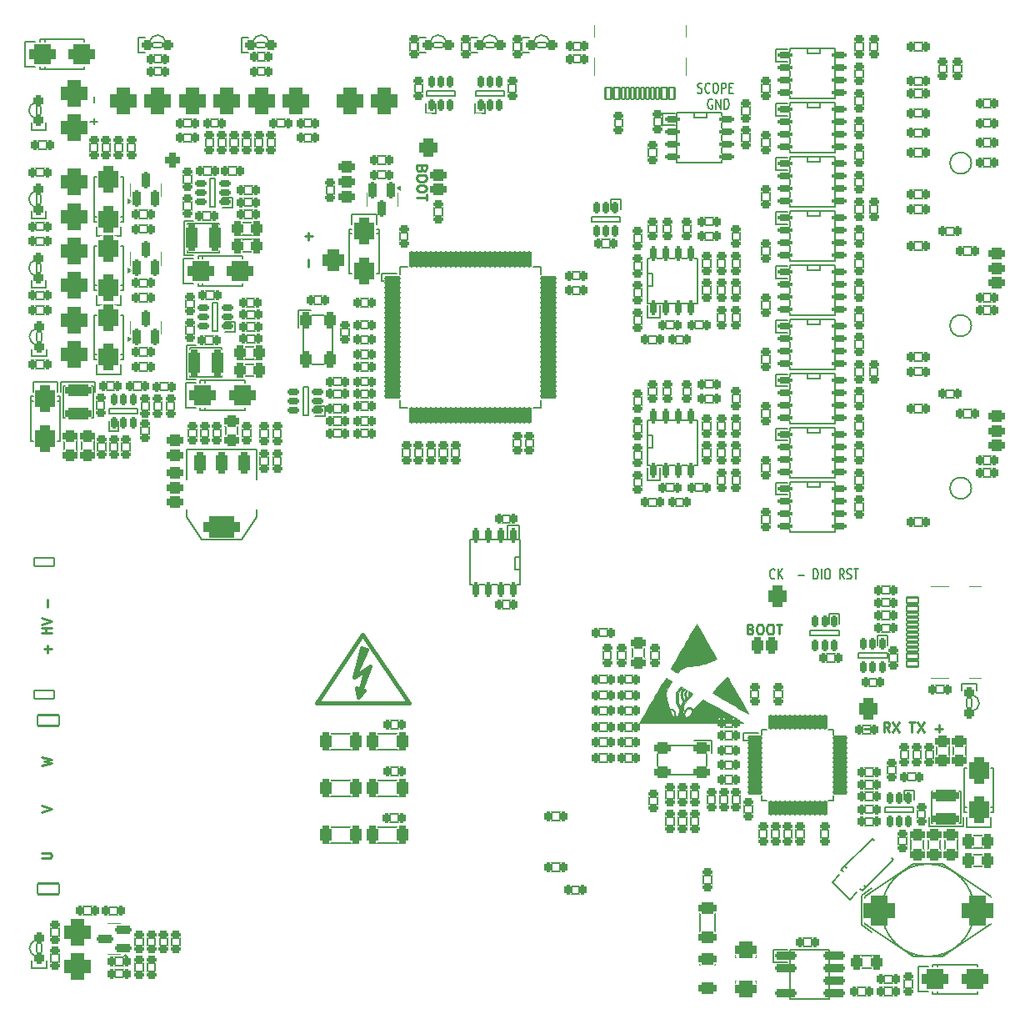
<source format=gto>
%TF.GenerationSoftware,KiCad,Pcbnew,8.0.1*%
%TF.CreationDate,2024-09-28T11:52:02+02:00*%
%TF.ProjectId,stmbl_5.0,73746d62-6c5f-4352-9e30-2e6b69636164,1.0*%
%TF.SameCoordinates,Original*%
%TF.FileFunction,Legend,Top*%
%TF.FilePolarity,Positive*%
%FSLAX46Y46*%
G04 Gerber Fmt 4.6, Leading zero omitted, Abs format (unit mm)*
G04 Created by KiCad (PCBNEW 8.0.1) date 2024-09-28 11:52:02*
%MOMM*%
%LPD*%
G01*
G04 APERTURE LIST*
G04 Aperture macros list*
%AMRoundRect*
0 Rectangle with rounded corners*
0 $1 Rounding radius*
0 $2 $3 $4 $5 $6 $7 $8 $9 X,Y pos of 4 corners*
0 Add a 4 corners polygon primitive as box body*
4,1,4,$2,$3,$4,$5,$6,$7,$8,$9,$2,$3,0*
0 Add four circle primitives for the rounded corners*
1,1,$1+$1,$2,$3*
1,1,$1+$1,$4,$5*
1,1,$1+$1,$6,$7*
1,1,$1+$1,$8,$9*
0 Add four rect primitives between the rounded corners*
20,1,$1+$1,$2,$3,$4,$5,0*
20,1,$1+$1,$4,$5,$6,$7,0*
20,1,$1+$1,$6,$7,$8,$9,0*
20,1,$1+$1,$8,$9,$2,$3,0*%
G04 Aperture macros list end*
%ADD10C,0.250000*%
%ADD11C,0.200000*%
%ADD12C,0.150000*%
%ADD13C,0.120000*%
%ADD14C,0.010000*%
%ADD15C,0.381000*%
%ADD16C,0.450000*%
%ADD17RoundRect,0.300000X0.300000X0.800000X-0.300000X0.800000X-0.300000X-0.800000X0.300000X-0.800000X0*%
%ADD18RoundRect,0.550000X1.300000X0.550000X-1.300000X0.550000X-1.300000X-0.550000X1.300000X-0.550000X0*%
%ADD19RoundRect,0.300000X0.550000X0.300000X-0.550000X0.300000X-0.550000X-0.300000X0.550000X-0.300000X0*%
%ADD20RoundRect,0.300000X-0.300000X0.550000X-0.300000X-0.550000X0.300000X-0.550000X0.300000X0.550000X0*%
%ADD21RoundRect,0.487500X-0.862500X-0.487500X0.862500X-0.487500X0.862500X0.487500X-0.862500X0.487500X0*%
%ADD22RoundRect,0.175000X0.175000X0.550000X-0.175000X0.550000X-0.175000X-0.550000X0.175000X-0.550000X0*%
%ADD23RoundRect,0.175000X-0.175000X-0.550000X0.175000X-0.550000X0.175000X0.550000X-0.175000X0.550000X0*%
%ADD24RoundRect,0.175000X-0.550000X0.175000X-0.550000X-0.175000X0.550000X-0.175000X0.550000X0.175000X0*%
%ADD25RoundRect,0.300000X1.050000X0.300000X-1.050000X0.300000X-1.050000X-0.300000X1.050000X-0.300000X0*%
%ADD26RoundRect,0.300000X0.300000X-1.050000X0.300000X1.050000X-0.300000X1.050000X-0.300000X-1.050000X0*%
%ADD27RoundRect,0.487500X0.487500X-0.862500X0.487500X0.862500X-0.487500X0.862500X-0.487500X-0.862500X0*%
%ADD28RoundRect,0.197500X0.302500X-0.197500X0.302500X0.197500X-0.302500X0.197500X-0.302500X-0.197500X0*%
%ADD29RoundRect,0.197500X0.197500X0.302500X-0.197500X0.302500X-0.197500X-0.302500X0.197500X-0.302500X0*%
%ADD30RoundRect,0.197500X-0.302500X0.197500X-0.302500X-0.197500X0.302500X-0.197500X0.302500X0.197500X0*%
%ADD31RoundRect,0.197500X-0.197500X-0.302500X0.197500X-0.302500X0.197500X0.302500X-0.197500X0.302500X0*%
%ADD32RoundRect,0.300000X-0.300000X-0.600000X0.300000X-0.600000X0.300000X0.600000X-0.300000X0.600000X0*%
%ADD33RoundRect,0.300000X0.600000X-0.300000X0.600000X0.300000X-0.600000X0.300000X-0.600000X-0.300000X0*%
%ADD34RoundRect,0.750000X-0.850000X-0.750000X0.850000X-0.750000X0.850000X0.750000X-0.850000X0.750000X0*%
%ADD35RoundRect,0.200000X-0.900000X0.200000X-0.900000X-0.200000X0.900000X-0.200000X0.900000X0.200000X0*%
%ADD36RoundRect,0.237500X-0.237500X0.362500X-0.237500X-0.362500X0.237500X-0.362500X0.237500X0.362500X0*%
%ADD37RoundRect,0.237500X0.362500X0.237500X-0.362500X0.237500X-0.362500X-0.237500X0.362500X-0.237500X0*%
%ADD38RoundRect,0.487500X-0.487500X0.862500X-0.487500X-0.862500X0.487500X-0.862500X0.487500X0.862500X0*%
%ADD39RoundRect,0.300000X-0.300000X-0.550000X0.300000X-0.550000X0.300000X0.550000X-0.300000X0.550000X0*%
%ADD40RoundRect,0.300000X0.550000X-0.300000X0.550000X0.300000X-0.550000X0.300000X-0.550000X-0.300000X0*%
%ADD41RoundRect,0.300000X-0.550000X0.300000X-0.550000X-0.300000X0.550000X-0.300000X0.550000X0.300000X0*%
%ADD42RoundRect,0.237500X0.237500X-0.362500X0.237500X0.362500X-0.237500X0.362500X-0.237500X-0.362500X0*%
%ADD43RoundRect,0.300000X0.425000X-0.300000X0.425000X0.300000X-0.425000X0.300000X-0.425000X-0.300000X0*%
%ADD44RoundRect,0.300000X0.300000X0.425000X-0.300000X0.425000X-0.300000X-0.425000X0.300000X-0.425000X0*%
%ADD45RoundRect,0.300000X-0.300000X-0.425000X0.300000X-0.425000X0.300000X0.425000X-0.300000X0.425000X0*%
%ADD46RoundRect,0.300000X-0.425000X0.300000X-0.425000X-0.300000X0.425000X-0.300000X0.425000X0.300000X0*%
%ADD47RoundRect,0.425000X0.425000X1.275000X-0.425000X1.275000X-0.425000X-1.275000X0.425000X-1.275000X0*%
%ADD48RoundRect,0.168750X-0.168750X0.431250X-0.168750X-0.431250X0.168750X-0.431250X0.168750X0.431250X0*%
%ADD49RoundRect,0.168750X0.168750X-0.431250X0.168750X0.431250X-0.168750X0.431250X-0.168750X-0.431250X0*%
%ADD50RoundRect,0.168750X0.431250X0.168750X-0.431250X0.168750X-0.431250X-0.168750X0.431250X-0.168750X0*%
%ADD51RoundRect,0.200000X0.200000X-0.637500X0.200000X0.637500X-0.200000X0.637500X-0.200000X-0.637500X0*%
%ADD52RoundRect,0.200000X-0.200000X0.637500X-0.200000X-0.637500X0.200000X-0.637500X0.200000X0.637500X0*%
%ADD53C,0.850000*%
%ADD54RoundRect,0.100000X0.300000X0.575000X-0.300000X0.575000X-0.300000X-0.575000X0.300000X-0.575000X0*%
%ADD55RoundRect,0.100000X0.150000X0.575000X-0.150000X0.575000X-0.150000X-0.575000X0.150000X-0.575000X0*%
%ADD56O,1.200000X2.300000*%
%ADD57O,1.200000X2.000000*%
%ADD58RoundRect,0.425000X0.675000X-0.425000X0.675000X0.425000X-0.675000X0.425000X-0.675000X-0.425000X0*%
%ADD59RoundRect,0.487500X-0.265165X-0.954594X0.954594X0.265165X0.265165X0.954594X-0.954594X-0.265165X0*%
%ADD60RoundRect,0.481800X0.481800X-0.634200X0.481800X0.634200X-0.481800X0.634200X-0.481800X-0.634200X0*%
%ADD61O,1.927200X2.232000*%
%ADD62RoundRect,0.112500X-0.637500X-0.112500X0.637500X-0.112500X0.637500X0.112500X-0.637500X0.112500X0*%
%ADD63RoundRect,0.112500X0.112500X-0.637500X0.112500X0.637500X-0.112500X0.637500X-0.112500X-0.637500X0*%
%ADD64RoundRect,0.112500X-0.737500X-0.112500X0.737500X-0.112500X0.737500X0.112500X-0.737500X0.112500X0*%
%ADD65RoundRect,0.112500X0.112500X-0.737500X0.112500X0.737500X-0.112500X0.737500X-0.112500X-0.737500X0*%
%ADD66C,2.000000*%
%ADD67RoundRect,0.200000X0.637500X0.200000X-0.637500X0.200000X-0.637500X-0.200000X0.637500X-0.200000X0*%
%ADD68RoundRect,0.100000X0.575000X-0.300000X0.575000X0.300000X-0.575000X0.300000X-0.575000X-0.300000X0*%
%ADD69RoundRect,0.100000X0.575000X-0.150000X0.575000X0.150000X-0.575000X0.150000X-0.575000X-0.150000X0*%
%ADD70O,2.300000X1.200000*%
%ADD71O,2.000000X1.200000*%
%ADD72C,3.600000*%
%ADD73RoundRect,0.300000X-1.050000X-0.300000X1.050000X-0.300000X1.050000X0.300000X-1.050000X0.300000X0*%
%ADD74C,3.300000*%
%ADD75C,1.500000*%
%ADD76C,2.100000*%
%ADD77RoundRect,0.558000X-0.558000X-0.558000X0.558000X-0.558000X0.558000X0.558000X-0.558000X0.558000X0*%
%ADD78O,2.232000X2.232000*%
%ADD79RoundRect,0.375000X0.375000X0.375000X-0.375000X0.375000X-0.375000X-0.375000X0.375000X-0.375000X0*%
%ADD80RoundRect,0.481800X-0.481800X-0.481800X0.481800X-0.481800X0.481800X0.481800X-0.481800X0.481800X0*%
%ADD81O,1.927200X1.927200*%
%ADD82C,1.700000*%
%ADD83RoundRect,0.675000X0.675000X-0.675000X0.675000X0.675000X-0.675000X0.675000X-0.675000X-0.675000X0*%
%ADD84RoundRect,0.675000X-0.675000X-0.675000X0.675000X-0.675000X0.675000X0.675000X-0.675000X0.675000X0*%
%ADD85C,6.000000*%
%ADD86C,1.880000*%
%ADD87C,4.300000*%
%ADD88RoundRect,0.100000X-1.100000X0.550000X-1.100000X-0.550000X1.100000X-0.550000X1.100000X0.550000X0*%
%ADD89RoundRect,0.100000X-1.000000X0.450000X-1.000000X-0.450000X1.000000X-0.450000X1.000000X0.450000X0*%
%ADD90RoundRect,1.075000X-1.075000X1.075000X-1.075000X-1.075000X1.075000X-1.075000X1.075000X1.075000X0*%
%ADD91RoundRect,0.100000X0.750000X-0.750000X0.750000X0.750000X-0.750000X0.750000X-0.750000X-0.750000X0*%
%ADD92C,3.200000*%
G04 APERTURE END LIST*
D10*
X171712857Y-110365809D02*
X171855714Y-110413428D01*
X171855714Y-110413428D02*
X171903333Y-110461047D01*
X171903333Y-110461047D02*
X171950952Y-110556285D01*
X171950952Y-110556285D02*
X171950952Y-110699142D01*
X171950952Y-110699142D02*
X171903333Y-110794380D01*
X171903333Y-110794380D02*
X171855714Y-110842000D01*
X171855714Y-110842000D02*
X171760476Y-110889619D01*
X171760476Y-110889619D02*
X171379524Y-110889619D01*
X171379524Y-110889619D02*
X171379524Y-109889619D01*
X171379524Y-109889619D02*
X171712857Y-109889619D01*
X171712857Y-109889619D02*
X171808095Y-109937238D01*
X171808095Y-109937238D02*
X171855714Y-109984857D01*
X171855714Y-109984857D02*
X171903333Y-110080095D01*
X171903333Y-110080095D02*
X171903333Y-110175333D01*
X171903333Y-110175333D02*
X171855714Y-110270571D01*
X171855714Y-110270571D02*
X171808095Y-110318190D01*
X171808095Y-110318190D02*
X171712857Y-110365809D01*
X171712857Y-110365809D02*
X171379524Y-110365809D01*
X172570000Y-109889619D02*
X172760476Y-109889619D01*
X172760476Y-109889619D02*
X172855714Y-109937238D01*
X172855714Y-109937238D02*
X172950952Y-110032476D01*
X172950952Y-110032476D02*
X172998571Y-110222952D01*
X172998571Y-110222952D02*
X172998571Y-110556285D01*
X172998571Y-110556285D02*
X172950952Y-110746761D01*
X172950952Y-110746761D02*
X172855714Y-110842000D01*
X172855714Y-110842000D02*
X172760476Y-110889619D01*
X172760476Y-110889619D02*
X172570000Y-110889619D01*
X172570000Y-110889619D02*
X172474762Y-110842000D01*
X172474762Y-110842000D02*
X172379524Y-110746761D01*
X172379524Y-110746761D02*
X172331905Y-110556285D01*
X172331905Y-110556285D02*
X172331905Y-110222952D01*
X172331905Y-110222952D02*
X172379524Y-110032476D01*
X172379524Y-110032476D02*
X172474762Y-109937238D01*
X172474762Y-109937238D02*
X172570000Y-109889619D01*
X173617619Y-109889619D02*
X173808095Y-109889619D01*
X173808095Y-109889619D02*
X173903333Y-109937238D01*
X173903333Y-109937238D02*
X173998571Y-110032476D01*
X173998571Y-110032476D02*
X174046190Y-110222952D01*
X174046190Y-110222952D02*
X174046190Y-110556285D01*
X174046190Y-110556285D02*
X173998571Y-110746761D01*
X173998571Y-110746761D02*
X173903333Y-110842000D01*
X173903333Y-110842000D02*
X173808095Y-110889619D01*
X173808095Y-110889619D02*
X173617619Y-110889619D01*
X173617619Y-110889619D02*
X173522381Y-110842000D01*
X173522381Y-110842000D02*
X173427143Y-110746761D01*
X173427143Y-110746761D02*
X173379524Y-110556285D01*
X173379524Y-110556285D02*
X173379524Y-110222952D01*
X173379524Y-110222952D02*
X173427143Y-110032476D01*
X173427143Y-110032476D02*
X173522381Y-109937238D01*
X173522381Y-109937238D02*
X173617619Y-109889619D01*
X174331905Y-109889619D02*
X174903333Y-109889619D01*
X174617619Y-110889619D02*
X174617619Y-109889619D01*
X138324190Y-63642857D02*
X138276571Y-63785714D01*
X138276571Y-63785714D02*
X138228952Y-63833333D01*
X138228952Y-63833333D02*
X138133714Y-63880952D01*
X138133714Y-63880952D02*
X137990857Y-63880952D01*
X137990857Y-63880952D02*
X137895619Y-63833333D01*
X137895619Y-63833333D02*
X137848000Y-63785714D01*
X137848000Y-63785714D02*
X137800380Y-63690476D01*
X137800380Y-63690476D02*
X137800380Y-63309524D01*
X137800380Y-63309524D02*
X138800380Y-63309524D01*
X138800380Y-63309524D02*
X138800380Y-63642857D01*
X138800380Y-63642857D02*
X138752761Y-63738095D01*
X138752761Y-63738095D02*
X138705142Y-63785714D01*
X138705142Y-63785714D02*
X138609904Y-63833333D01*
X138609904Y-63833333D02*
X138514666Y-63833333D01*
X138514666Y-63833333D02*
X138419428Y-63785714D01*
X138419428Y-63785714D02*
X138371809Y-63738095D01*
X138371809Y-63738095D02*
X138324190Y-63642857D01*
X138324190Y-63642857D02*
X138324190Y-63309524D01*
X138800380Y-64500000D02*
X138800380Y-64690476D01*
X138800380Y-64690476D02*
X138752761Y-64785714D01*
X138752761Y-64785714D02*
X138657523Y-64880952D01*
X138657523Y-64880952D02*
X138467047Y-64928571D01*
X138467047Y-64928571D02*
X138133714Y-64928571D01*
X138133714Y-64928571D02*
X137943238Y-64880952D01*
X137943238Y-64880952D02*
X137848000Y-64785714D01*
X137848000Y-64785714D02*
X137800380Y-64690476D01*
X137800380Y-64690476D02*
X137800380Y-64500000D01*
X137800380Y-64500000D02*
X137848000Y-64404762D01*
X137848000Y-64404762D02*
X137943238Y-64309524D01*
X137943238Y-64309524D02*
X138133714Y-64261905D01*
X138133714Y-64261905D02*
X138467047Y-64261905D01*
X138467047Y-64261905D02*
X138657523Y-64309524D01*
X138657523Y-64309524D02*
X138752761Y-64404762D01*
X138752761Y-64404762D02*
X138800380Y-64500000D01*
X138800380Y-65547619D02*
X138800380Y-65738095D01*
X138800380Y-65738095D02*
X138752761Y-65833333D01*
X138752761Y-65833333D02*
X138657523Y-65928571D01*
X138657523Y-65928571D02*
X138467047Y-65976190D01*
X138467047Y-65976190D02*
X138133714Y-65976190D01*
X138133714Y-65976190D02*
X137943238Y-65928571D01*
X137943238Y-65928571D02*
X137848000Y-65833333D01*
X137848000Y-65833333D02*
X137800380Y-65738095D01*
X137800380Y-65738095D02*
X137800380Y-65547619D01*
X137800380Y-65547619D02*
X137848000Y-65452381D01*
X137848000Y-65452381D02*
X137943238Y-65357143D01*
X137943238Y-65357143D02*
X138133714Y-65309524D01*
X138133714Y-65309524D02*
X138467047Y-65309524D01*
X138467047Y-65309524D02*
X138657523Y-65357143D01*
X138657523Y-65357143D02*
X138752761Y-65452381D01*
X138752761Y-65452381D02*
X138800380Y-65547619D01*
X138800380Y-66261905D02*
X138800380Y-66833333D01*
X137800380Y-66547619D02*
X138800380Y-66547619D01*
D11*
X166330475Y-55909628D02*
X166444761Y-55957247D01*
X166444761Y-55957247D02*
X166635237Y-55957247D01*
X166635237Y-55957247D02*
X166711428Y-55909628D01*
X166711428Y-55909628D02*
X166749523Y-55862008D01*
X166749523Y-55862008D02*
X166787618Y-55766770D01*
X166787618Y-55766770D02*
X166787618Y-55671532D01*
X166787618Y-55671532D02*
X166749523Y-55576294D01*
X166749523Y-55576294D02*
X166711428Y-55528675D01*
X166711428Y-55528675D02*
X166635237Y-55481056D01*
X166635237Y-55481056D02*
X166482856Y-55433437D01*
X166482856Y-55433437D02*
X166406666Y-55385818D01*
X166406666Y-55385818D02*
X166368571Y-55338199D01*
X166368571Y-55338199D02*
X166330475Y-55242961D01*
X166330475Y-55242961D02*
X166330475Y-55147723D01*
X166330475Y-55147723D02*
X166368571Y-55052485D01*
X166368571Y-55052485D02*
X166406666Y-55004866D01*
X166406666Y-55004866D02*
X166482856Y-54957247D01*
X166482856Y-54957247D02*
X166673333Y-54957247D01*
X166673333Y-54957247D02*
X166787618Y-55004866D01*
X167587619Y-55862008D02*
X167549523Y-55909628D01*
X167549523Y-55909628D02*
X167435238Y-55957247D01*
X167435238Y-55957247D02*
X167359047Y-55957247D01*
X167359047Y-55957247D02*
X167244761Y-55909628D01*
X167244761Y-55909628D02*
X167168571Y-55814389D01*
X167168571Y-55814389D02*
X167130476Y-55719151D01*
X167130476Y-55719151D02*
X167092380Y-55528675D01*
X167092380Y-55528675D02*
X167092380Y-55385818D01*
X167092380Y-55385818D02*
X167130476Y-55195342D01*
X167130476Y-55195342D02*
X167168571Y-55100104D01*
X167168571Y-55100104D02*
X167244761Y-55004866D01*
X167244761Y-55004866D02*
X167359047Y-54957247D01*
X167359047Y-54957247D02*
X167435238Y-54957247D01*
X167435238Y-54957247D02*
X167549523Y-55004866D01*
X167549523Y-55004866D02*
X167587619Y-55052485D01*
X168082857Y-54957247D02*
X168235238Y-54957247D01*
X168235238Y-54957247D02*
X168311428Y-55004866D01*
X168311428Y-55004866D02*
X168387619Y-55100104D01*
X168387619Y-55100104D02*
X168425714Y-55290580D01*
X168425714Y-55290580D02*
X168425714Y-55623913D01*
X168425714Y-55623913D02*
X168387619Y-55814389D01*
X168387619Y-55814389D02*
X168311428Y-55909628D01*
X168311428Y-55909628D02*
X168235238Y-55957247D01*
X168235238Y-55957247D02*
X168082857Y-55957247D01*
X168082857Y-55957247D02*
X168006666Y-55909628D01*
X168006666Y-55909628D02*
X167930476Y-55814389D01*
X167930476Y-55814389D02*
X167892380Y-55623913D01*
X167892380Y-55623913D02*
X167892380Y-55290580D01*
X167892380Y-55290580D02*
X167930476Y-55100104D01*
X167930476Y-55100104D02*
X168006666Y-55004866D01*
X168006666Y-55004866D02*
X168082857Y-54957247D01*
X168768571Y-55957247D02*
X168768571Y-54957247D01*
X168768571Y-54957247D02*
X169073333Y-54957247D01*
X169073333Y-54957247D02*
X169149523Y-55004866D01*
X169149523Y-55004866D02*
X169187618Y-55052485D01*
X169187618Y-55052485D02*
X169225714Y-55147723D01*
X169225714Y-55147723D02*
X169225714Y-55290580D01*
X169225714Y-55290580D02*
X169187618Y-55385818D01*
X169187618Y-55385818D02*
X169149523Y-55433437D01*
X169149523Y-55433437D02*
X169073333Y-55481056D01*
X169073333Y-55481056D02*
X168768571Y-55481056D01*
X169568571Y-55433437D02*
X169835237Y-55433437D01*
X169949523Y-55957247D02*
X169568571Y-55957247D01*
X169568571Y-55957247D02*
X169568571Y-54957247D01*
X169568571Y-54957247D02*
X169949523Y-54957247D01*
X167835238Y-56614810D02*
X167759048Y-56567191D01*
X167759048Y-56567191D02*
X167644762Y-56567191D01*
X167644762Y-56567191D02*
X167530476Y-56614810D01*
X167530476Y-56614810D02*
X167454286Y-56710048D01*
X167454286Y-56710048D02*
X167416191Y-56805286D01*
X167416191Y-56805286D02*
X167378095Y-56995762D01*
X167378095Y-56995762D02*
X167378095Y-57138619D01*
X167378095Y-57138619D02*
X167416191Y-57329095D01*
X167416191Y-57329095D02*
X167454286Y-57424333D01*
X167454286Y-57424333D02*
X167530476Y-57519572D01*
X167530476Y-57519572D02*
X167644762Y-57567191D01*
X167644762Y-57567191D02*
X167720953Y-57567191D01*
X167720953Y-57567191D02*
X167835238Y-57519572D01*
X167835238Y-57519572D02*
X167873334Y-57471952D01*
X167873334Y-57471952D02*
X167873334Y-57138619D01*
X167873334Y-57138619D02*
X167720953Y-57138619D01*
X168216191Y-57567191D02*
X168216191Y-56567191D01*
X168216191Y-56567191D02*
X168673334Y-57567191D01*
X168673334Y-57567191D02*
X168673334Y-56567191D01*
X169054286Y-57567191D02*
X169054286Y-56567191D01*
X169054286Y-56567191D02*
X169244762Y-56567191D01*
X169244762Y-56567191D02*
X169359048Y-56614810D01*
X169359048Y-56614810D02*
X169435238Y-56710048D01*
X169435238Y-56710048D02*
X169473333Y-56805286D01*
X169473333Y-56805286D02*
X169511429Y-56995762D01*
X169511429Y-56995762D02*
X169511429Y-57138619D01*
X169511429Y-57138619D02*
X169473333Y-57329095D01*
X169473333Y-57329095D02*
X169435238Y-57424333D01*
X169435238Y-57424333D02*
X169359048Y-57519572D01*
X169359048Y-57519572D02*
X169244762Y-57567191D01*
X169244762Y-57567191D02*
X169054286Y-57567191D01*
D10*
X100288666Y-112794285D02*
X100288666Y-112032381D01*
X100669619Y-112413333D02*
X99907714Y-112413333D01*
X100669619Y-110794285D02*
X99669619Y-110794285D01*
X100145809Y-110794285D02*
X100145809Y-110222857D01*
X100669619Y-110222857D02*
X99669619Y-110222857D01*
X99669619Y-109889523D02*
X100669619Y-109556190D01*
X100669619Y-109556190D02*
X99669619Y-109222857D01*
X100288666Y-108127618D02*
X100288666Y-107365714D01*
X126821333Y-70118095D02*
X126821333Y-70880000D01*
X126440380Y-70499047D02*
X127202285Y-70499047D01*
X126821333Y-72880000D02*
X126821333Y-73641905D01*
X99669619Y-133665238D02*
X100479142Y-133665238D01*
X100479142Y-133665238D02*
X100574380Y-133617619D01*
X100574380Y-133617619D02*
X100622000Y-133570000D01*
X100622000Y-133570000D02*
X100669619Y-133474762D01*
X100669619Y-133474762D02*
X100669619Y-133284286D01*
X100669619Y-133284286D02*
X100622000Y-133189048D01*
X100622000Y-133189048D02*
X100574380Y-133141429D01*
X100574380Y-133141429D02*
X100479142Y-133093810D01*
X100479142Y-133093810D02*
X99669619Y-133093810D01*
X99669619Y-128950951D02*
X100669619Y-128617618D01*
X100669619Y-128617618D02*
X99669619Y-128284285D01*
X99669619Y-124236664D02*
X100669619Y-123998569D01*
X100669619Y-123998569D02*
X99955333Y-123808093D01*
X99955333Y-123808093D02*
X100669619Y-123617617D01*
X100669619Y-123617617D02*
X99669619Y-123379522D01*
D11*
X105011266Y-56320476D02*
X105011266Y-56930000D01*
X105011266Y-58530000D02*
X105011266Y-59139524D01*
X105392219Y-58834762D02*
X104630314Y-58834762D01*
D10*
X183263809Y-120468666D02*
X184025714Y-120468666D01*
X185835237Y-120849619D02*
X185501904Y-120373428D01*
X185263809Y-120849619D02*
X185263809Y-119849619D01*
X185263809Y-119849619D02*
X185644761Y-119849619D01*
X185644761Y-119849619D02*
X185739999Y-119897238D01*
X185739999Y-119897238D02*
X185787618Y-119944857D01*
X185787618Y-119944857D02*
X185835237Y-120040095D01*
X185835237Y-120040095D02*
X185835237Y-120182952D01*
X185835237Y-120182952D02*
X185787618Y-120278190D01*
X185787618Y-120278190D02*
X185739999Y-120325809D01*
X185739999Y-120325809D02*
X185644761Y-120373428D01*
X185644761Y-120373428D02*
X185263809Y-120373428D01*
X186168571Y-119849619D02*
X186835237Y-120849619D01*
X186835237Y-119849619D02*
X186168571Y-120849619D01*
X187835238Y-119849619D02*
X188406666Y-119849619D01*
X188120952Y-120849619D02*
X188120952Y-119849619D01*
X188644762Y-119849619D02*
X189311428Y-120849619D01*
X189311428Y-119849619D02*
X188644762Y-120849619D01*
X190454286Y-120468666D02*
X191216191Y-120468666D01*
X190835238Y-120849619D02*
X190835238Y-120087714D01*
D11*
X174168095Y-105196980D02*
X174129999Y-105244600D01*
X174129999Y-105244600D02*
X174015714Y-105292219D01*
X174015714Y-105292219D02*
X173939523Y-105292219D01*
X173939523Y-105292219D02*
X173825237Y-105244600D01*
X173825237Y-105244600D02*
X173749047Y-105149361D01*
X173749047Y-105149361D02*
X173710952Y-105054123D01*
X173710952Y-105054123D02*
X173672856Y-104863647D01*
X173672856Y-104863647D02*
X173672856Y-104720790D01*
X173672856Y-104720790D02*
X173710952Y-104530314D01*
X173710952Y-104530314D02*
X173749047Y-104435076D01*
X173749047Y-104435076D02*
X173825237Y-104339838D01*
X173825237Y-104339838D02*
X173939523Y-104292219D01*
X173939523Y-104292219D02*
X174015714Y-104292219D01*
X174015714Y-104292219D02*
X174129999Y-104339838D01*
X174129999Y-104339838D02*
X174168095Y-104387457D01*
X174510952Y-105292219D02*
X174510952Y-104292219D01*
X174968095Y-105292219D02*
X174625237Y-104720790D01*
X174968095Y-104292219D02*
X174510952Y-104863647D01*
X176530000Y-104911266D02*
X177139524Y-104911266D01*
X178130000Y-105292219D02*
X178130000Y-104292219D01*
X178130000Y-104292219D02*
X178320476Y-104292219D01*
X178320476Y-104292219D02*
X178434762Y-104339838D01*
X178434762Y-104339838D02*
X178510952Y-104435076D01*
X178510952Y-104435076D02*
X178549047Y-104530314D01*
X178549047Y-104530314D02*
X178587143Y-104720790D01*
X178587143Y-104720790D02*
X178587143Y-104863647D01*
X178587143Y-104863647D02*
X178549047Y-105054123D01*
X178549047Y-105054123D02*
X178510952Y-105149361D01*
X178510952Y-105149361D02*
X178434762Y-105244600D01*
X178434762Y-105244600D02*
X178320476Y-105292219D01*
X178320476Y-105292219D02*
X178130000Y-105292219D01*
X178930000Y-105292219D02*
X178930000Y-104292219D01*
X179463333Y-104292219D02*
X179615714Y-104292219D01*
X179615714Y-104292219D02*
X179691904Y-104339838D01*
X179691904Y-104339838D02*
X179768095Y-104435076D01*
X179768095Y-104435076D02*
X179806190Y-104625552D01*
X179806190Y-104625552D02*
X179806190Y-104958885D01*
X179806190Y-104958885D02*
X179768095Y-105149361D01*
X179768095Y-105149361D02*
X179691904Y-105244600D01*
X179691904Y-105244600D02*
X179615714Y-105292219D01*
X179615714Y-105292219D02*
X179463333Y-105292219D01*
X179463333Y-105292219D02*
X179387142Y-105244600D01*
X179387142Y-105244600D02*
X179310952Y-105149361D01*
X179310952Y-105149361D02*
X179272856Y-104958885D01*
X179272856Y-104958885D02*
X179272856Y-104625552D01*
X179272856Y-104625552D02*
X179310952Y-104435076D01*
X179310952Y-104435076D02*
X179387142Y-104339838D01*
X179387142Y-104339838D02*
X179463333Y-104292219D01*
X181215714Y-105292219D02*
X180949047Y-104816028D01*
X180758571Y-105292219D02*
X180758571Y-104292219D01*
X180758571Y-104292219D02*
X181063333Y-104292219D01*
X181063333Y-104292219D02*
X181139523Y-104339838D01*
X181139523Y-104339838D02*
X181177618Y-104387457D01*
X181177618Y-104387457D02*
X181215714Y-104482695D01*
X181215714Y-104482695D02*
X181215714Y-104625552D01*
X181215714Y-104625552D02*
X181177618Y-104720790D01*
X181177618Y-104720790D02*
X181139523Y-104768409D01*
X181139523Y-104768409D02*
X181063333Y-104816028D01*
X181063333Y-104816028D02*
X180758571Y-104816028D01*
X181520475Y-105244600D02*
X181634761Y-105292219D01*
X181634761Y-105292219D02*
X181825237Y-105292219D01*
X181825237Y-105292219D02*
X181901428Y-105244600D01*
X181901428Y-105244600D02*
X181939523Y-105196980D01*
X181939523Y-105196980D02*
X181977618Y-105101742D01*
X181977618Y-105101742D02*
X181977618Y-105006504D01*
X181977618Y-105006504D02*
X181939523Y-104911266D01*
X181939523Y-104911266D02*
X181901428Y-104863647D01*
X181901428Y-104863647D02*
X181825237Y-104816028D01*
X181825237Y-104816028D02*
X181672856Y-104768409D01*
X181672856Y-104768409D02*
X181596666Y-104720790D01*
X181596666Y-104720790D02*
X181558571Y-104673171D01*
X181558571Y-104673171D02*
X181520475Y-104577933D01*
X181520475Y-104577933D02*
X181520475Y-104482695D01*
X181520475Y-104482695D02*
X181558571Y-104387457D01*
X181558571Y-104387457D02*
X181596666Y-104339838D01*
X181596666Y-104339838D02*
X181672856Y-104292219D01*
X181672856Y-104292219D02*
X181863333Y-104292219D01*
X181863333Y-104292219D02*
X181977618Y-104339838D01*
X182206190Y-104292219D02*
X182663333Y-104292219D01*
X182434761Y-105292219D02*
X182434761Y-104292219D01*
D12*
X114444000Y-92178000D02*
X114444000Y-95226000D01*
X114444000Y-99036000D02*
X114444000Y-98274000D01*
X115968000Y-101322000D02*
X114444000Y-99036000D01*
X120032000Y-101322000D02*
X115968000Y-101322000D01*
X121556000Y-92178000D02*
X114444000Y-92178000D01*
X121556000Y-95226000D02*
X121556000Y-92178000D01*
X121556000Y-98274000D02*
X121556000Y-99036000D01*
X121556000Y-99036000D02*
X120032000Y-101322000D01*
X162241031Y-122178474D02*
X167241031Y-122178474D01*
X162241031Y-125178474D02*
X162241031Y-122178474D01*
X167241031Y-122178474D02*
X167241031Y-125178474D01*
X167241031Y-125178474D02*
X162241031Y-125178474D01*
X167741031Y-121678474D02*
X165991031Y-121678474D01*
X167741031Y-122928474D02*
X167741031Y-121678474D01*
X125750000Y-78000000D02*
X125750000Y-79750000D01*
X126250000Y-78500000D02*
X129250000Y-78500000D01*
X126250000Y-83500000D02*
X126250000Y-78500000D01*
X127000000Y-78000000D02*
X125750000Y-78000000D01*
X129250000Y-78500000D02*
X129250000Y-83500000D01*
X129250000Y-83500000D02*
X126250000Y-83500000D01*
X188741031Y-144678474D02*
X188741031Y-147178474D01*
X188741031Y-147178474D02*
X189741031Y-147178474D01*
X189741031Y-144678474D02*
X188741031Y-144678474D01*
X190241031Y-144428474D02*
X194741031Y-144428474D01*
X190241031Y-144678474D02*
X190241031Y-144428474D01*
X190241031Y-147428474D02*
X190241031Y-147178474D01*
X190241031Y-147428474D02*
X194741031Y-147428474D01*
X190741031Y-144678474D02*
X190741031Y-144428474D01*
X190741031Y-147428474D02*
X190741031Y-147178474D01*
X194741031Y-144678474D02*
X194741031Y-144428474D01*
X194741031Y-147428474D02*
X194741031Y-147178474D01*
X143200000Y-101319000D02*
X148280000Y-101319000D01*
X143200000Y-105891000D02*
X143200000Y-101319000D01*
X146990000Y-99855000D02*
X148240000Y-99855000D01*
X146990000Y-101105000D02*
X146990000Y-99855000D01*
X147772000Y-103097000D02*
X148280000Y-103097000D01*
X147772000Y-104367000D02*
X147772000Y-103097000D01*
X148240000Y-99855000D02*
X148240000Y-101105000D01*
X148280000Y-101319000D02*
X148280000Y-105891000D01*
X148280000Y-104367000D02*
X147772000Y-104367000D01*
X148280000Y-105891000D02*
X143200000Y-105891000D01*
X161210000Y-72714000D02*
X166290000Y-72714000D01*
X161210000Y-74238000D02*
X161718000Y-74238000D01*
X161210000Y-77286000D02*
X161210000Y-72714000D01*
X161250000Y-78750000D02*
X161250000Y-77500000D01*
X161718000Y-74238000D02*
X161718000Y-75508000D01*
X161718000Y-75508000D02*
X161210000Y-75508000D01*
X162500000Y-77500000D02*
X162500000Y-78750000D01*
X162500000Y-78750000D02*
X161250000Y-78750000D01*
X166290000Y-72714000D02*
X166290000Y-77286000D01*
X166290000Y-77286000D02*
X161210000Y-77286000D01*
X161210000Y-89214000D02*
X166290000Y-89214000D01*
X161210000Y-90738000D02*
X161718000Y-90738000D01*
X161210000Y-93786000D02*
X161210000Y-89214000D01*
X161250000Y-95250000D02*
X161250000Y-94000000D01*
X161718000Y-90738000D02*
X161718000Y-92008000D01*
X161718000Y-92008000D02*
X161210000Y-92008000D01*
X162500000Y-94000000D02*
X162500000Y-95250000D01*
X162500000Y-95250000D02*
X161250000Y-95250000D01*
X166290000Y-89214000D02*
X166290000Y-93786000D01*
X166290000Y-93786000D02*
X161210000Y-93786000D01*
X174250000Y-62500000D02*
X175500000Y-62500000D01*
X174250000Y-63750000D02*
X174250000Y-62500000D01*
X175500000Y-63750000D02*
X174250000Y-63750000D01*
X175714000Y-62460000D02*
X180286000Y-62460000D01*
X175714000Y-67540000D02*
X175714000Y-62460000D01*
X177492000Y-62968000D02*
X177492000Y-62460000D01*
X178762000Y-62460000D02*
X178762000Y-62968000D01*
X178762000Y-62968000D02*
X177492000Y-62968000D01*
X180286000Y-62460000D02*
X180286000Y-67540000D01*
X180286000Y-67540000D02*
X175714000Y-67540000D01*
X174250000Y-57000000D02*
X175500000Y-57000000D01*
X174250000Y-58250000D02*
X174250000Y-57000000D01*
X175500000Y-58250000D02*
X174250000Y-58250000D01*
X175714000Y-56960000D02*
X180286000Y-56960000D01*
X175714000Y-62040000D02*
X175714000Y-56960000D01*
X177492000Y-57468000D02*
X177492000Y-56960000D01*
X178762000Y-56960000D02*
X178762000Y-57468000D01*
X178762000Y-57468000D02*
X177492000Y-57468000D01*
X180286000Y-56960000D02*
X180286000Y-62040000D01*
X180286000Y-62040000D02*
X175714000Y-62040000D01*
X162750000Y-58000000D02*
X164000000Y-58000000D01*
X162750000Y-59250000D02*
X162750000Y-58000000D01*
X164000000Y-59250000D02*
X162750000Y-59250000D01*
X164214000Y-57960000D02*
X168786000Y-57960000D01*
X164214000Y-63040000D02*
X164214000Y-57960000D01*
X165992000Y-58468000D02*
X165992000Y-57960000D01*
X167262000Y-57960000D02*
X167262000Y-58468000D01*
X167262000Y-58468000D02*
X165992000Y-58468000D01*
X168786000Y-57960000D02*
X168786000Y-63040000D01*
X168786000Y-63040000D02*
X164214000Y-63040000D01*
X174250000Y-51500000D02*
X175500000Y-51500000D01*
X174250000Y-52750000D02*
X174250000Y-51500000D01*
X175500000Y-52750000D02*
X174250000Y-52750000D01*
X175714000Y-51460000D02*
X180286000Y-51460000D01*
X175714000Y-56540000D02*
X175714000Y-51460000D01*
X177492000Y-51968000D02*
X177492000Y-51460000D01*
X178762000Y-51460000D02*
X178762000Y-51968000D01*
X178762000Y-51968000D02*
X177492000Y-51968000D01*
X180286000Y-51460000D02*
X180286000Y-56540000D01*
X180286000Y-56540000D02*
X175714000Y-56540000D01*
X174250000Y-79000000D02*
X175500000Y-79000000D01*
X174250000Y-80250000D02*
X174250000Y-79000000D01*
X175500000Y-80250000D02*
X174250000Y-80250000D01*
X175714000Y-78960000D02*
X180286000Y-78960000D01*
X175714000Y-84040000D02*
X175714000Y-78960000D01*
X177492000Y-79468000D02*
X177492000Y-78960000D01*
X178762000Y-78960000D02*
X178762000Y-79468000D01*
X178762000Y-79468000D02*
X177492000Y-79468000D01*
X180286000Y-78960000D02*
X180286000Y-84040000D01*
X180286000Y-84040000D02*
X175714000Y-84040000D01*
X174250000Y-95500000D02*
X175500000Y-95500000D01*
X174250000Y-96750000D02*
X174250000Y-95500000D01*
X175500000Y-96750000D02*
X174250000Y-96750000D01*
X175714000Y-95460000D02*
X180286000Y-95460000D01*
X175714000Y-100540000D02*
X175714000Y-95460000D01*
X177492000Y-95968000D02*
X177492000Y-95460000D01*
X178762000Y-95460000D02*
X178762000Y-95968000D01*
X178762000Y-95968000D02*
X177492000Y-95968000D01*
X180286000Y-95460000D02*
X180286000Y-100540000D01*
X180286000Y-100540000D02*
X175714000Y-100540000D01*
X174250000Y-90000000D02*
X175500000Y-90000000D01*
X174250000Y-91250000D02*
X174250000Y-90000000D01*
X175500000Y-91250000D02*
X174250000Y-91250000D01*
X175714000Y-89960000D02*
X180286000Y-89960000D01*
X175714000Y-95040000D02*
X175714000Y-89960000D01*
X177492000Y-90468000D02*
X177492000Y-89960000D01*
X178762000Y-89960000D02*
X178762000Y-90468000D01*
X178762000Y-90468000D02*
X177492000Y-90468000D01*
X180286000Y-89960000D02*
X180286000Y-95040000D01*
X180286000Y-95040000D02*
X175714000Y-95040000D01*
X174250000Y-73500000D02*
X175500000Y-73500000D01*
X174250000Y-74750000D02*
X174250000Y-73500000D01*
X175500000Y-74750000D02*
X174250000Y-74750000D01*
X175714000Y-73460000D02*
X180286000Y-73460000D01*
X175714000Y-78540000D02*
X175714000Y-73460000D01*
X177492000Y-73968000D02*
X177492000Y-73460000D01*
X178762000Y-73460000D02*
X178762000Y-73968000D01*
X178762000Y-73968000D02*
X177492000Y-73968000D01*
X180286000Y-73460000D02*
X180286000Y-78540000D01*
X180286000Y-78540000D02*
X175714000Y-78540000D01*
X174250000Y-68000000D02*
X175500000Y-68000000D01*
X174250000Y-69250000D02*
X174250000Y-68000000D01*
X175500000Y-69250000D02*
X174250000Y-69250000D01*
X175714000Y-67960000D02*
X180286000Y-67960000D01*
X175714000Y-73040000D02*
X175714000Y-67960000D01*
X177492000Y-68468000D02*
X177492000Y-67960000D01*
X178762000Y-67960000D02*
X178762000Y-68468000D01*
X178762000Y-68468000D02*
X177492000Y-68468000D01*
X180286000Y-67960000D02*
X180286000Y-73040000D01*
X180286000Y-73040000D02*
X175714000Y-73040000D01*
X174250000Y-84500000D02*
X175500000Y-84500000D01*
X174250000Y-85750000D02*
X174250000Y-84500000D01*
X175500000Y-85750000D02*
X174250000Y-85750000D01*
X175714000Y-84460000D02*
X180286000Y-84460000D01*
X175714000Y-89540000D02*
X175714000Y-84460000D01*
X177492000Y-84968000D02*
X177492000Y-84460000D01*
X178762000Y-84460000D02*
X178762000Y-84968000D01*
X178762000Y-84968000D02*
X177492000Y-84968000D01*
X180286000Y-84460000D02*
X180286000Y-89540000D01*
X180286000Y-89540000D02*
X175714000Y-89540000D01*
X189831031Y-129440974D02*
X189831031Y-130440974D01*
X189831031Y-130440974D02*
X193331031Y-130440974D01*
X190081031Y-126840974D02*
X190081031Y-130040974D01*
X190081031Y-130040974D02*
X193081031Y-130040974D01*
X193081031Y-126840974D02*
X190081031Y-126840974D01*
X193081031Y-130040974D02*
X193081031Y-126840974D01*
X193331031Y-130440974D02*
X193331031Y-129440974D01*
X114137500Y-68930000D02*
X114137500Y-72430000D01*
X114137500Y-72430000D02*
X115137500Y-72430000D01*
X114537500Y-69180000D02*
X114537500Y-72180000D01*
X114537500Y-72180000D02*
X117737500Y-72180000D01*
X115137500Y-68930000D02*
X114137500Y-68930000D01*
X117737500Y-69180000D02*
X114537500Y-69180000D01*
X117737500Y-72180000D02*
X117737500Y-69180000D01*
X193401031Y-128960974D02*
X193401031Y-124460974D01*
X193651031Y-124460974D02*
X193401031Y-124460974D01*
X193651031Y-128460974D02*
X193401031Y-128460974D01*
X193651031Y-128960974D02*
X193401031Y-128960974D01*
X193651031Y-129460974D02*
X193651031Y-130460974D01*
X193651031Y-130460974D02*
X196151031Y-130460974D01*
X196151031Y-130460974D02*
X196151031Y-129460974D01*
X196401031Y-124460974D02*
X196151031Y-124460974D01*
X196401031Y-128460974D02*
X196151031Y-128460974D01*
X196401031Y-128960974D02*
X196151031Y-128960974D01*
X196401031Y-128960974D02*
X196401031Y-124460974D01*
X114070000Y-72770000D02*
X114070000Y-75270000D01*
X114070000Y-75270000D02*
X115070000Y-75270000D01*
X115070000Y-72770000D02*
X114070000Y-72770000D01*
X115570000Y-72520000D02*
X120070000Y-72520000D01*
X115570000Y-72770000D02*
X115570000Y-72520000D01*
X115570000Y-75520000D02*
X115570000Y-75270000D01*
X115570000Y-75520000D02*
X120070000Y-75520000D01*
X116070000Y-72770000D02*
X116070000Y-72520000D01*
X116070000Y-75520000D02*
X116070000Y-75270000D01*
X120070000Y-72770000D02*
X120070000Y-72520000D01*
X120070000Y-75520000D02*
X120070000Y-75270000D01*
X168350000Y-88950000D02*
X168350000Y-90550000D01*
X168350000Y-89250000D02*
X169150000Y-89250000D01*
X168350000Y-90250000D02*
X169150000Y-90250000D01*
X168350000Y-90550000D02*
X169150000Y-90550000D01*
X169150000Y-88950000D02*
X168350000Y-88950000D01*
X169150000Y-90550000D02*
X169150000Y-88950000D01*
X168350000Y-72450000D02*
X168350000Y-74050000D01*
X168350000Y-72750000D02*
X169150000Y-72750000D01*
X168350000Y-73750000D02*
X169150000Y-73750000D01*
X168350000Y-74050000D02*
X169150000Y-74050000D01*
X169150000Y-72450000D02*
X168350000Y-72450000D01*
X169150000Y-74050000D02*
X169150000Y-72450000D01*
X164850000Y-85450000D02*
X164850000Y-87050000D01*
X164850000Y-85750000D02*
X165650000Y-85750000D01*
X164850000Y-86750000D02*
X165650000Y-86750000D01*
X164850000Y-87050000D02*
X165650000Y-87050000D01*
X165650000Y-85450000D02*
X164850000Y-85450000D01*
X165650000Y-87050000D02*
X165650000Y-85450000D01*
X164850000Y-68950000D02*
X164850000Y-70550000D01*
X164850000Y-69250000D02*
X165650000Y-69250000D01*
X164850000Y-70250000D02*
X165650000Y-70250000D01*
X164850000Y-70550000D02*
X165650000Y-70550000D01*
X165650000Y-68950000D02*
X164850000Y-68950000D01*
X165650000Y-70550000D02*
X165650000Y-68950000D01*
X162700000Y-95600000D02*
X162700000Y-96400000D01*
X162700000Y-96400000D02*
X164300000Y-96400000D01*
X163000000Y-96400000D02*
X163000000Y-95600000D01*
X164000000Y-96400000D02*
X164000000Y-95600000D01*
X164300000Y-95600000D02*
X162700000Y-95600000D01*
X164300000Y-96400000D02*
X164300000Y-95600000D01*
X162700000Y-79100000D02*
X162700000Y-79900000D01*
X162700000Y-79900000D02*
X164300000Y-79900000D01*
X163000000Y-79900000D02*
X163000000Y-79100000D01*
X164000000Y-79900000D02*
X164000000Y-79100000D01*
X164300000Y-79100000D02*
X162700000Y-79100000D01*
X164300000Y-79900000D02*
X164300000Y-79100000D01*
X161350000Y-68950000D02*
X161350000Y-70550000D01*
X161350000Y-70550000D02*
X162150000Y-70550000D01*
X162150000Y-68950000D02*
X161350000Y-68950000D01*
X162150000Y-69250000D02*
X161350000Y-69250000D01*
X162150000Y-70250000D02*
X161350000Y-70250000D01*
X162150000Y-70550000D02*
X162150000Y-68950000D01*
X161350000Y-85450000D02*
X161350000Y-87050000D01*
X161350000Y-87050000D02*
X162150000Y-87050000D01*
X162150000Y-85450000D02*
X161350000Y-85450000D01*
X162150000Y-85750000D02*
X161350000Y-85750000D01*
X162150000Y-86750000D02*
X161350000Y-86750000D01*
X162150000Y-87050000D02*
X162150000Y-85450000D01*
X137600000Y-91700000D02*
X137600000Y-93300000D01*
X137600000Y-93300000D02*
X138400000Y-93300000D01*
X138400000Y-91700000D02*
X137600000Y-91700000D01*
X138400000Y-92000000D02*
X137600000Y-92000000D01*
X138400000Y-93000000D02*
X137600000Y-93000000D01*
X138400000Y-93300000D02*
X138400000Y-91700000D01*
X140100000Y-91700000D02*
X140100000Y-93300000D01*
X140100000Y-93300000D02*
X140900000Y-93300000D01*
X140900000Y-91700000D02*
X140100000Y-91700000D01*
X140900000Y-92000000D02*
X140100000Y-92000000D01*
X140900000Y-93000000D02*
X140100000Y-93000000D01*
X140900000Y-93300000D02*
X140900000Y-91700000D01*
X141350000Y-91700000D02*
X141350000Y-93300000D01*
X141350000Y-93300000D02*
X142150000Y-93300000D01*
X142150000Y-91700000D02*
X141350000Y-91700000D01*
X142150000Y-92000000D02*
X141350000Y-92000000D01*
X142150000Y-93000000D02*
X141350000Y-93000000D01*
X142150000Y-93300000D02*
X142150000Y-91700000D01*
X138850000Y-91700000D02*
X138850000Y-93300000D01*
X138850000Y-93300000D02*
X139650000Y-93300000D01*
X139650000Y-91700000D02*
X138850000Y-91700000D01*
X139650000Y-92000000D02*
X138850000Y-92000000D01*
X139650000Y-93000000D02*
X138850000Y-93000000D01*
X139650000Y-93300000D02*
X139650000Y-91700000D01*
X182350000Y-94450000D02*
X182350000Y-96050000D01*
X182350000Y-94750000D02*
X183150000Y-94750000D01*
X182350000Y-95750000D02*
X183150000Y-95750000D01*
X182350000Y-96050000D02*
X183150000Y-96050000D01*
X183150000Y-94450000D02*
X182350000Y-94450000D01*
X183150000Y-96050000D02*
X183150000Y-94450000D01*
X182350000Y-77950000D02*
X182350000Y-79550000D01*
X182350000Y-78250000D02*
X183150000Y-78250000D01*
X182350000Y-79250000D02*
X183150000Y-79250000D01*
X182350000Y-79550000D02*
X183150000Y-79550000D01*
X183150000Y-77950000D02*
X182350000Y-77950000D01*
X183150000Y-79550000D02*
X183150000Y-77950000D01*
X182350000Y-88950000D02*
X182350000Y-90550000D01*
X182350000Y-89250000D02*
X183150000Y-89250000D01*
X182350000Y-90250000D02*
X183150000Y-90250000D01*
X182350000Y-90550000D02*
X183150000Y-90550000D01*
X183150000Y-88950000D02*
X182350000Y-88950000D01*
X183150000Y-90550000D02*
X183150000Y-88950000D01*
X182350000Y-72450000D02*
X182350000Y-74050000D01*
X182350000Y-72750000D02*
X183150000Y-72750000D01*
X182350000Y-73750000D02*
X183150000Y-73750000D01*
X182350000Y-74050000D02*
X183150000Y-74050000D01*
X183150000Y-72450000D02*
X182350000Y-72450000D01*
X183150000Y-74050000D02*
X183150000Y-72450000D01*
X182350000Y-66950000D02*
X182350000Y-68550000D01*
X182350000Y-67250000D02*
X183150000Y-67250000D01*
X182350000Y-68250000D02*
X183150000Y-68250000D01*
X182350000Y-68550000D02*
X183150000Y-68550000D01*
X183150000Y-66950000D02*
X182350000Y-66950000D01*
X183150000Y-68550000D02*
X183150000Y-66950000D01*
X182350000Y-83450000D02*
X182350000Y-85050000D01*
X182350000Y-83750000D02*
X183150000Y-83750000D01*
X182350000Y-84750000D02*
X183150000Y-84750000D01*
X182350000Y-85050000D02*
X183150000Y-85050000D01*
X183150000Y-83450000D02*
X182350000Y-83450000D01*
X183150000Y-85050000D02*
X183150000Y-83450000D01*
X169850000Y-75200000D02*
X169850000Y-76800000D01*
X169850000Y-76800000D02*
X170650000Y-76800000D01*
X170650000Y-75200000D02*
X169850000Y-75200000D01*
X170650000Y-75500000D02*
X169850000Y-75500000D01*
X170650000Y-76500000D02*
X169850000Y-76500000D01*
X170650000Y-76800000D02*
X170650000Y-75200000D01*
X191200000Y-69600000D02*
X191200000Y-70400000D01*
X191200000Y-70400000D02*
X192800000Y-70400000D01*
X191500000Y-70400000D02*
X191500000Y-69600000D01*
X192500000Y-70400000D02*
X192500000Y-69600000D01*
X192800000Y-69600000D02*
X191200000Y-69600000D01*
X192800000Y-70400000D02*
X192800000Y-69600000D01*
X187950000Y-67350000D02*
X187950000Y-68150000D01*
X187950000Y-68150000D02*
X189550000Y-68150000D01*
X188250000Y-68150000D02*
X188250000Y-67350000D01*
X189250000Y-68150000D02*
X189250000Y-67350000D01*
X189550000Y-67350000D02*
X187950000Y-67350000D01*
X189550000Y-68150000D02*
X189550000Y-67350000D01*
X169850000Y-91700000D02*
X169850000Y-93300000D01*
X169850000Y-93300000D02*
X170650000Y-93300000D01*
X170650000Y-91700000D02*
X169850000Y-91700000D01*
X170650000Y-92000000D02*
X169850000Y-92000000D01*
X170650000Y-93000000D02*
X169850000Y-93000000D01*
X170650000Y-93300000D02*
X170650000Y-91700000D01*
X191200000Y-86100000D02*
X191200000Y-86900000D01*
X191200000Y-86900000D02*
X192800000Y-86900000D01*
X191500000Y-86900000D02*
X191500000Y-86100000D01*
X192500000Y-86900000D02*
X192500000Y-86100000D01*
X192800000Y-86100000D02*
X191200000Y-86100000D01*
X192800000Y-86900000D02*
X192800000Y-86100000D01*
X187950000Y-83850000D02*
X187950000Y-84650000D01*
X187950000Y-84650000D02*
X189550000Y-84650000D01*
X188250000Y-84650000D02*
X188250000Y-83850000D01*
X189250000Y-84650000D02*
X189250000Y-83850000D01*
X189550000Y-83850000D02*
X187950000Y-83850000D01*
X189550000Y-84650000D02*
X189550000Y-83850000D01*
X128950000Y-87600000D02*
X128950000Y-88400000D01*
X128950000Y-88400000D02*
X130550000Y-88400000D01*
X129250000Y-87600000D02*
X129250000Y-88400000D01*
X130250000Y-87600000D02*
X130250000Y-88400000D01*
X130550000Y-87600000D02*
X128950000Y-87600000D01*
X130550000Y-88400000D02*
X130550000Y-87600000D01*
X128950000Y-88850000D02*
X128950000Y-89650000D01*
X128950000Y-89650000D02*
X130550000Y-89650000D01*
X129250000Y-88850000D02*
X129250000Y-89650000D01*
X130250000Y-88850000D02*
X130250000Y-89650000D01*
X130550000Y-88850000D02*
X128950000Y-88850000D01*
X130550000Y-89650000D02*
X130550000Y-88850000D01*
X168691031Y-120778474D02*
X168691031Y-121578474D01*
X168691031Y-121578474D02*
X170291031Y-121578474D01*
X168991031Y-121578474D02*
X168991031Y-120778474D01*
X169991031Y-121578474D02*
X169991031Y-120778474D01*
X170291031Y-120778474D02*
X168691031Y-120778474D01*
X170291031Y-121578474D02*
X170291031Y-120778474D01*
X168691031Y-122278474D02*
X168691031Y-123078474D01*
X168691031Y-123078474D02*
X170291031Y-123078474D01*
X168991031Y-122278474D02*
X168991031Y-123078474D01*
X169991031Y-122278474D02*
X169991031Y-123078474D01*
X170291031Y-122278474D02*
X168691031Y-122278474D01*
X170291031Y-123078474D02*
X170291031Y-122278474D01*
X161420000Y-127020000D02*
X161420000Y-128620000D01*
X161420000Y-128620000D02*
X162220000Y-128620000D01*
X162220000Y-127020000D02*
X161420000Y-127020000D01*
X162220000Y-127320000D02*
X161420000Y-127320000D01*
X162220000Y-128320000D02*
X161420000Y-128320000D01*
X162220000Y-128620000D02*
X162220000Y-127020000D01*
X168691031Y-119528474D02*
X168691031Y-120328474D01*
X168691031Y-120328474D02*
X170291031Y-120328474D01*
X168991031Y-120328474D02*
X168991031Y-119528474D01*
X169991031Y-120328474D02*
X169991031Y-119528474D01*
X170291031Y-119528474D02*
X168691031Y-119528474D01*
X170291031Y-120328474D02*
X170291031Y-119528474D01*
X179091031Y-112898474D02*
X179091031Y-113698474D01*
X179091031Y-113698474D02*
X180691031Y-113698474D01*
X179391031Y-113698474D02*
X179391031Y-112898474D01*
X180391031Y-113698474D02*
X180391031Y-112898474D01*
X180691031Y-112898474D02*
X179091031Y-112898474D01*
X180691031Y-113698474D02*
X180691031Y-112898474D01*
X167341031Y-126878474D02*
X167341031Y-128478474D01*
X167341031Y-128478474D02*
X168141031Y-128478474D01*
X168141031Y-126878474D02*
X167341031Y-126878474D01*
X168141031Y-127178474D02*
X167341031Y-127178474D01*
X168141031Y-128178474D02*
X167341031Y-128178474D01*
X168141031Y-128478474D02*
X168141031Y-126878474D01*
X182941031Y-128278474D02*
X182941031Y-129078474D01*
X182941031Y-129078474D02*
X184541031Y-129078474D01*
X183241031Y-128278474D02*
X183241031Y-129078474D01*
X184241031Y-128278474D02*
X184241031Y-129078474D01*
X184541031Y-128278474D02*
X182941031Y-128278474D01*
X184541031Y-129078474D02*
X184541031Y-128278474D01*
X188661031Y-128378474D02*
X188661031Y-129978474D01*
X188661031Y-129978474D02*
X189461031Y-129978474D01*
X189461031Y-128378474D02*
X188661031Y-128378474D01*
X189461031Y-128678474D02*
X188661031Y-128678474D01*
X189461031Y-129678474D02*
X188661031Y-129678474D01*
X189461031Y-129978474D02*
X189461031Y-128378474D01*
X156200000Y-70850000D02*
X156200000Y-71650000D01*
X156200000Y-71650000D02*
X157800000Y-71650000D01*
X156500000Y-70850000D02*
X156500000Y-71650000D01*
X157500000Y-70850000D02*
X157500000Y-71650000D01*
X157800000Y-70850000D02*
X156200000Y-70850000D01*
X157800000Y-71650000D02*
X157800000Y-70850000D01*
X192350000Y-52700000D02*
X192350000Y-54300000D01*
X192350000Y-54300000D02*
X193150000Y-54300000D01*
X193150000Y-52700000D02*
X192350000Y-52700000D01*
X193150000Y-53000000D02*
X192350000Y-53000000D01*
X193150000Y-54000000D02*
X192350000Y-54000000D01*
X193150000Y-54300000D02*
X193150000Y-52700000D01*
X146100000Y-98800000D02*
X146100000Y-99600000D01*
X146100000Y-99600000D02*
X147700000Y-99600000D01*
X146400000Y-99600000D02*
X146400000Y-98800000D01*
X147400000Y-99600000D02*
X147400000Y-98800000D01*
X147700000Y-98800000D02*
X146100000Y-98800000D01*
X147700000Y-99600000D02*
X147700000Y-98800000D01*
X173841031Y-130378474D02*
X173841031Y-131978474D01*
X173841031Y-131978474D02*
X174641031Y-131978474D01*
X174641031Y-130378474D02*
X173841031Y-130378474D01*
X174641031Y-130678474D02*
X173841031Y-130678474D01*
X174641031Y-131678474D02*
X173841031Y-131678474D01*
X174641031Y-131978474D02*
X174641031Y-130378474D01*
X172591031Y-130378474D02*
X172591031Y-131978474D01*
X172591031Y-131978474D02*
X173391031Y-131978474D01*
X173391031Y-130378474D02*
X172591031Y-130378474D01*
X173391031Y-130678474D02*
X172591031Y-130678474D01*
X173391031Y-131678474D02*
X172591031Y-131678474D01*
X173391031Y-131978474D02*
X173391031Y-130378474D01*
X131700000Y-82100000D02*
X131700000Y-82900000D01*
X131700000Y-82900000D02*
X133300000Y-82900000D01*
X132000000Y-82100000D02*
X132000000Y-82900000D01*
X133000000Y-82100000D02*
X133000000Y-82900000D01*
X133300000Y-82100000D02*
X131700000Y-82100000D01*
X133300000Y-82900000D02*
X133300000Y-82100000D01*
X146100000Y-107500000D02*
X146100000Y-108300000D01*
X146100000Y-108300000D02*
X147700000Y-108300000D01*
X146400000Y-107500000D02*
X146400000Y-108300000D01*
X147400000Y-107500000D02*
X147400000Y-108300000D01*
X147700000Y-107500000D02*
X146100000Y-107500000D01*
X147700000Y-108300000D02*
X147700000Y-107500000D01*
X126950000Y-76600000D02*
X126950000Y-77400000D01*
X126950000Y-77400000D02*
X128550000Y-77400000D01*
X127250000Y-76600000D02*
X127250000Y-77400000D01*
X128250000Y-76600000D02*
X128250000Y-77400000D01*
X128550000Y-76600000D02*
X126950000Y-76600000D01*
X128550000Y-77400000D02*
X128550000Y-76600000D01*
X130100000Y-79450000D02*
X130100000Y-81050000D01*
X130100000Y-79750000D02*
X130900000Y-79750000D01*
X130100000Y-80750000D02*
X130900000Y-80750000D01*
X130100000Y-81050000D02*
X130900000Y-81050000D01*
X130900000Y-79450000D02*
X130100000Y-79450000D01*
X130900000Y-81050000D02*
X130900000Y-79450000D01*
X175091031Y-130378474D02*
X175091031Y-131978474D01*
X175091031Y-131978474D02*
X175891031Y-131978474D01*
X175891031Y-130378474D02*
X175091031Y-130378474D01*
X175891031Y-130678474D02*
X175091031Y-130678474D01*
X175891031Y-131678474D02*
X175091031Y-131678474D01*
X175891031Y-131978474D02*
X175891031Y-130378474D01*
X182941031Y-129528474D02*
X182941031Y-130328474D01*
X182941031Y-130328474D02*
X184541031Y-130328474D01*
X183241031Y-129528474D02*
X183241031Y-130328474D01*
X184241031Y-129528474D02*
X184241031Y-130328474D01*
X184541031Y-129528474D02*
X182941031Y-129528474D01*
X184541031Y-130328474D02*
X184541031Y-129528474D01*
X176691031Y-141778474D02*
X176691031Y-142578474D01*
X176691031Y-142578474D02*
X178291031Y-142578474D01*
X176991031Y-141778474D02*
X176991031Y-142578474D01*
X177991031Y-141778474D02*
X177991031Y-142578474D01*
X178291031Y-141778474D02*
X176691031Y-141778474D01*
X178291031Y-142578474D02*
X178291031Y-141778474D01*
X153130000Y-136490000D02*
X153130000Y-137290000D01*
X153130000Y-137290000D02*
X154730000Y-137290000D01*
X153430000Y-136490000D02*
X153430000Y-137290000D01*
X154430000Y-136490000D02*
X154430000Y-137290000D01*
X154730000Y-136490000D02*
X153130000Y-136490000D01*
X154730000Y-137290000D02*
X154730000Y-136490000D01*
X151140000Y-134160000D02*
X151140000Y-134960000D01*
X151140000Y-134960000D02*
X152740000Y-134960000D01*
X151440000Y-134160000D02*
X151440000Y-134960000D01*
X152440000Y-134160000D02*
X152440000Y-134960000D01*
X152740000Y-134160000D02*
X151140000Y-134160000D01*
X152740000Y-134960000D02*
X152740000Y-134160000D01*
X151100000Y-128990000D02*
X151100000Y-129790000D01*
X151100000Y-129790000D02*
X152700000Y-129790000D01*
X151400000Y-128990000D02*
X151400000Y-129790000D01*
X152400000Y-128990000D02*
X152400000Y-129790000D01*
X152700000Y-128990000D02*
X151100000Y-128990000D01*
X152700000Y-129790000D02*
X152700000Y-128990000D01*
X176341031Y-130378474D02*
X176341031Y-131978474D01*
X176341031Y-131978474D02*
X177141031Y-131978474D01*
X177141031Y-130378474D02*
X176341031Y-130378474D01*
X177141031Y-130678474D02*
X176341031Y-130678474D01*
X177141031Y-131678474D02*
X176341031Y-131678474D01*
X177141031Y-131978474D02*
X177141031Y-130378474D01*
X128950000Y-84850000D02*
X128950000Y-85650000D01*
X128950000Y-85650000D02*
X130550000Y-85650000D01*
X129250000Y-84850000D02*
X129250000Y-85650000D01*
X130250000Y-84850000D02*
X130250000Y-85650000D01*
X130550000Y-84850000D02*
X128950000Y-84850000D01*
X130550000Y-85650000D02*
X130550000Y-84850000D01*
X182350000Y-61450000D02*
X182350000Y-63050000D01*
X182350000Y-61750000D02*
X183150000Y-61750000D01*
X182350000Y-62750000D02*
X183150000Y-62750000D01*
X182350000Y-63050000D02*
X183150000Y-63050000D01*
X183150000Y-61450000D02*
X182350000Y-61450000D01*
X183150000Y-63050000D02*
X183150000Y-61450000D01*
X182350000Y-55950000D02*
X182350000Y-57550000D01*
X182350000Y-56250000D02*
X183150000Y-56250000D01*
X182350000Y-57250000D02*
X183150000Y-57250000D01*
X182350000Y-57550000D02*
X183150000Y-57550000D01*
X183150000Y-55950000D02*
X182350000Y-55950000D01*
X183150000Y-57550000D02*
X183150000Y-55950000D01*
X170850000Y-56950000D02*
X170850000Y-58550000D01*
X170850000Y-57250000D02*
X171650000Y-57250000D01*
X170850000Y-58250000D02*
X171650000Y-58250000D01*
X170850000Y-58550000D02*
X171650000Y-58550000D01*
X171650000Y-56950000D02*
X170850000Y-56950000D01*
X171650000Y-58550000D02*
X171650000Y-56950000D01*
X182350000Y-50450000D02*
X182350000Y-52050000D01*
X182350000Y-50750000D02*
X183150000Y-50750000D01*
X182350000Y-51750000D02*
X183150000Y-51750000D01*
X182350000Y-52050000D02*
X183150000Y-52050000D01*
X183150000Y-50450000D02*
X182350000Y-50450000D01*
X183150000Y-52050000D02*
X183150000Y-50450000D01*
X171091031Y-127878474D02*
X171091031Y-129478474D01*
X171091031Y-129478474D02*
X171891031Y-129478474D01*
X171891031Y-127878474D02*
X171091031Y-127878474D01*
X171891031Y-128178474D02*
X171091031Y-128178474D01*
X171891031Y-129178474D02*
X171091031Y-129178474D01*
X171891031Y-129478474D02*
X171891031Y-127878474D01*
X186751031Y-131098474D02*
X186751031Y-132698474D01*
X186751031Y-132698474D02*
X187551031Y-132698474D01*
X187551031Y-131098474D02*
X186751031Y-131098474D01*
X187551031Y-131398474D02*
X186751031Y-131398474D01*
X187551031Y-132398474D02*
X186751031Y-132398474D01*
X187551031Y-132698474D02*
X187551031Y-131098474D01*
X128950000Y-86100000D02*
X128950000Y-86900000D01*
X128950000Y-86900000D02*
X130550000Y-86900000D01*
X129250000Y-86100000D02*
X129250000Y-86900000D01*
X130250000Y-86100000D02*
X130250000Y-86900000D01*
X130550000Y-86100000D02*
X128950000Y-86100000D01*
X130550000Y-86900000D02*
X130550000Y-86100000D01*
X189491031Y-122338474D02*
X189491031Y-123938474D01*
X189491031Y-122638474D02*
X190291031Y-122638474D01*
X189491031Y-123638474D02*
X190291031Y-123638474D01*
X189491031Y-123938474D02*
X190291031Y-123938474D01*
X190291031Y-122338474D02*
X189491031Y-122338474D01*
X190291031Y-123938474D02*
X190291031Y-122338474D01*
X156741031Y-112228474D02*
X156741031Y-113828474D01*
X156741031Y-112528474D02*
X157541031Y-112528474D01*
X156741031Y-113528474D02*
X157541031Y-113528474D01*
X156741031Y-113828474D02*
X157541031Y-113828474D01*
X157541031Y-112228474D02*
X156741031Y-112228474D01*
X157541031Y-113828474D02*
X157541031Y-112228474D01*
X131700000Y-88850000D02*
X131700000Y-89650000D01*
X131700000Y-89650000D02*
X133300000Y-89650000D01*
X132000000Y-89650000D02*
X132000000Y-88850000D01*
X133000000Y-89650000D02*
X133000000Y-88850000D01*
X133300000Y-88850000D02*
X131700000Y-88850000D01*
X133300000Y-89650000D02*
X133300000Y-88850000D01*
X131700000Y-86100000D02*
X131700000Y-86900000D01*
X131700000Y-86900000D02*
X133300000Y-86900000D01*
X132000000Y-86100000D02*
X132000000Y-86900000D01*
X133000000Y-86100000D02*
X133000000Y-86900000D01*
X133300000Y-86100000D02*
X131700000Y-86100000D01*
X133300000Y-86900000D02*
X133300000Y-86100000D01*
X137600000Y-54700000D02*
X137600000Y-56300000D01*
X137600000Y-56300000D02*
X138400000Y-56300000D01*
X138400000Y-54700000D02*
X137600000Y-54700000D01*
X138400000Y-55000000D02*
X137600000Y-55000000D01*
X138400000Y-56000000D02*
X137600000Y-56000000D01*
X138400000Y-56300000D02*
X138400000Y-54700000D01*
X128950000Y-90100000D02*
X128950000Y-90900000D01*
X128950000Y-90900000D02*
X130550000Y-90900000D01*
X129250000Y-90100000D02*
X129250000Y-90900000D01*
X130250000Y-90100000D02*
X130250000Y-90900000D01*
X130550000Y-90100000D02*
X128950000Y-90100000D01*
X130550000Y-90900000D02*
X130550000Y-90100000D01*
X131700000Y-79100000D02*
X131700000Y-79900000D01*
X131700000Y-79900000D02*
X133300000Y-79900000D01*
X132000000Y-79100000D02*
X132000000Y-79900000D01*
X133000000Y-79100000D02*
X133000000Y-79900000D01*
X133300000Y-79100000D02*
X131700000Y-79100000D01*
X133300000Y-79900000D02*
X133300000Y-79100000D01*
X178841031Y-130378474D02*
X178841031Y-131978474D01*
X178841031Y-130678474D02*
X179641031Y-130678474D01*
X178841031Y-131678474D02*
X179641031Y-131678474D01*
X178841031Y-131978474D02*
X179641031Y-131978474D01*
X179641031Y-130378474D02*
X178841031Y-130378474D01*
X179641031Y-131978474D02*
X179641031Y-130378474D01*
X182690000Y-120190000D02*
X182690000Y-120990000D01*
X182690000Y-120990000D02*
X184290000Y-120990000D01*
X182990000Y-120990000D02*
X182990000Y-120190000D01*
X183990000Y-120990000D02*
X183990000Y-120190000D01*
X184290000Y-120190000D02*
X182690000Y-120190000D01*
X184290000Y-120990000D02*
X184290000Y-120190000D01*
X131700000Y-83350000D02*
X131700000Y-84150000D01*
X131700000Y-84150000D02*
X133300000Y-84150000D01*
X132000000Y-83350000D02*
X132000000Y-84150000D01*
X133000000Y-83350000D02*
X133000000Y-84150000D01*
X133300000Y-83350000D02*
X131700000Y-83350000D01*
X133300000Y-84150000D02*
X133300000Y-83350000D01*
X131700000Y-90100000D02*
X131700000Y-90900000D01*
X131700000Y-90900000D02*
X133300000Y-90900000D01*
X132000000Y-90900000D02*
X132000000Y-90100000D01*
X133000000Y-90900000D02*
X133000000Y-90100000D01*
X133300000Y-90100000D02*
X131700000Y-90100000D01*
X133300000Y-90900000D02*
X133300000Y-90100000D01*
X171741031Y-116200000D02*
X171741031Y-117800000D01*
X171741031Y-117800000D02*
X172541031Y-117800000D01*
X172541031Y-116200000D02*
X171741031Y-116200000D01*
X172541031Y-116500000D02*
X171741031Y-116500000D01*
X172541031Y-117500000D02*
X171741031Y-117500000D01*
X172541031Y-117800000D02*
X172541031Y-116200000D01*
X168691031Y-125278474D02*
X168691031Y-126078474D01*
X168691031Y-126078474D02*
X170291031Y-126078474D01*
X168991031Y-125278474D02*
X168991031Y-126078474D01*
X169991031Y-125278474D02*
X169991031Y-126078474D01*
X170291031Y-125278474D02*
X168691031Y-125278474D01*
X170291031Y-126078474D02*
X170291031Y-125278474D01*
X136350000Y-91700000D02*
X136350000Y-93300000D01*
X136350000Y-92000000D02*
X137150000Y-92000000D01*
X136350000Y-93000000D02*
X137150000Y-93000000D01*
X136350000Y-93300000D02*
X137150000Y-93300000D01*
X137150000Y-91700000D02*
X136350000Y-91700000D01*
X137150000Y-93300000D02*
X137150000Y-91700000D01*
X148850000Y-90700000D02*
X148850000Y-92300000D01*
X148850000Y-91000000D02*
X149650000Y-91000000D01*
X148850000Y-92000000D02*
X149650000Y-92000000D01*
X148850000Y-92300000D02*
X149650000Y-92300000D01*
X149650000Y-90700000D02*
X148850000Y-90700000D01*
X149650000Y-92300000D02*
X149650000Y-90700000D01*
X153200000Y-74100000D02*
X153200000Y-74900000D01*
X153200000Y-74900000D02*
X154800000Y-74900000D01*
X153500000Y-74900000D02*
X153500000Y-74100000D01*
X154500000Y-74900000D02*
X154500000Y-74100000D01*
X154800000Y-74100000D02*
X153200000Y-74100000D01*
X154800000Y-74900000D02*
X154800000Y-74100000D01*
X136100000Y-69700000D02*
X136100000Y-71300000D01*
X136100000Y-71300000D02*
X136900000Y-71300000D01*
X136900000Y-69700000D02*
X136100000Y-69700000D01*
X136900000Y-70000000D02*
X136100000Y-70000000D01*
X136900000Y-71000000D02*
X136100000Y-71000000D01*
X136900000Y-71300000D02*
X136900000Y-69700000D01*
X147600000Y-90700000D02*
X147600000Y-92300000D01*
X147600000Y-92300000D02*
X148400000Y-92300000D01*
X148400000Y-90700000D02*
X147600000Y-90700000D01*
X148400000Y-91000000D02*
X147600000Y-91000000D01*
X148400000Y-92000000D02*
X147600000Y-92000000D01*
X148400000Y-92300000D02*
X148400000Y-90700000D01*
X131700000Y-76850000D02*
X131700000Y-77650000D01*
X131700000Y-77650000D02*
X133300000Y-77650000D01*
X132000000Y-76850000D02*
X132000000Y-77650000D01*
X133000000Y-76850000D02*
X133000000Y-77650000D01*
X133300000Y-76850000D02*
X131700000Y-76850000D01*
X133300000Y-77650000D02*
X133300000Y-76850000D01*
X153200000Y-75600000D02*
X153200000Y-76400000D01*
X153200000Y-76400000D02*
X154800000Y-76400000D01*
X153500000Y-75600000D02*
X153500000Y-76400000D01*
X154500000Y-75600000D02*
X154500000Y-76400000D01*
X154800000Y-75600000D02*
X153200000Y-75600000D01*
X154800000Y-76400000D02*
X154800000Y-75600000D01*
X114600000Y-89700000D02*
X114600000Y-91300000D01*
X114600000Y-90000000D02*
X115400000Y-90000000D01*
X114600000Y-91000000D02*
X115400000Y-91000000D01*
X114600000Y-91300000D02*
X115400000Y-91300000D01*
X115400000Y-89700000D02*
X114600000Y-89700000D01*
X115400000Y-91300000D02*
X115400000Y-89700000D01*
X128610000Y-64990000D02*
X128610000Y-66590000D01*
X128610000Y-66590000D02*
X129410000Y-66590000D01*
X129410000Y-64990000D02*
X128610000Y-64990000D01*
X129410000Y-65290000D02*
X128610000Y-65290000D01*
X129410000Y-66290000D02*
X128610000Y-66290000D01*
X129410000Y-66590000D02*
X129410000Y-64990000D01*
X117100000Y-89700000D02*
X117100000Y-91300000D01*
X117100000Y-90000000D02*
X117900000Y-90000000D01*
X117100000Y-91000000D02*
X117900000Y-91000000D01*
X117100000Y-91300000D02*
X117900000Y-91300000D01*
X117900000Y-89700000D02*
X117100000Y-89700000D01*
X117900000Y-91300000D02*
X117900000Y-89700000D01*
X121200000Y-53350000D02*
X121200000Y-54150000D01*
X121200000Y-54150000D02*
X122800000Y-54150000D01*
X121500000Y-53350000D02*
X121500000Y-54150000D01*
X122500000Y-53350000D02*
X122500000Y-54150000D01*
X122800000Y-53350000D02*
X121200000Y-53350000D01*
X122800000Y-54150000D02*
X122800000Y-53350000D01*
X112390000Y-86960000D02*
X112390000Y-88560000D01*
X112390000Y-88560000D02*
X113190000Y-88560000D01*
X113190000Y-86960000D02*
X112390000Y-86960000D01*
X113190000Y-87260000D02*
X112390000Y-87260000D01*
X113190000Y-88260000D02*
X112390000Y-88260000D01*
X113190000Y-88560000D02*
X113190000Y-86960000D01*
X114120000Y-63930000D02*
X114120000Y-65530000D01*
X114120000Y-64230000D02*
X114920000Y-64230000D01*
X114120000Y-65230000D02*
X114920000Y-65230000D01*
X114120000Y-65530000D02*
X114920000Y-65530000D01*
X114920000Y-63930000D02*
X114120000Y-63930000D01*
X114920000Y-65530000D02*
X114920000Y-63930000D01*
X114120000Y-66600000D02*
X114120000Y-68200000D01*
X114120000Y-68200000D02*
X114920000Y-68200000D01*
X114920000Y-66600000D02*
X114120000Y-66600000D01*
X114920000Y-66900000D02*
X114120000Y-66900000D01*
X114920000Y-67900000D02*
X114120000Y-67900000D01*
X114920000Y-68200000D02*
X114920000Y-66600000D01*
X115680000Y-68020000D02*
X115680000Y-68820000D01*
X115680000Y-68820000D02*
X117280000Y-68820000D01*
X115980000Y-68820000D02*
X115980000Y-68020000D01*
X116980000Y-68820000D02*
X116980000Y-68020000D01*
X117280000Y-68020000D02*
X115680000Y-68020000D01*
X117280000Y-68820000D02*
X117280000Y-68020000D01*
X119870000Y-67880000D02*
X119870000Y-68680000D01*
X119870000Y-68680000D02*
X121470000Y-68680000D01*
X120170000Y-67880000D02*
X120170000Y-68680000D01*
X121170000Y-67880000D02*
X121170000Y-68680000D01*
X121470000Y-67880000D02*
X119870000Y-67880000D01*
X121470000Y-68680000D02*
X121470000Y-67880000D01*
X187950000Y-50850000D02*
X187950000Y-51650000D01*
X187950000Y-51650000D02*
X189550000Y-51650000D01*
X188250000Y-50850000D02*
X188250000Y-51650000D01*
X189250000Y-50850000D02*
X189250000Y-51650000D01*
X189550000Y-50850000D02*
X187950000Y-50850000D01*
X189550000Y-51650000D02*
X189550000Y-50850000D01*
X131700000Y-84850000D02*
X131700000Y-85650000D01*
X131700000Y-85650000D02*
X133300000Y-85650000D01*
X132000000Y-84850000D02*
X132000000Y-85650000D01*
X133000000Y-84850000D02*
X133000000Y-85650000D01*
X133300000Y-84850000D02*
X131700000Y-84850000D01*
X133300000Y-85650000D02*
X133300000Y-84850000D01*
X182941031Y-124528474D02*
X182941031Y-125328474D01*
X182941031Y-125328474D02*
X184541031Y-125328474D01*
X183241031Y-125328474D02*
X183241031Y-124528474D01*
X184241031Y-125328474D02*
X184241031Y-124528474D01*
X184541031Y-124528474D02*
X182941031Y-124528474D01*
X184541031Y-125328474D02*
X184541031Y-124528474D01*
X183341031Y-115398474D02*
X183341031Y-116198474D01*
X183341031Y-116198474D02*
X184941031Y-116198474D01*
X183641031Y-115398474D02*
X183641031Y-116198474D01*
X184641031Y-115398474D02*
X184641031Y-116198474D01*
X184941031Y-115398474D02*
X183341031Y-115398474D01*
X184941031Y-116198474D02*
X184941031Y-115398474D01*
X158224364Y-112228474D02*
X158224364Y-113828474D01*
X158224364Y-112528474D02*
X159024364Y-112528474D01*
X158224364Y-113528474D02*
X159024364Y-113528474D01*
X158224364Y-113828474D02*
X159024364Y-113828474D01*
X159024364Y-112228474D02*
X158224364Y-112228474D01*
X159024364Y-113828474D02*
X159024364Y-112228474D01*
X168591031Y-126878474D02*
X168591031Y-128478474D01*
X168591031Y-128478474D02*
X169391031Y-128478474D01*
X169391031Y-126878474D02*
X168591031Y-126878474D01*
X169391031Y-127178474D02*
X168591031Y-127178474D01*
X169391031Y-128178474D02*
X168591031Y-128178474D01*
X169391031Y-128478474D02*
X169391031Y-126878474D01*
X131700000Y-87350000D02*
X131700000Y-88150000D01*
X131700000Y-88150000D02*
X133300000Y-88150000D01*
X132000000Y-88150000D02*
X132000000Y-87350000D01*
X133000000Y-88150000D02*
X133000000Y-87350000D01*
X133300000Y-87350000D02*
X131700000Y-87350000D01*
X133300000Y-88150000D02*
X133300000Y-87350000D01*
X183850000Y-50450000D02*
X183850000Y-52050000D01*
X183850000Y-50750000D02*
X184650000Y-50750000D01*
X183850000Y-51750000D02*
X184650000Y-51750000D01*
X183850000Y-52050000D02*
X184650000Y-52050000D01*
X184650000Y-50450000D02*
X183850000Y-50450000D01*
X184650000Y-52050000D02*
X184650000Y-50450000D01*
X169850000Y-77950000D02*
X169850000Y-79550000D01*
X169850000Y-79550000D02*
X170650000Y-79550000D01*
X170650000Y-77950000D02*
X169850000Y-77950000D01*
X170650000Y-78250000D02*
X169850000Y-78250000D01*
X170650000Y-79250000D02*
X169850000Y-79250000D01*
X170650000Y-79550000D02*
X170650000Y-77950000D01*
X183850000Y-66950000D02*
X183850000Y-68550000D01*
X183850000Y-68550000D02*
X184650000Y-68550000D01*
X184650000Y-66950000D02*
X183850000Y-66950000D01*
X184650000Y-67250000D02*
X183850000Y-67250000D01*
X184650000Y-68250000D02*
X183850000Y-68250000D01*
X184650000Y-68550000D02*
X184650000Y-66950000D01*
X169850000Y-94450000D02*
X169850000Y-96050000D01*
X169850000Y-96050000D02*
X170650000Y-96050000D01*
X170650000Y-94450000D02*
X169850000Y-94450000D01*
X170650000Y-94750000D02*
X169850000Y-94750000D01*
X170650000Y-95750000D02*
X169850000Y-95750000D01*
X170650000Y-96050000D02*
X170650000Y-94450000D01*
X183850000Y-83450000D02*
X183850000Y-85050000D01*
X183850000Y-85050000D02*
X184650000Y-85050000D01*
X184650000Y-83450000D02*
X183850000Y-83450000D01*
X184650000Y-83750000D02*
X183850000Y-83750000D01*
X184650000Y-84750000D02*
X183850000Y-84750000D01*
X184650000Y-85050000D02*
X184650000Y-83450000D01*
X174130000Y-116190000D02*
X174130000Y-117790000D01*
X174130000Y-116490000D02*
X174930000Y-116490000D01*
X174130000Y-117490000D02*
X174930000Y-117490000D01*
X174130000Y-117790000D02*
X174930000Y-117790000D01*
X174930000Y-116190000D02*
X174130000Y-116190000D01*
X174930000Y-117790000D02*
X174930000Y-116190000D01*
X187950000Y-82350000D02*
X187950000Y-83150000D01*
X187950000Y-83150000D02*
X189550000Y-83150000D01*
X188250000Y-82350000D02*
X188250000Y-83150000D01*
X189250000Y-82350000D02*
X189250000Y-83150000D01*
X189550000Y-82350000D02*
X187950000Y-82350000D01*
X189550000Y-83150000D02*
X189550000Y-82350000D01*
X187950000Y-99100000D02*
X187950000Y-99900000D01*
X187950000Y-99900000D02*
X189550000Y-99900000D01*
X188250000Y-99100000D02*
X188250000Y-99900000D01*
X189250000Y-99100000D02*
X189250000Y-99900000D01*
X189550000Y-99100000D02*
X187950000Y-99100000D01*
X189550000Y-99900000D02*
X189550000Y-99100000D01*
X187950000Y-87600000D02*
X187950000Y-88400000D01*
X187950000Y-88400000D02*
X189550000Y-88400000D01*
X188250000Y-87600000D02*
X188250000Y-88400000D01*
X189250000Y-87600000D02*
X189250000Y-88400000D01*
X189550000Y-87600000D02*
X187950000Y-87600000D01*
X189550000Y-88400000D02*
X189550000Y-87600000D01*
X187950000Y-71100000D02*
X187950000Y-71900000D01*
X187950000Y-71900000D02*
X189550000Y-71900000D01*
X188250000Y-71100000D02*
X188250000Y-71900000D01*
X189250000Y-71100000D02*
X189250000Y-71900000D01*
X189550000Y-71100000D02*
X187950000Y-71100000D01*
X189550000Y-71900000D02*
X189550000Y-71100000D01*
X109180000Y-143940000D02*
X109180000Y-145540000D01*
X109180000Y-145540000D02*
X109980000Y-145540000D01*
X109980000Y-143940000D02*
X109180000Y-143940000D01*
X109980000Y-144240000D02*
X109180000Y-144240000D01*
X109980000Y-145240000D02*
X109180000Y-145240000D01*
X109980000Y-145540000D02*
X109980000Y-143940000D01*
X190191031Y-116108474D02*
X190191031Y-116908474D01*
X190191031Y-116908474D02*
X191791031Y-116908474D01*
X190491031Y-116108474D02*
X190491031Y-116908474D01*
X191491031Y-116108474D02*
X191491031Y-116908474D01*
X191791031Y-116108474D02*
X190191031Y-116108474D01*
X191791031Y-116908474D02*
X191791031Y-116108474D01*
X109200000Y-83350000D02*
X109200000Y-84150000D01*
X109200000Y-84150000D02*
X110800000Y-84150000D01*
X109500000Y-83350000D02*
X109500000Y-84150000D01*
X110500000Y-83350000D02*
X110500000Y-84150000D01*
X110800000Y-83350000D02*
X109200000Y-83350000D01*
X110800000Y-84150000D02*
X110800000Y-83350000D01*
X109200000Y-76350000D02*
X109200000Y-77150000D01*
X109200000Y-77150000D02*
X110800000Y-77150000D01*
X109500000Y-76350000D02*
X109500000Y-77150000D01*
X110500000Y-76350000D02*
X110500000Y-77150000D01*
X110800000Y-76350000D02*
X109200000Y-76350000D01*
X110800000Y-77150000D02*
X110800000Y-76350000D01*
X109200000Y-69350000D02*
X109200000Y-70150000D01*
X109200000Y-70150000D02*
X110800000Y-70150000D01*
X109500000Y-69350000D02*
X109500000Y-70150000D01*
X110500000Y-69350000D02*
X110500000Y-70150000D01*
X110800000Y-69350000D02*
X109200000Y-69350000D01*
X110800000Y-70150000D02*
X110800000Y-69350000D01*
X109200000Y-81850000D02*
X109200000Y-82650000D01*
X109200000Y-82650000D02*
X110800000Y-82650000D01*
X109500000Y-81850000D02*
X109500000Y-82650000D01*
X110500000Y-81850000D02*
X110500000Y-82650000D01*
X110800000Y-81850000D02*
X109200000Y-81850000D01*
X110800000Y-82650000D02*
X110800000Y-81850000D01*
X109200000Y-74850000D02*
X109200000Y-75650000D01*
X109200000Y-75650000D02*
X110800000Y-75650000D01*
X109500000Y-74850000D02*
X109500000Y-75650000D01*
X110500000Y-74850000D02*
X110500000Y-75650000D01*
X110800000Y-74850000D02*
X109200000Y-74850000D01*
X110800000Y-75650000D02*
X110800000Y-74850000D01*
X109200000Y-67850000D02*
X109200000Y-68650000D01*
X109200000Y-68650000D02*
X110800000Y-68650000D01*
X109500000Y-67850000D02*
X109500000Y-68650000D01*
X110500000Y-67850000D02*
X110500000Y-68650000D01*
X110800000Y-67850000D02*
X109200000Y-67850000D01*
X110800000Y-68650000D02*
X110800000Y-67850000D01*
X186943031Y-122318474D02*
X186943031Y-123918474D01*
X186943031Y-123918474D02*
X187743031Y-123918474D01*
X187743031Y-122318474D02*
X186943031Y-122318474D01*
X187743031Y-122618474D02*
X186943031Y-122618474D01*
X187743031Y-123618474D02*
X186943031Y-123618474D01*
X187743031Y-123918474D02*
X187743031Y-122318474D01*
X184941031Y-146778474D02*
X184941031Y-147578474D01*
X184941031Y-147578474D02*
X186541031Y-147578474D01*
X185241031Y-146778474D02*
X185241031Y-147578474D01*
X186241031Y-146778474D02*
X186241031Y-147578474D01*
X186541031Y-146778474D02*
X184941031Y-146778474D01*
X186541031Y-147578474D02*
X186541031Y-146778474D01*
X187950000Y-65850000D02*
X187950000Y-66650000D01*
X187950000Y-66650000D02*
X189550000Y-66650000D01*
X188250000Y-65850000D02*
X188250000Y-66650000D01*
X189250000Y-65850000D02*
X189250000Y-66650000D01*
X189550000Y-65850000D02*
X187950000Y-65850000D01*
X189550000Y-66650000D02*
X189550000Y-65850000D01*
X187950000Y-54350000D02*
X187950000Y-55150000D01*
X187950000Y-55150000D02*
X189550000Y-55150000D01*
X188250000Y-54350000D02*
X188250000Y-55150000D01*
X189250000Y-54350000D02*
X189250000Y-55150000D01*
X189550000Y-54350000D02*
X187950000Y-54350000D01*
X189550000Y-55150000D02*
X189550000Y-54350000D01*
X185641031Y-123888474D02*
X185641031Y-125488474D01*
X185641031Y-124188474D02*
X186441031Y-124188474D01*
X185641031Y-125188474D02*
X186441031Y-125188474D01*
X185641031Y-125488474D02*
X186441031Y-125488474D01*
X186441031Y-123888474D02*
X185641031Y-123888474D01*
X186441031Y-125488474D02*
X186441031Y-123888474D01*
X187291031Y-124998474D02*
X187291031Y-125798474D01*
X187291031Y-125798474D02*
X188891031Y-125798474D01*
X187591031Y-125798474D02*
X187591031Y-124998474D01*
X188591031Y-125798474D02*
X188591031Y-124998474D01*
X188891031Y-124998474D02*
X187291031Y-124998474D01*
X188891031Y-125798474D02*
X188891031Y-124998474D01*
X168350000Y-91700000D02*
X168350000Y-93300000D01*
X168350000Y-92000000D02*
X169150000Y-92000000D01*
X168350000Y-93000000D02*
X169150000Y-93000000D01*
X168350000Y-93300000D02*
X169150000Y-93300000D01*
X169150000Y-91700000D02*
X168350000Y-91700000D01*
X169150000Y-93300000D02*
X169150000Y-91700000D01*
X168350000Y-75200000D02*
X168350000Y-76800000D01*
X168350000Y-75500000D02*
X169150000Y-75500000D01*
X168350000Y-76500000D02*
X169150000Y-76500000D01*
X168350000Y-76800000D02*
X169150000Y-76800000D01*
X169150000Y-75200000D02*
X168350000Y-75200000D01*
X169150000Y-76800000D02*
X169150000Y-75200000D01*
X169850000Y-69700000D02*
X169850000Y-71300000D01*
X169850000Y-70000000D02*
X170650000Y-70000000D01*
X169850000Y-71000000D02*
X170650000Y-71000000D01*
X169850000Y-71300000D02*
X170650000Y-71300000D01*
X170650000Y-69700000D02*
X169850000Y-69700000D01*
X170650000Y-71300000D02*
X170650000Y-69700000D01*
X169850000Y-86200000D02*
X169850000Y-87800000D01*
X169850000Y-86500000D02*
X170650000Y-86500000D01*
X169850000Y-87500000D02*
X170650000Y-87500000D01*
X169850000Y-87800000D02*
X170650000Y-87800000D01*
X170650000Y-86200000D02*
X169850000Y-86200000D01*
X170650000Y-87800000D02*
X170650000Y-86200000D01*
X134731031Y-129168474D02*
X134731031Y-129968474D01*
X134731031Y-129968474D02*
X136331031Y-129968474D01*
X135031031Y-129968474D02*
X135031031Y-129168474D01*
X136031031Y-129968474D02*
X136031031Y-129168474D01*
X136331031Y-129168474D02*
X134731031Y-129168474D01*
X136331031Y-129968474D02*
X136331031Y-129168474D01*
X100640000Y-142990000D02*
X100640000Y-144590000D01*
X100640000Y-143290000D02*
X101440000Y-143290000D01*
X100640000Y-144290000D02*
X101440000Y-144290000D01*
X100640000Y-144590000D02*
X101440000Y-144590000D01*
X101440000Y-142990000D02*
X100640000Y-142990000D01*
X101440000Y-144590000D02*
X101440000Y-142990000D01*
X190850000Y-52700000D02*
X190850000Y-54300000D01*
X190850000Y-54300000D02*
X191650000Y-54300000D01*
X191650000Y-52700000D02*
X190850000Y-52700000D01*
X191650000Y-53000000D02*
X190850000Y-53000000D01*
X191650000Y-54000000D02*
X190850000Y-54000000D01*
X191650000Y-54300000D02*
X191650000Y-52700000D01*
X134741031Y-124408474D02*
X134741031Y-125208474D01*
X134741031Y-125208474D02*
X136341031Y-125208474D01*
X135041031Y-125208474D02*
X135041031Y-124408474D01*
X136041031Y-125208474D02*
X136041031Y-124408474D01*
X136341031Y-124408474D02*
X134741031Y-124408474D01*
X136341031Y-125208474D02*
X136341031Y-124408474D01*
X166700000Y-70100000D02*
X166700000Y-70900000D01*
X166700000Y-70900000D02*
X168300000Y-70900000D01*
X167000000Y-70100000D02*
X167000000Y-70900000D01*
X168000000Y-70100000D02*
X168000000Y-70900000D01*
X168300000Y-70100000D02*
X166700000Y-70100000D01*
X168300000Y-70900000D02*
X168300000Y-70100000D01*
X166700000Y-86600000D02*
X166700000Y-87400000D01*
X166700000Y-87400000D02*
X168300000Y-87400000D01*
X167000000Y-86600000D02*
X167000000Y-87400000D01*
X168000000Y-86600000D02*
X168000000Y-87400000D01*
X168300000Y-86600000D02*
X166700000Y-86600000D01*
X168300000Y-87400000D02*
X168300000Y-86600000D01*
X166700000Y-85100000D02*
X166700000Y-85900000D01*
X166700000Y-85900000D02*
X168300000Y-85900000D01*
X167000000Y-85100000D02*
X167000000Y-85900000D01*
X168000000Y-85100000D02*
X168000000Y-85900000D01*
X168300000Y-85100000D02*
X166700000Y-85100000D01*
X168300000Y-85900000D02*
X168300000Y-85100000D01*
X166700000Y-68600000D02*
X166700000Y-69400000D01*
X166700000Y-69400000D02*
X168300000Y-69400000D01*
X167000000Y-68600000D02*
X167000000Y-69400000D01*
X168000000Y-68600000D02*
X168000000Y-69400000D01*
X168300000Y-68600000D02*
X166700000Y-68600000D01*
X168300000Y-69400000D02*
X168300000Y-68600000D01*
X133450000Y-62350000D02*
X133450000Y-63150000D01*
X133450000Y-63150000D02*
X135050000Y-63150000D01*
X133750000Y-63150000D02*
X133750000Y-62350000D01*
X134750000Y-63150000D02*
X134750000Y-62350000D01*
X135050000Y-62350000D02*
X133450000Y-62350000D01*
X135050000Y-63150000D02*
X135050000Y-62350000D01*
X165700000Y-95600000D02*
X165700000Y-96400000D01*
X165700000Y-96400000D02*
X167300000Y-96400000D01*
X166000000Y-95600000D02*
X166000000Y-96400000D01*
X167000000Y-95600000D02*
X167000000Y-96400000D01*
X167300000Y-95600000D02*
X165700000Y-95600000D01*
X167300000Y-96400000D02*
X167300000Y-95600000D01*
X165700000Y-79100000D02*
X165700000Y-79900000D01*
X165700000Y-79900000D02*
X167300000Y-79900000D01*
X166000000Y-79100000D02*
X166000000Y-79900000D01*
X167000000Y-79100000D02*
X167000000Y-79900000D01*
X167300000Y-79100000D02*
X165700000Y-79100000D01*
X167300000Y-79900000D02*
X167300000Y-79100000D01*
X163700000Y-97100000D02*
X163700000Y-97900000D01*
X163700000Y-97900000D02*
X165300000Y-97900000D01*
X164000000Y-97100000D02*
X164000000Y-97900000D01*
X165000000Y-97100000D02*
X165000000Y-97900000D01*
X165300000Y-97100000D02*
X163700000Y-97100000D01*
X165300000Y-97900000D02*
X165300000Y-97100000D01*
X163700000Y-80600000D02*
X163700000Y-81400000D01*
X163700000Y-81400000D02*
X165300000Y-81400000D01*
X164000000Y-80600000D02*
X164000000Y-81400000D01*
X165000000Y-80600000D02*
X165000000Y-81400000D01*
X165300000Y-80600000D02*
X163700000Y-80600000D01*
X165300000Y-81400000D02*
X165300000Y-80600000D01*
X133450000Y-63850000D02*
X133450000Y-64650000D01*
X133450000Y-64650000D02*
X135050000Y-64650000D01*
X133750000Y-64650000D02*
X133750000Y-63850000D01*
X134750000Y-64650000D02*
X134750000Y-63850000D01*
X135050000Y-63850000D02*
X133450000Y-63850000D01*
X135050000Y-64650000D02*
X135050000Y-63850000D01*
X165641031Y-129128474D02*
X165641031Y-130728474D01*
X165641031Y-130728474D02*
X166441031Y-130728474D01*
X166441031Y-129128474D02*
X165641031Y-129128474D01*
X166441031Y-129428474D02*
X165641031Y-129428474D01*
X166441031Y-130428474D02*
X165641031Y-130428474D01*
X166441031Y-130728474D02*
X166441031Y-129128474D01*
X166850000Y-75200000D02*
X166850000Y-76800000D01*
X166850000Y-76800000D02*
X167650000Y-76800000D01*
X167650000Y-75200000D02*
X166850000Y-75200000D01*
X167650000Y-75500000D02*
X166850000Y-75500000D01*
X167650000Y-76500000D02*
X166850000Y-76500000D01*
X167650000Y-76800000D02*
X167650000Y-75200000D01*
X166850000Y-91700000D02*
X166850000Y-93300000D01*
X166850000Y-93300000D02*
X167650000Y-93300000D01*
X167650000Y-91700000D02*
X166850000Y-91700000D01*
X167650000Y-92000000D02*
X166850000Y-92000000D01*
X167650000Y-93000000D02*
X166850000Y-93000000D01*
X167650000Y-93300000D02*
X167650000Y-91700000D01*
X166850000Y-88950000D02*
X166850000Y-90550000D01*
X166850000Y-89250000D02*
X167650000Y-89250000D01*
X166850000Y-90250000D02*
X167650000Y-90250000D01*
X166850000Y-90550000D02*
X167650000Y-90550000D01*
X167650000Y-88950000D02*
X166850000Y-88950000D01*
X167650000Y-90550000D02*
X167650000Y-88950000D01*
X166850000Y-72450000D02*
X166850000Y-74050000D01*
X166850000Y-72750000D02*
X167650000Y-72750000D01*
X166850000Y-73750000D02*
X167650000Y-73750000D01*
X166850000Y-74050000D02*
X167650000Y-74050000D01*
X167650000Y-72450000D02*
X166850000Y-72450000D01*
X167650000Y-74050000D02*
X167650000Y-72450000D01*
X134751031Y-119698474D02*
X134751031Y-120498474D01*
X134751031Y-120498474D02*
X136351031Y-120498474D01*
X135051031Y-120498474D02*
X135051031Y-119698474D01*
X136051031Y-120498474D02*
X136051031Y-119698474D01*
X136351031Y-119698474D02*
X134751031Y-119698474D01*
X136351031Y-120498474D02*
X136351031Y-119698474D01*
X160950000Y-97100000D02*
X160950000Y-97900000D01*
X160950000Y-97900000D02*
X162550000Y-97900000D01*
X161250000Y-97100000D02*
X161250000Y-97900000D01*
X162250000Y-97100000D02*
X162250000Y-97900000D01*
X162550000Y-97100000D02*
X160950000Y-97100000D01*
X162550000Y-97900000D02*
X162550000Y-97100000D01*
X160950000Y-80600000D02*
X160950000Y-81400000D01*
X160950000Y-81400000D02*
X162550000Y-81400000D01*
X161250000Y-80600000D02*
X161250000Y-81400000D01*
X162250000Y-80600000D02*
X162250000Y-81400000D01*
X162550000Y-80600000D02*
X160950000Y-80600000D01*
X162550000Y-81400000D02*
X162550000Y-80600000D01*
X162850000Y-68950000D02*
X162850000Y-70550000D01*
X162850000Y-69250000D02*
X163650000Y-69250000D01*
X162850000Y-70250000D02*
X163650000Y-70250000D01*
X162850000Y-70550000D02*
X163650000Y-70550000D01*
X163650000Y-68950000D02*
X162850000Y-68950000D01*
X163650000Y-70550000D02*
X163650000Y-68950000D01*
X162850000Y-85450000D02*
X162850000Y-87050000D01*
X162850000Y-85750000D02*
X163650000Y-85750000D01*
X162850000Y-86750000D02*
X163650000Y-86750000D01*
X162850000Y-87050000D02*
X163650000Y-87050000D01*
X163650000Y-85450000D02*
X162850000Y-85450000D01*
X163650000Y-87050000D02*
X163650000Y-85450000D01*
X165641031Y-126378474D02*
X165641031Y-127978474D01*
X165641031Y-126678474D02*
X166441031Y-126678474D01*
X165641031Y-127678474D02*
X166441031Y-127678474D01*
X165641031Y-127978474D02*
X166441031Y-127978474D01*
X166441031Y-126378474D02*
X165641031Y-126378474D01*
X166441031Y-127978474D02*
X166441031Y-126378474D01*
X115720000Y-63450000D02*
X115720000Y-64250000D01*
X115720000Y-64250000D02*
X117320000Y-64250000D01*
X116020000Y-64250000D02*
X116020000Y-63450000D01*
X117020000Y-64250000D02*
X117020000Y-63450000D01*
X117320000Y-63450000D02*
X115720000Y-63450000D01*
X117320000Y-64250000D02*
X117320000Y-63450000D01*
X139600000Y-67200000D02*
X139600000Y-68800000D01*
X139600000Y-68800000D02*
X140400000Y-68800000D01*
X140400000Y-67200000D02*
X139600000Y-67200000D01*
X140400000Y-67500000D02*
X139600000Y-67500000D01*
X140400000Y-68500000D02*
X139600000Y-68500000D01*
X140400000Y-68800000D02*
X140400000Y-67200000D01*
X194950000Y-62600000D02*
X194950000Y-63400000D01*
X194950000Y-63400000D02*
X196550000Y-63400000D01*
X195250000Y-63400000D02*
X195250000Y-62600000D01*
X196250000Y-63400000D02*
X196250000Y-62600000D01*
X196550000Y-62600000D02*
X194950000Y-62600000D01*
X196550000Y-63400000D02*
X196550000Y-62600000D01*
X182350000Y-64200000D02*
X182350000Y-65800000D01*
X182350000Y-64500000D02*
X183150000Y-64500000D01*
X182350000Y-65500000D02*
X183150000Y-65500000D01*
X182350000Y-65800000D02*
X183150000Y-65800000D01*
X183150000Y-64200000D02*
X182350000Y-64200000D01*
X183150000Y-65800000D02*
X183150000Y-64200000D01*
X187950000Y-61600000D02*
X187950000Y-62400000D01*
X187950000Y-62400000D02*
X189550000Y-62400000D01*
X188250000Y-62400000D02*
X188250000Y-61600000D01*
X189250000Y-62400000D02*
X189250000Y-61600000D01*
X189550000Y-61600000D02*
X187950000Y-61600000D01*
X189550000Y-62400000D02*
X189550000Y-61600000D01*
X194950000Y-60600000D02*
X194950000Y-61400000D01*
X194950000Y-61400000D02*
X196550000Y-61400000D01*
X195250000Y-61400000D02*
X195250000Y-60600000D01*
X196250000Y-61400000D02*
X196250000Y-60600000D01*
X196550000Y-60600000D02*
X194950000Y-60600000D01*
X196550000Y-61400000D02*
X196550000Y-60600000D01*
X182350000Y-58700000D02*
X182350000Y-60300000D01*
X182350000Y-59000000D02*
X183150000Y-59000000D01*
X182350000Y-60000000D02*
X183150000Y-60000000D01*
X182350000Y-60300000D02*
X183150000Y-60300000D01*
X183150000Y-58700000D02*
X182350000Y-58700000D01*
X183150000Y-60300000D02*
X183150000Y-58700000D01*
X187950000Y-57600000D02*
X187950000Y-58400000D01*
X187950000Y-58400000D02*
X189550000Y-58400000D01*
X188250000Y-58400000D02*
X188250000Y-57600000D01*
X189250000Y-58400000D02*
X189250000Y-57600000D01*
X189550000Y-57600000D02*
X187950000Y-57600000D01*
X189550000Y-58400000D02*
X189550000Y-57600000D01*
X194950000Y-58600000D02*
X194950000Y-59400000D01*
X194950000Y-59400000D02*
X196550000Y-59400000D01*
X195250000Y-59400000D02*
X195250000Y-58600000D01*
X196250000Y-59400000D02*
X196250000Y-58600000D01*
X196550000Y-58600000D02*
X194950000Y-58600000D01*
X196550000Y-59400000D02*
X196550000Y-58600000D01*
X170850000Y-59700000D02*
X170850000Y-61300000D01*
X170850000Y-60000000D02*
X171650000Y-60000000D01*
X170850000Y-61000000D02*
X171650000Y-61000000D01*
X170850000Y-61300000D02*
X171650000Y-61300000D01*
X171650000Y-59700000D02*
X170850000Y-59700000D01*
X171650000Y-61300000D02*
X171650000Y-59700000D01*
X187950000Y-59600000D02*
X187950000Y-60400000D01*
X187950000Y-60400000D02*
X189550000Y-60400000D01*
X188250000Y-60400000D02*
X188250000Y-59600000D01*
X189250000Y-60400000D02*
X189250000Y-59600000D01*
X189550000Y-59600000D02*
X187950000Y-59600000D01*
X189550000Y-60400000D02*
X189550000Y-59600000D01*
X194950000Y-56600000D02*
X194950000Y-57400000D01*
X194950000Y-57400000D02*
X196550000Y-57400000D01*
X195250000Y-57400000D02*
X195250000Y-56600000D01*
X196250000Y-57400000D02*
X196250000Y-56600000D01*
X196550000Y-56600000D02*
X194950000Y-56600000D01*
X196550000Y-57400000D02*
X196550000Y-56600000D01*
X182350000Y-53200000D02*
X182350000Y-54800000D01*
X182350000Y-53500000D02*
X183150000Y-53500000D01*
X182350000Y-54500000D02*
X183150000Y-54500000D01*
X182350000Y-54800000D02*
X183150000Y-54800000D01*
X183150000Y-53200000D02*
X182350000Y-53200000D01*
X183150000Y-54800000D02*
X183150000Y-53200000D01*
X187950000Y-55600000D02*
X187950000Y-56400000D01*
X187950000Y-56400000D02*
X189550000Y-56400000D01*
X188250000Y-56400000D02*
X188250000Y-55600000D01*
X189250000Y-56400000D02*
X189250000Y-55600000D01*
X189550000Y-55600000D02*
X187950000Y-55600000D01*
X189550000Y-56400000D02*
X189550000Y-55600000D01*
X100640000Y-140390000D02*
X100640000Y-141990000D01*
X100640000Y-140690000D02*
X101440000Y-140690000D01*
X100640000Y-141690000D02*
X101440000Y-141690000D01*
X100640000Y-141990000D02*
X101440000Y-141990000D01*
X101440000Y-140390000D02*
X100640000Y-140390000D01*
X101440000Y-141990000D02*
X101440000Y-140390000D01*
X166941031Y-135028474D02*
X166941031Y-136628474D01*
X166941031Y-135328474D02*
X167741031Y-135328474D01*
X166941031Y-136328474D02*
X167741031Y-136328474D01*
X166941031Y-136628474D02*
X167741031Y-136628474D01*
X167741031Y-135028474D02*
X166941031Y-135028474D01*
X167741031Y-136628474D02*
X167741031Y-135028474D01*
X164391031Y-129128474D02*
X164391031Y-130728474D01*
X164391031Y-130728474D02*
X165191031Y-130728474D01*
X165191031Y-129128474D02*
X164391031Y-129128474D01*
X165191031Y-129428474D02*
X164391031Y-129428474D01*
X165191031Y-130428474D02*
X164391031Y-130428474D01*
X165191031Y-130728474D02*
X165191031Y-129128474D01*
X159850000Y-78200000D02*
X159850000Y-79800000D01*
X159850000Y-79800000D02*
X160650000Y-79800000D01*
X160650000Y-78200000D02*
X159850000Y-78200000D01*
X160650000Y-78500000D02*
X159850000Y-78500000D01*
X160650000Y-79500000D02*
X159850000Y-79500000D01*
X160650000Y-79800000D02*
X160650000Y-78200000D01*
X159850000Y-94700000D02*
X159850000Y-96300000D01*
X159850000Y-96300000D02*
X160650000Y-96300000D01*
X160650000Y-94700000D02*
X159850000Y-94700000D01*
X160650000Y-95000000D02*
X159850000Y-95000000D01*
X160650000Y-96000000D02*
X159850000Y-96000000D01*
X160650000Y-96300000D02*
X160650000Y-94700000D01*
X159850000Y-86450000D02*
X159850000Y-88050000D01*
X159850000Y-86750000D02*
X160650000Y-86750000D01*
X159850000Y-87750000D02*
X160650000Y-87750000D01*
X159850000Y-88050000D02*
X160650000Y-88050000D01*
X160650000Y-86450000D02*
X159850000Y-86450000D01*
X160650000Y-88050000D02*
X160650000Y-86450000D01*
X159850000Y-69950000D02*
X159850000Y-71550000D01*
X159850000Y-70250000D02*
X160650000Y-70250000D01*
X159850000Y-71250000D02*
X160650000Y-71250000D01*
X159850000Y-71550000D02*
X160650000Y-71550000D01*
X160650000Y-69950000D02*
X159850000Y-69950000D01*
X160650000Y-71550000D02*
X160650000Y-69950000D01*
X164391031Y-126378474D02*
X164391031Y-127978474D01*
X164391031Y-126678474D02*
X165191031Y-126678474D01*
X164391031Y-127678474D02*
X165191031Y-127678474D01*
X164391031Y-127978474D02*
X165191031Y-127978474D01*
X165191031Y-126378474D02*
X164391031Y-126378474D01*
X165191031Y-127978474D02*
X165191031Y-126378474D01*
X182191031Y-146778474D02*
X182191031Y-147578474D01*
X182191031Y-147578474D02*
X183791031Y-147578474D01*
X182491031Y-146778474D02*
X182491031Y-147578474D01*
X183491031Y-146778474D02*
X183491031Y-147578474D01*
X183791031Y-146778474D02*
X182191031Y-146778474D01*
X183791031Y-147578474D02*
X183791031Y-146778474D01*
X184941031Y-145528474D02*
X184941031Y-146328474D01*
X184941031Y-146328474D02*
X186541031Y-146328474D01*
X185241031Y-146328474D02*
X185241031Y-145528474D01*
X186241031Y-146328474D02*
X186241031Y-145528474D01*
X186541031Y-145528474D02*
X184941031Y-145528474D01*
X186541031Y-146328474D02*
X186541031Y-145528474D01*
X159850000Y-75450000D02*
X159850000Y-77050000D01*
X159850000Y-75750000D02*
X160650000Y-75750000D01*
X159850000Y-76750000D02*
X160650000Y-76750000D01*
X159850000Y-77050000D02*
X160650000Y-77050000D01*
X160650000Y-75450000D02*
X159850000Y-75450000D01*
X160650000Y-77050000D02*
X160650000Y-75450000D01*
X159850000Y-91950000D02*
X159850000Y-93550000D01*
X159850000Y-92250000D02*
X160650000Y-92250000D01*
X159850000Y-93250000D02*
X160650000Y-93250000D01*
X159850000Y-93550000D02*
X160650000Y-93550000D01*
X160650000Y-91950000D02*
X159850000Y-91950000D01*
X160650000Y-93550000D02*
X160650000Y-91950000D01*
X159850000Y-72700000D02*
X159850000Y-74300000D01*
X159850000Y-74300000D02*
X160650000Y-74300000D01*
X160650000Y-72700000D02*
X159850000Y-72700000D01*
X160650000Y-73000000D02*
X159850000Y-73000000D01*
X160650000Y-74000000D02*
X159850000Y-74000000D01*
X160650000Y-74300000D02*
X160650000Y-72700000D01*
X159850000Y-89200000D02*
X159850000Y-90800000D01*
X159850000Y-90800000D02*
X160650000Y-90800000D01*
X160650000Y-89200000D02*
X159850000Y-89200000D01*
X160650000Y-89500000D02*
X159850000Y-89500000D01*
X160650000Y-90500000D02*
X159850000Y-90500000D01*
X160650000Y-90800000D02*
X160650000Y-89200000D01*
X118260000Y-63480000D02*
X118260000Y-64280000D01*
X118260000Y-64280000D02*
X119860000Y-64280000D01*
X118560000Y-64280000D02*
X118560000Y-63480000D01*
X119560000Y-64280000D02*
X119560000Y-63480000D01*
X119860000Y-63480000D02*
X118260000Y-63480000D01*
X119860000Y-64280000D02*
X119860000Y-63480000D01*
X113700000Y-58600000D02*
X113700000Y-59400000D01*
X113700000Y-59400000D02*
X115300000Y-59400000D01*
X114000000Y-58600000D02*
X114000000Y-59400000D01*
X115000000Y-58600000D02*
X115000000Y-59400000D01*
X115300000Y-58600000D02*
X113700000Y-58600000D01*
X115300000Y-59400000D02*
X115300000Y-58600000D01*
X116450000Y-58600000D02*
X116450000Y-59400000D01*
X116450000Y-59400000D02*
X118050000Y-59400000D01*
X116750000Y-58600000D02*
X116750000Y-59400000D01*
X117750000Y-58600000D02*
X117750000Y-59400000D01*
X118050000Y-58600000D02*
X116450000Y-58600000D01*
X118050000Y-59400000D02*
X118050000Y-58600000D01*
X163141031Y-129128474D02*
X163141031Y-130728474D01*
X163141031Y-130728474D02*
X163941031Y-130728474D01*
X163941031Y-129128474D02*
X163141031Y-129128474D01*
X163941031Y-129428474D02*
X163141031Y-129428474D01*
X163941031Y-130428474D02*
X163141031Y-130428474D01*
X163941031Y-130728474D02*
X163941031Y-129128474D01*
X172850000Y-65700000D02*
X172850000Y-67300000D01*
X172850000Y-67300000D02*
X173650000Y-67300000D01*
X173650000Y-65700000D02*
X172850000Y-65700000D01*
X173650000Y-66000000D02*
X172850000Y-66000000D01*
X173650000Y-67000000D02*
X172850000Y-67000000D01*
X173650000Y-67300000D02*
X173650000Y-65700000D01*
X172850000Y-60200000D02*
X172850000Y-61800000D01*
X172850000Y-61800000D02*
X173650000Y-61800000D01*
X173650000Y-60200000D02*
X172850000Y-60200000D01*
X173650000Y-60500000D02*
X172850000Y-60500000D01*
X173650000Y-61500000D02*
X172850000Y-61500000D01*
X173650000Y-61800000D02*
X173650000Y-60200000D01*
X161350000Y-61200000D02*
X161350000Y-62800000D01*
X161350000Y-62800000D02*
X162150000Y-62800000D01*
X162150000Y-61200000D02*
X161350000Y-61200000D01*
X162150000Y-61500000D02*
X161350000Y-61500000D01*
X162150000Y-62500000D02*
X161350000Y-62500000D01*
X162150000Y-62800000D02*
X162150000Y-61200000D01*
X172850000Y-54700000D02*
X172850000Y-56300000D01*
X172850000Y-56300000D02*
X173650000Y-56300000D01*
X173650000Y-54700000D02*
X172850000Y-54700000D01*
X173650000Y-55000000D02*
X172850000Y-55000000D01*
X173650000Y-56000000D02*
X172850000Y-56000000D01*
X173650000Y-56300000D02*
X173650000Y-54700000D01*
X113700000Y-60100000D02*
X113700000Y-60900000D01*
X113700000Y-60900000D02*
X115300000Y-60900000D01*
X114000000Y-60100000D02*
X114000000Y-60900000D01*
X115000000Y-60100000D02*
X115000000Y-60900000D01*
X115300000Y-60100000D02*
X113700000Y-60100000D01*
X115300000Y-60900000D02*
X115300000Y-60100000D01*
X123200000Y-58600000D02*
X123200000Y-59400000D01*
X123200000Y-59400000D02*
X124800000Y-59400000D01*
X123500000Y-58600000D02*
X123500000Y-59400000D01*
X124500000Y-58600000D02*
X124500000Y-59400000D01*
X124800000Y-58600000D02*
X123200000Y-58600000D01*
X124800000Y-59400000D02*
X124800000Y-58600000D01*
X163141031Y-126378474D02*
X163141031Y-127978474D01*
X163141031Y-126678474D02*
X163941031Y-126678474D01*
X163141031Y-127678474D02*
X163941031Y-127678474D01*
X163141031Y-127978474D02*
X163941031Y-127978474D01*
X163941031Y-126378474D02*
X163141031Y-126378474D01*
X163941031Y-127978474D02*
X163941031Y-126378474D01*
X125950000Y-58600000D02*
X125950000Y-59400000D01*
X125950000Y-59400000D02*
X127550000Y-59400000D01*
X126250000Y-58600000D02*
X126250000Y-59400000D01*
X127250000Y-58600000D02*
X127250000Y-59400000D01*
X127550000Y-58600000D02*
X125950000Y-58600000D01*
X127550000Y-59400000D02*
X127550000Y-58600000D01*
X182350000Y-80700000D02*
X182350000Y-82300000D01*
X182350000Y-81000000D02*
X183150000Y-81000000D01*
X182350000Y-82000000D02*
X183150000Y-82000000D01*
X182350000Y-82300000D02*
X183150000Y-82300000D01*
X183150000Y-80700000D02*
X182350000Y-80700000D01*
X183150000Y-82300000D02*
X183150000Y-80700000D01*
X182350000Y-97200000D02*
X182350000Y-98800000D01*
X182350000Y-97500000D02*
X183150000Y-97500000D01*
X182350000Y-98500000D02*
X183150000Y-98500000D01*
X182350000Y-98800000D02*
X183150000Y-98800000D01*
X183150000Y-97200000D02*
X182350000Y-97200000D01*
X183150000Y-98800000D02*
X183150000Y-97200000D01*
X182350000Y-75200000D02*
X182350000Y-76800000D01*
X182350000Y-75500000D02*
X183150000Y-75500000D01*
X182350000Y-76500000D02*
X183150000Y-76500000D01*
X182350000Y-76800000D02*
X183150000Y-76800000D01*
X183150000Y-75200000D02*
X182350000Y-75200000D01*
X183150000Y-76800000D02*
X183150000Y-75200000D01*
X182350000Y-91700000D02*
X182350000Y-93300000D01*
X182350000Y-92000000D02*
X183150000Y-92000000D01*
X182350000Y-93000000D02*
X183150000Y-93000000D01*
X182350000Y-93300000D02*
X183150000Y-93300000D01*
X183150000Y-91700000D02*
X182350000Y-91700000D01*
X183150000Y-93300000D02*
X183150000Y-91700000D01*
X182350000Y-86200000D02*
X182350000Y-87800000D01*
X182350000Y-86500000D02*
X183150000Y-86500000D01*
X182350000Y-87500000D02*
X183150000Y-87500000D01*
X182350000Y-87800000D02*
X183150000Y-87800000D01*
X183150000Y-86200000D02*
X182350000Y-86200000D01*
X183150000Y-87800000D02*
X183150000Y-86200000D01*
X182350000Y-69700000D02*
X182350000Y-71300000D01*
X182350000Y-70000000D02*
X183150000Y-70000000D01*
X182350000Y-71000000D02*
X183150000Y-71000000D01*
X182350000Y-71300000D02*
X183150000Y-71300000D01*
X183150000Y-69700000D02*
X182350000Y-69700000D01*
X183150000Y-71300000D02*
X183150000Y-69700000D01*
X182941031Y-126978474D02*
X182941031Y-127778474D01*
X182941031Y-127778474D02*
X184541031Y-127778474D01*
X183241031Y-126978474D02*
X183241031Y-127778474D01*
X184241031Y-126978474D02*
X184241031Y-127778474D01*
X184541031Y-126978474D02*
X182941031Y-126978474D01*
X184541031Y-127778474D02*
X184541031Y-126978474D01*
X123230000Y-89760000D02*
X123230000Y-91360000D01*
X123230000Y-91360000D02*
X124030000Y-91360000D01*
X124030000Y-89760000D02*
X123230000Y-89760000D01*
X124030000Y-90060000D02*
X123230000Y-90060000D01*
X124030000Y-91060000D02*
X123230000Y-91060000D01*
X124030000Y-91360000D02*
X124030000Y-89760000D01*
X123230000Y-92510000D02*
X123230000Y-94110000D01*
X123230000Y-94110000D02*
X124030000Y-94110000D01*
X124030000Y-92510000D02*
X123230000Y-92510000D01*
X124030000Y-92810000D02*
X123230000Y-92810000D01*
X124030000Y-93810000D02*
X123230000Y-93810000D01*
X124030000Y-94110000D02*
X124030000Y-92510000D01*
X125950000Y-60100000D02*
X125950000Y-60900000D01*
X125950000Y-60900000D02*
X127550000Y-60900000D01*
X126250000Y-60900000D02*
X126250000Y-60100000D01*
X127250000Y-60900000D02*
X127250000Y-60100000D01*
X127550000Y-60100000D02*
X125950000Y-60100000D01*
X127550000Y-60900000D02*
X127550000Y-60100000D01*
X121910000Y-92510000D02*
X121910000Y-94110000D01*
X121910000Y-92810000D02*
X122710000Y-92810000D01*
X121910000Y-93810000D02*
X122710000Y-93810000D01*
X121910000Y-94110000D02*
X122710000Y-94110000D01*
X122710000Y-92510000D02*
X121910000Y-92510000D01*
X122710000Y-94110000D02*
X122710000Y-92510000D01*
X121910000Y-89760000D02*
X121910000Y-91360000D01*
X121910000Y-90060000D02*
X122710000Y-90060000D01*
X121910000Y-91060000D02*
X122710000Y-91060000D01*
X121910000Y-91360000D02*
X122710000Y-91360000D01*
X122710000Y-89760000D02*
X121910000Y-89760000D01*
X122710000Y-91360000D02*
X122710000Y-89760000D01*
X172850000Y-82200000D02*
X172850000Y-83800000D01*
X172850000Y-83800000D02*
X173650000Y-83800000D01*
X173650000Y-82200000D02*
X172850000Y-82200000D01*
X173650000Y-82500000D02*
X172850000Y-82500000D01*
X173650000Y-83500000D02*
X172850000Y-83500000D01*
X173650000Y-83800000D02*
X173650000Y-82200000D01*
X172850000Y-98450000D02*
X172850000Y-100050000D01*
X172850000Y-100050000D02*
X173650000Y-100050000D01*
X173650000Y-98450000D02*
X172850000Y-98450000D01*
X173650000Y-98750000D02*
X172850000Y-98750000D01*
X173650000Y-99750000D02*
X172850000Y-99750000D01*
X173650000Y-100050000D02*
X173650000Y-98450000D01*
X172850000Y-76700000D02*
X172850000Y-78300000D01*
X172850000Y-78300000D02*
X173650000Y-78300000D01*
X173650000Y-76700000D02*
X172850000Y-76700000D01*
X173650000Y-77000000D02*
X172850000Y-77000000D01*
X173650000Y-78000000D02*
X172850000Y-78000000D01*
X173650000Y-78300000D02*
X173650000Y-76700000D01*
X172850000Y-93200000D02*
X172850000Y-94800000D01*
X172850000Y-94800000D02*
X173650000Y-94800000D01*
X173650000Y-93200000D02*
X172850000Y-93200000D01*
X173650000Y-93500000D02*
X172850000Y-93500000D01*
X173650000Y-94500000D02*
X172850000Y-94500000D01*
X173650000Y-94800000D02*
X173650000Y-93200000D01*
X172850000Y-87700000D02*
X172850000Y-89300000D01*
X172850000Y-89300000D02*
X173650000Y-89300000D01*
X173650000Y-87700000D02*
X172850000Y-87700000D01*
X173650000Y-88000000D02*
X172850000Y-88000000D01*
X173650000Y-89000000D02*
X172850000Y-89000000D01*
X173650000Y-89300000D02*
X173650000Y-87700000D01*
X172850000Y-71200000D02*
X172850000Y-72800000D01*
X172850000Y-72800000D02*
X173650000Y-72800000D01*
X173650000Y-71200000D02*
X172850000Y-71200000D01*
X173650000Y-71500000D02*
X172850000Y-71500000D01*
X173650000Y-72500000D02*
X172850000Y-72500000D01*
X173650000Y-72800000D02*
X173650000Y-71200000D01*
X158541031Y-123078474D02*
X158541031Y-123878474D01*
X158541031Y-123878474D02*
X160141031Y-123878474D01*
X158841031Y-123878474D02*
X158841031Y-123078474D01*
X159841031Y-123878474D02*
X159841031Y-123078474D01*
X160141031Y-123078474D02*
X158541031Y-123078474D01*
X160141031Y-123878474D02*
X160141031Y-123078474D01*
X168350000Y-77950000D02*
X168350000Y-79550000D01*
X168350000Y-78250000D02*
X169150000Y-78250000D01*
X168350000Y-79250000D02*
X169150000Y-79250000D01*
X168350000Y-79550000D02*
X169150000Y-79550000D01*
X169150000Y-77950000D02*
X168350000Y-77950000D01*
X169150000Y-79550000D02*
X169150000Y-77950000D01*
X168350000Y-94450000D02*
X168350000Y-96050000D01*
X168350000Y-94750000D02*
X169150000Y-94750000D01*
X168350000Y-95750000D02*
X169150000Y-95750000D01*
X168350000Y-96050000D02*
X169150000Y-96050000D01*
X169150000Y-94450000D02*
X168350000Y-94450000D01*
X169150000Y-96050000D02*
X169150000Y-94450000D01*
X194950000Y-76350000D02*
X194950000Y-77150000D01*
X194950000Y-77150000D02*
X196550000Y-77150000D01*
X195250000Y-76350000D02*
X195250000Y-77150000D01*
X196250000Y-76350000D02*
X196250000Y-77150000D01*
X196550000Y-76350000D02*
X194950000Y-76350000D01*
X196550000Y-77150000D02*
X196550000Y-76350000D01*
X194950000Y-77600000D02*
X194950000Y-78400000D01*
X194950000Y-78400000D02*
X196550000Y-78400000D01*
X195250000Y-78400000D02*
X195250000Y-77600000D01*
X196250000Y-78400000D02*
X196250000Y-77600000D01*
X196550000Y-77600000D02*
X194950000Y-77600000D01*
X196550000Y-78400000D02*
X196550000Y-77600000D01*
X192950000Y-71600000D02*
X192950000Y-72400000D01*
X192950000Y-72400000D02*
X194550000Y-72400000D01*
X193250000Y-71600000D02*
X193250000Y-72400000D01*
X194250000Y-71600000D02*
X194250000Y-72400000D01*
X194550000Y-71600000D02*
X192950000Y-71600000D01*
X194550000Y-72400000D02*
X194550000Y-71600000D01*
X194950000Y-92850000D02*
X194950000Y-93650000D01*
X194950000Y-93650000D02*
X196550000Y-93650000D01*
X195250000Y-92850000D02*
X195250000Y-93650000D01*
X196250000Y-92850000D02*
X196250000Y-93650000D01*
X196550000Y-92850000D02*
X194950000Y-92850000D01*
X196550000Y-93650000D02*
X196550000Y-92850000D01*
X194950000Y-94100000D02*
X194950000Y-94900000D01*
X194950000Y-94900000D02*
X196550000Y-94900000D01*
X195250000Y-94900000D02*
X195250000Y-94100000D01*
X196250000Y-94900000D02*
X196250000Y-94100000D01*
X196550000Y-94100000D02*
X194950000Y-94100000D01*
X196550000Y-94900000D02*
X196550000Y-94100000D01*
X192950000Y-88100000D02*
X192950000Y-88900000D01*
X192950000Y-88900000D02*
X194550000Y-88900000D01*
X193250000Y-88100000D02*
X193250000Y-88900000D01*
X194250000Y-88100000D02*
X194250000Y-88900000D01*
X194550000Y-88100000D02*
X192950000Y-88100000D01*
X194550000Y-88900000D02*
X194550000Y-88100000D01*
X106780000Y-144980000D02*
X106780000Y-145780000D01*
X106780000Y-145780000D02*
X108380000Y-145780000D01*
X107080000Y-145780000D02*
X107080000Y-144980000D01*
X108080000Y-145780000D02*
X108080000Y-144980000D01*
X108380000Y-144980000D02*
X106780000Y-144980000D01*
X108380000Y-145780000D02*
X108380000Y-144980000D01*
X128481031Y-130488474D02*
X128481031Y-132088474D01*
X128481031Y-132088474D02*
X131681031Y-132088474D01*
X128981031Y-130488474D02*
X128981031Y-132088474D01*
X131181031Y-130488474D02*
X131181031Y-132088474D01*
X131681031Y-130488474D02*
X128481031Y-130488474D01*
X131681031Y-132088474D02*
X131681031Y-130488474D01*
X133211031Y-130468474D02*
X133211031Y-132068474D01*
X133211031Y-132068474D02*
X136411031Y-132068474D01*
X133711031Y-130468474D02*
X133711031Y-132068474D01*
X135911031Y-130468474D02*
X135911031Y-132068474D01*
X136411031Y-130468474D02*
X133211031Y-130468474D01*
X136411031Y-132068474D02*
X136411031Y-130468474D01*
X128491031Y-125758474D02*
X128491031Y-127358474D01*
X128491031Y-127358474D02*
X131691031Y-127358474D01*
X128991031Y-125758474D02*
X128991031Y-127358474D01*
X131191031Y-125758474D02*
X131191031Y-127358474D01*
X131691031Y-125758474D02*
X128491031Y-125758474D01*
X131691031Y-127358474D02*
X131691031Y-125758474D01*
X133221031Y-125738474D02*
X133221031Y-127338474D01*
X133221031Y-127338474D02*
X136421031Y-127338474D01*
X133721031Y-125738474D02*
X133721031Y-127338474D01*
X135921031Y-125738474D02*
X135921031Y-127338474D01*
X136421031Y-125738474D02*
X133221031Y-125738474D01*
X136421031Y-127338474D02*
X136421031Y-125738474D01*
X128501031Y-121018474D02*
X128501031Y-122618474D01*
X128501031Y-122618474D02*
X131701031Y-122618474D01*
X129001031Y-121018474D02*
X129001031Y-122618474D01*
X131201031Y-121018474D02*
X131201031Y-122618474D01*
X131701031Y-121018474D02*
X128501031Y-121018474D01*
X131701031Y-122618474D02*
X131701031Y-121018474D01*
X133231031Y-120998474D02*
X133231031Y-122598474D01*
X133231031Y-122598474D02*
X136431031Y-122598474D01*
X133731031Y-120998474D02*
X133731031Y-122598474D01*
X135931031Y-120998474D02*
X135931031Y-122598474D01*
X136431031Y-120998474D02*
X133231031Y-120998474D01*
X136431031Y-122598474D02*
X136431031Y-120998474D01*
X166541031Y-143778474D02*
X166541031Y-146978474D01*
X166541031Y-144278474D02*
X168141031Y-144278474D01*
X166541031Y-146478474D02*
X168141031Y-146478474D01*
X166541031Y-146978474D02*
X168141031Y-146978474D01*
X168141031Y-143778474D02*
X166541031Y-143778474D01*
X168141031Y-146978474D02*
X168141031Y-143778474D01*
X166541031Y-138578474D02*
X166541031Y-141778474D01*
X166541031Y-139078474D02*
X168141031Y-139078474D01*
X166541031Y-141278474D02*
X168141031Y-141278474D01*
X166541031Y-141778474D02*
X168141031Y-141778474D01*
X168141031Y-138578474D02*
X166541031Y-138578474D01*
X168141031Y-141778474D02*
X168141031Y-138578474D01*
X182991031Y-137428474D02*
X182991031Y-140428474D01*
X182991031Y-140428474D02*
X183991031Y-141178474D01*
X183341031Y-137528474D02*
X183341031Y-140328474D01*
X183341031Y-140328474D02*
X188241031Y-143628474D01*
X183991031Y-136678474D02*
X182991031Y-137428474D01*
X188241031Y-134228474D02*
X183341031Y-137528474D01*
X188241031Y-143628474D02*
X191241031Y-143628474D01*
X191241031Y-134228474D02*
X188241031Y-134228474D01*
X191241031Y-143628474D02*
X196141031Y-140328474D01*
X196141031Y-137528474D02*
X191241031Y-134228474D01*
X196141031Y-140328474D02*
X196141031Y-137528474D01*
X194441031Y-138928474D02*
G75*
G02*
X185041031Y-138928474I-4700000J0D01*
G01*
X185041031Y-138928474D02*
G75*
G02*
X194441031Y-138928474I4700000J0D01*
G01*
X173991031Y-142928474D02*
X173991031Y-144178474D01*
X173991031Y-144178474D02*
X175491031Y-144178474D01*
X175491031Y-142928474D02*
X173991031Y-142928474D01*
X175741031Y-142928474D02*
X175741031Y-147928474D01*
X175741031Y-147928474D02*
X179741031Y-147928474D01*
X179741031Y-142928474D02*
X175741031Y-142928474D01*
X179741031Y-147928474D02*
X179741031Y-142928474D01*
X98690000Y-81944721D02*
X98690000Y-82694721D01*
X99190000Y-79444721D02*
X99190000Y-81944721D01*
X99190000Y-81944721D02*
X99690000Y-81944721D01*
X99690000Y-79444721D02*
X99190000Y-79444721D01*
X99690000Y-81944721D02*
X99690000Y-79444721D01*
X100190000Y-81944721D02*
X100190000Y-82694721D01*
X100190000Y-82694721D02*
X98690000Y-82694721D01*
X99190000Y-81444721D02*
G75*
G02*
X99190000Y-79944721I0J750000D01*
G01*
X98640000Y-74969020D02*
X98640000Y-75719020D01*
X99140000Y-72469020D02*
X99140000Y-74969020D01*
X99140000Y-74969020D02*
X99640000Y-74969020D01*
X99640000Y-72469020D02*
X99140000Y-72469020D01*
X99640000Y-74969020D02*
X99640000Y-72469020D01*
X100140000Y-74969020D02*
X100140000Y-75719020D01*
X100140000Y-75719020D02*
X98640000Y-75719020D01*
X99140000Y-74469020D02*
G75*
G02*
X99140000Y-72969020I0J750000D01*
G01*
X98640000Y-67969020D02*
X98640000Y-68719020D01*
X99140000Y-65469020D02*
X99140000Y-67969020D01*
X99140000Y-67969020D02*
X99640000Y-67969020D01*
X99640000Y-65469020D02*
X99140000Y-65469020D01*
X99640000Y-67969020D02*
X99640000Y-65469020D01*
X100140000Y-67969020D02*
X100140000Y-68719020D01*
X100140000Y-68719020D02*
X98640000Y-68719020D01*
X99140000Y-67469020D02*
G75*
G02*
X99140000Y-65969020I0J750000D01*
G01*
X148475000Y-51810000D02*
X148475000Y-50310000D01*
X149225000Y-50310000D02*
X148475000Y-50310000D01*
X149225000Y-50810000D02*
X149225000Y-51310000D01*
X149225000Y-51310000D02*
X151725000Y-51310000D01*
X149225000Y-51810000D02*
X148475000Y-51810000D01*
X151725000Y-50810000D02*
X149225000Y-50810000D01*
X151725000Y-51310000D02*
X151725000Y-50810000D01*
X149725000Y-50810000D02*
G75*
G02*
X151225000Y-50810000I750000J0D01*
G01*
X143225000Y-51810000D02*
X143225000Y-50310000D01*
X143975000Y-50310000D02*
X143225000Y-50310000D01*
X143975000Y-50810000D02*
X143975000Y-51310000D01*
X143975000Y-51310000D02*
X146475000Y-51310000D01*
X143975000Y-51810000D02*
X143225000Y-51810000D01*
X146475000Y-50810000D02*
X143975000Y-50810000D01*
X146475000Y-51310000D02*
X146475000Y-50810000D01*
X144475000Y-50810000D02*
G75*
G02*
X145975000Y-50810000I750000J0D01*
G01*
X137975000Y-51810000D02*
X137975000Y-50310000D01*
X138725000Y-50310000D02*
X137975000Y-50310000D01*
X138725000Y-50810000D02*
X138725000Y-51310000D01*
X138725000Y-51310000D02*
X141225000Y-51310000D01*
X138725000Y-51810000D02*
X137975000Y-51810000D01*
X141225000Y-50810000D02*
X138725000Y-50810000D01*
X141225000Y-51310000D02*
X141225000Y-50810000D01*
X139225000Y-50810000D02*
G75*
G02*
X140725000Y-50810000I750000J0D01*
G01*
X109475000Y-51810000D02*
X109475000Y-50310000D01*
X110225000Y-50310000D02*
X109475000Y-50310000D01*
X110225000Y-50810000D02*
X110225000Y-51310000D01*
X110225000Y-51310000D02*
X112725000Y-51310000D01*
X110225000Y-51810000D02*
X109475000Y-51810000D01*
X112725000Y-50810000D02*
X110225000Y-50810000D01*
X112725000Y-51310000D02*
X112725000Y-50810000D01*
X110725000Y-50810000D02*
G75*
G02*
X112225000Y-50810000I750000J0D01*
G01*
X119975000Y-51810000D02*
X119975000Y-50310000D01*
X120725000Y-50310000D02*
X119975000Y-50310000D01*
X120725000Y-50810000D02*
X120725000Y-51310000D01*
X120725000Y-51310000D02*
X123225000Y-51310000D01*
X120725000Y-51810000D02*
X119975000Y-51810000D01*
X123225000Y-50810000D02*
X120725000Y-50810000D01*
X123225000Y-51310000D02*
X123225000Y-50810000D01*
X121225000Y-50810000D02*
G75*
G02*
X122725000Y-50810000I750000J0D01*
G01*
X98700000Y-77600000D02*
X98700000Y-78400000D01*
X98700000Y-78400000D02*
X100300000Y-78400000D01*
X99000000Y-77600000D02*
X99000000Y-78400000D01*
X100000000Y-77600000D02*
X100000000Y-78400000D01*
X100300000Y-77600000D02*
X98700000Y-77600000D01*
X100300000Y-78400000D02*
X100300000Y-77600000D01*
X98700000Y-70600000D02*
X98700000Y-71400000D01*
X98700000Y-71400000D02*
X100300000Y-71400000D01*
X99000000Y-70600000D02*
X99000000Y-71400000D01*
X100000000Y-70600000D02*
X100000000Y-71400000D01*
X100300000Y-70600000D02*
X98700000Y-70600000D01*
X100300000Y-71400000D02*
X100300000Y-70600000D01*
X98700000Y-63600000D02*
X98700000Y-64400000D01*
X98700000Y-64400000D02*
X100300000Y-64400000D01*
X99000000Y-63600000D02*
X99000000Y-64400000D01*
X100000000Y-63600000D02*
X100000000Y-64400000D01*
X100300000Y-63600000D02*
X98700000Y-63600000D01*
X100300000Y-64400000D02*
X100300000Y-63600000D01*
X147600000Y-50450000D02*
X147600000Y-52050000D01*
X147600000Y-52050000D02*
X148400000Y-52050000D01*
X148400000Y-50450000D02*
X147600000Y-50450000D01*
X148400000Y-50750000D02*
X147600000Y-50750000D01*
X148400000Y-51750000D02*
X147600000Y-51750000D01*
X148400000Y-52050000D02*
X148400000Y-50450000D01*
X142350000Y-50450000D02*
X142350000Y-52050000D01*
X142350000Y-52050000D02*
X143150000Y-52050000D01*
X143150000Y-50450000D02*
X142350000Y-50450000D01*
X143150000Y-50750000D02*
X142350000Y-50750000D01*
X143150000Y-51750000D02*
X142350000Y-51750000D01*
X143150000Y-52050000D02*
X143150000Y-50450000D01*
X137100000Y-50450000D02*
X137100000Y-52050000D01*
X137100000Y-52050000D02*
X137900000Y-52050000D01*
X137900000Y-50450000D02*
X137100000Y-50450000D01*
X137900000Y-50750000D02*
X137100000Y-50750000D01*
X137900000Y-51750000D02*
X137100000Y-51750000D01*
X137900000Y-52050000D02*
X137900000Y-50450000D01*
X110700000Y-52100000D02*
X110700000Y-52900000D01*
X110700000Y-52900000D02*
X112300000Y-52900000D01*
X111000000Y-52100000D02*
X111000000Y-52900000D01*
X112000000Y-52100000D02*
X112000000Y-52900000D01*
X112300000Y-52100000D02*
X110700000Y-52100000D01*
X112300000Y-52900000D02*
X112300000Y-52100000D01*
X121200000Y-51850000D02*
X121200000Y-52650000D01*
X121200000Y-52650000D02*
X122800000Y-52650000D01*
X121500000Y-51850000D02*
X121500000Y-52650000D01*
X122500000Y-51850000D02*
X122500000Y-52650000D01*
X122800000Y-51850000D02*
X121200000Y-51850000D01*
X122800000Y-52650000D02*
X122800000Y-51850000D01*
X110430000Y-141330000D02*
X110430000Y-142930000D01*
X110430000Y-141630000D02*
X111230000Y-141630000D01*
X110430000Y-142630000D02*
X111230000Y-142630000D01*
X110430000Y-142930000D02*
X111230000Y-142930000D01*
X111230000Y-141330000D02*
X110430000Y-141330000D01*
X111230000Y-142930000D02*
X111230000Y-141330000D01*
X187341031Y-145628474D02*
X187341031Y-147228474D01*
X187341031Y-145928474D02*
X188141031Y-145928474D01*
X187341031Y-146928474D02*
X188141031Y-146928474D01*
X187341031Y-147228474D02*
X188141031Y-147228474D01*
X188141031Y-145628474D02*
X187341031Y-145628474D01*
X188141031Y-147228474D02*
X188141031Y-145628474D01*
X119870000Y-65420000D02*
X119870000Y-66220000D01*
X119870000Y-66220000D02*
X121470000Y-66220000D01*
X120170000Y-65420000D02*
X120170000Y-66220000D01*
X121170000Y-65420000D02*
X121170000Y-66220000D01*
X121470000Y-65420000D02*
X119870000Y-65420000D01*
X121470000Y-66220000D02*
X121470000Y-65420000D01*
X169850000Y-72450000D02*
X169850000Y-74050000D01*
X169850000Y-72750000D02*
X170650000Y-72750000D01*
X169850000Y-73750000D02*
X170650000Y-73750000D01*
X169850000Y-74050000D02*
X170650000Y-74050000D01*
X170650000Y-72450000D02*
X169850000Y-72450000D01*
X170650000Y-74050000D02*
X170650000Y-72450000D01*
X169850000Y-88950000D02*
X169850000Y-90550000D01*
X169850000Y-89250000D02*
X170650000Y-89250000D01*
X169850000Y-90250000D02*
X170650000Y-90250000D01*
X169850000Y-90550000D02*
X170650000Y-90550000D01*
X170650000Y-88950000D02*
X169850000Y-88950000D01*
X170650000Y-90550000D02*
X170650000Y-88950000D01*
X105000000Y-83000000D02*
X105000000Y-78500000D01*
X105250000Y-78500000D02*
X105000000Y-78500000D01*
X105250000Y-82500000D02*
X105000000Y-82500000D01*
X105250000Y-83000000D02*
X105000000Y-83000000D01*
X105250000Y-83500000D02*
X105250000Y-84500000D01*
X105250000Y-84500000D02*
X107750000Y-84500000D01*
X107750000Y-84500000D02*
X107750000Y-83500000D01*
X108000000Y-78500000D02*
X107750000Y-78500000D01*
X108000000Y-82500000D02*
X107750000Y-82500000D01*
X108000000Y-83000000D02*
X107750000Y-83000000D01*
X108000000Y-83000000D02*
X108000000Y-78500000D01*
X105000000Y-76000000D02*
X105000000Y-71500000D01*
X105250000Y-71500000D02*
X105000000Y-71500000D01*
X105250000Y-75500000D02*
X105000000Y-75500000D01*
X105250000Y-76000000D02*
X105000000Y-76000000D01*
X105250000Y-76500000D02*
X105250000Y-77500000D01*
X105250000Y-77500000D02*
X107750000Y-77500000D01*
X107750000Y-77500000D02*
X107750000Y-76500000D01*
X108000000Y-71500000D02*
X107750000Y-71500000D01*
X108000000Y-75500000D02*
X107750000Y-75500000D01*
X108000000Y-76000000D02*
X107750000Y-76000000D01*
X108000000Y-76000000D02*
X108000000Y-71500000D01*
X105000000Y-69000000D02*
X105000000Y-64500000D01*
X105250000Y-64500000D02*
X105000000Y-64500000D01*
X105250000Y-68500000D02*
X105000000Y-68500000D01*
X105250000Y-69000000D02*
X105000000Y-69000000D01*
X105250000Y-69500000D02*
X105250000Y-70500000D01*
X105250000Y-70500000D02*
X107750000Y-70500000D01*
X107750000Y-70500000D02*
X107750000Y-69500000D01*
X108000000Y-64500000D02*
X107750000Y-64500000D01*
X108000000Y-68500000D02*
X107750000Y-68500000D01*
X108000000Y-69000000D02*
X107750000Y-69000000D01*
X108000000Y-69000000D02*
X108000000Y-64500000D01*
X130950000Y-69750000D02*
X130950000Y-74250000D01*
X130950000Y-69750000D02*
X131200000Y-69750000D01*
X130950000Y-70250000D02*
X131200000Y-70250000D01*
X130950000Y-74250000D02*
X131200000Y-74250000D01*
X131200000Y-68250000D02*
X131200000Y-69250000D01*
X133700000Y-68250000D02*
X131200000Y-68250000D01*
X133700000Y-69250000D02*
X133700000Y-68250000D01*
X133700000Y-69750000D02*
X133950000Y-69750000D01*
X133700000Y-70250000D02*
X133950000Y-70250000D01*
X133700000Y-74250000D02*
X133950000Y-74250000D01*
X133950000Y-69750000D02*
X133950000Y-74250000D01*
X147100000Y-54700000D02*
X147100000Y-56300000D01*
X147100000Y-56300000D02*
X147900000Y-56300000D01*
X147900000Y-54700000D02*
X147100000Y-54700000D01*
X147900000Y-55000000D02*
X147100000Y-55000000D01*
X147900000Y-56000000D02*
X147100000Y-56000000D01*
X147900000Y-56300000D02*
X147900000Y-54700000D01*
X98000000Y-50750000D02*
X98000000Y-53250000D01*
X98000000Y-53250000D02*
X99000000Y-53250000D01*
X99000000Y-50750000D02*
X98000000Y-50750000D01*
X99500000Y-50500000D02*
X104000000Y-50500000D01*
X99500000Y-50750000D02*
X99500000Y-50500000D01*
X99500000Y-53500000D02*
X99500000Y-53250000D01*
X99500000Y-53500000D02*
X104000000Y-53500000D01*
X100000000Y-50750000D02*
X100000000Y-50500000D01*
X100000000Y-53500000D02*
X100000000Y-53250000D01*
X104000000Y-50750000D02*
X104000000Y-50500000D01*
X104000000Y-53500000D02*
X104000000Y-53250000D01*
X98700000Y-83100000D02*
X98700000Y-83900000D01*
X98700000Y-83900000D02*
X100300000Y-83900000D01*
X99000000Y-83900000D02*
X99000000Y-83100000D01*
X100000000Y-83900000D02*
X100000000Y-83100000D01*
X100300000Y-83100000D02*
X98700000Y-83100000D01*
X100300000Y-83900000D02*
X100300000Y-83100000D01*
X98700000Y-76100000D02*
X98700000Y-76900000D01*
X98700000Y-76900000D02*
X100300000Y-76900000D01*
X99000000Y-76900000D02*
X99000000Y-76100000D01*
X100000000Y-76900000D02*
X100000000Y-76100000D01*
X100300000Y-76100000D02*
X98700000Y-76100000D01*
X100300000Y-76900000D02*
X100300000Y-76100000D01*
X98700000Y-69100000D02*
X98700000Y-69900000D01*
X98700000Y-69900000D02*
X100300000Y-69900000D01*
X99000000Y-69900000D02*
X99000000Y-69100000D01*
X100000000Y-69900000D02*
X100000000Y-69100000D01*
X100300000Y-69100000D02*
X98700000Y-69100000D01*
X100300000Y-69900000D02*
X100300000Y-69100000D01*
X110700000Y-53350000D02*
X110700000Y-54150000D01*
X110700000Y-54150000D02*
X112300000Y-54150000D01*
X111000000Y-53350000D02*
X111000000Y-54150000D01*
X112000000Y-53350000D02*
X112000000Y-54150000D01*
X112300000Y-53350000D02*
X110700000Y-53350000D01*
X112300000Y-54150000D02*
X112300000Y-53350000D01*
X98640000Y-58969020D02*
X98640000Y-59719020D01*
X99140000Y-56469020D02*
X99140000Y-58969020D01*
X99140000Y-58969020D02*
X99640000Y-58969020D01*
X99640000Y-56469020D02*
X99140000Y-56469020D01*
X99640000Y-58969020D02*
X99640000Y-56469020D01*
X100140000Y-58969020D02*
X100140000Y-59719020D01*
X100140000Y-59719020D02*
X98640000Y-59719020D01*
X99140000Y-58469020D02*
G75*
G02*
X99140000Y-56969020I0J750000D01*
G01*
X98950000Y-60850000D02*
X98950000Y-61650000D01*
X98950000Y-61650000D02*
X100550000Y-61650000D01*
X99250000Y-60850000D02*
X99250000Y-61650000D01*
X100250000Y-60850000D02*
X100250000Y-61650000D01*
X100550000Y-60850000D02*
X98950000Y-60850000D01*
X100550000Y-61650000D02*
X100550000Y-60850000D01*
X115850000Y-89700000D02*
X115850000Y-91300000D01*
X115850000Y-90000000D02*
X116650000Y-90000000D01*
X115850000Y-91000000D02*
X116650000Y-91000000D01*
X115850000Y-91300000D02*
X116650000Y-91300000D01*
X116650000Y-89700000D02*
X115850000Y-89700000D01*
X116650000Y-91300000D02*
X116650000Y-89700000D01*
X120100000Y-89700000D02*
X120100000Y-91300000D01*
X120100000Y-90000000D02*
X120900000Y-90000000D01*
X120100000Y-91000000D02*
X120900000Y-91000000D01*
X120100000Y-91300000D02*
X120900000Y-91300000D01*
X120900000Y-89700000D02*
X120100000Y-89700000D01*
X120900000Y-91300000D02*
X120900000Y-89700000D01*
X188221031Y-122338474D02*
X188221031Y-123938474D01*
X188221031Y-122638474D02*
X189021031Y-122638474D01*
X188221031Y-123638474D02*
X189021031Y-123638474D01*
X188221031Y-123938474D02*
X189021031Y-123938474D01*
X189021031Y-122338474D02*
X188221031Y-122338474D01*
X189021031Y-123938474D02*
X189021031Y-122338474D01*
X119870000Y-66650000D02*
X119870000Y-67450000D01*
X119870000Y-67450000D02*
X121470000Y-67450000D01*
X120170000Y-66650000D02*
X120170000Y-67450000D01*
X121170000Y-66650000D02*
X121170000Y-67450000D01*
X121470000Y-66650000D02*
X119870000Y-66650000D01*
X121470000Y-67450000D02*
X121470000Y-66650000D01*
X193191031Y-115898474D02*
X194691031Y-115898474D01*
X193191031Y-116648474D02*
X193191031Y-115898474D01*
X193691031Y-116648474D02*
X193691031Y-119148474D01*
X193691031Y-119148474D02*
X194191031Y-119148474D01*
X194191031Y-116648474D02*
X193691031Y-116648474D01*
X194191031Y-119148474D02*
X194191031Y-116648474D01*
X194691031Y-116648474D02*
X194691031Y-115898474D01*
X194191031Y-117148474D02*
G75*
G02*
X194191031Y-118648474I0J-750000D01*
G01*
X98700000Y-144040000D02*
X98700000Y-144790000D01*
X99200000Y-141540000D02*
X99200000Y-144040000D01*
X99200000Y-144040000D02*
X99700000Y-144040000D01*
X99700000Y-141540000D02*
X99200000Y-141540000D01*
X99700000Y-144040000D02*
X99700000Y-141540000D01*
X100200000Y-144040000D02*
X100200000Y-144790000D01*
X100200000Y-144790000D02*
X98700000Y-144790000D01*
X99200000Y-143540000D02*
G75*
G02*
X99200000Y-142040000I0J750000D01*
G01*
X190591031Y-122238474D02*
X191866031Y-122238474D01*
X190616031Y-121738474D02*
X190616031Y-123738474D01*
X190616031Y-123238474D02*
X191866031Y-123238474D01*
X190616031Y-123738474D02*
X191866031Y-123738474D01*
X191866031Y-121738474D02*
X190616031Y-121738474D01*
X191866031Y-123738474D02*
X191866031Y-121738474D01*
X192281031Y-122238474D02*
X193556031Y-122238474D01*
X192306031Y-121738474D02*
X192306031Y-123738474D01*
X192306031Y-123238474D02*
X193556031Y-123238474D01*
X192306031Y-123738474D02*
X193556031Y-123738474D01*
X193556031Y-121738474D02*
X192306031Y-121738474D01*
X193556031Y-123738474D02*
X193556031Y-121738474D01*
X182491031Y-143553474D02*
X182491031Y-144803474D01*
X182491031Y-144803474D02*
X184491031Y-144803474D01*
X182991031Y-144828474D02*
X182991031Y-143553474D01*
X183991031Y-144803474D02*
X183991031Y-143553474D01*
X184491031Y-143553474D02*
X182491031Y-143553474D01*
X184491031Y-144803474D02*
X184491031Y-143553474D01*
X193801031Y-133253474D02*
X193801031Y-134503474D01*
X193801031Y-134503474D02*
X195801031Y-134503474D01*
X194301031Y-133253474D02*
X194301031Y-134503474D01*
X195301031Y-133228474D02*
X195301031Y-134503474D01*
X195801031Y-133253474D02*
X193801031Y-133253474D01*
X195801031Y-134503474D02*
X195801031Y-133253474D01*
X189752697Y-131298474D02*
X189752697Y-133298474D01*
X189752697Y-133298474D02*
X191002697Y-133298474D01*
X191002697Y-131298474D02*
X189752697Y-131298474D01*
X191002697Y-131798474D02*
X189752697Y-131798474D01*
X191002697Y-133298474D02*
X191002697Y-131298474D01*
X191027697Y-132798474D02*
X189752697Y-132798474D01*
X119570000Y-69095000D02*
X119570000Y-70345000D01*
X119570000Y-70345000D02*
X121570000Y-70345000D01*
X120070000Y-69095000D02*
X120070000Y-70345000D01*
X121070000Y-69070000D02*
X121070000Y-70345000D01*
X121570000Y-69095000D02*
X119570000Y-69095000D01*
X121570000Y-70345000D02*
X121570000Y-69095000D01*
X118350000Y-89750000D02*
X119625000Y-89750000D01*
X118375000Y-89250000D02*
X118375000Y-91250000D01*
X118375000Y-90750000D02*
X119625000Y-90750000D01*
X118375000Y-91250000D02*
X119625000Y-91250000D01*
X119625000Y-89250000D02*
X118375000Y-89250000D01*
X119625000Y-91250000D02*
X119625000Y-89250000D01*
X119570000Y-70845000D02*
X119570000Y-72095000D01*
X119570000Y-72095000D02*
X121570000Y-72095000D01*
X120070000Y-70845000D02*
X120070000Y-72095000D01*
X121070000Y-70820000D02*
X121070000Y-72095000D01*
X121570000Y-70845000D02*
X119570000Y-70845000D01*
X121570000Y-72095000D02*
X121570000Y-70845000D01*
X168691031Y-123778474D02*
X168691031Y-124578474D01*
X168691031Y-124578474D02*
X170291031Y-124578474D01*
X168991031Y-124578474D02*
X168991031Y-123778474D01*
X169991031Y-124578474D02*
X169991031Y-123778474D01*
X170291031Y-123778474D02*
X168691031Y-123778474D01*
X170291031Y-124578474D02*
X170291031Y-123778474D01*
X131700000Y-80600000D02*
X131700000Y-81400000D01*
X131700000Y-81400000D02*
X133300000Y-81400000D01*
X132000000Y-81400000D02*
X132000000Y-80600000D01*
X133000000Y-81400000D02*
X133000000Y-80600000D01*
X133300000Y-80600000D02*
X131700000Y-80600000D01*
X133300000Y-81400000D02*
X133300000Y-80600000D01*
X117266031Y-106178474D02*
X117266031Y-109378474D01*
X117266031Y-109378474D02*
X123616031Y-109378474D01*
X117866031Y-106178474D02*
X117866031Y-109378474D01*
X123016031Y-109378474D02*
X123016031Y-106178474D01*
X123616031Y-106178474D02*
X117266031Y-106178474D01*
X123616031Y-109378474D02*
X123616031Y-106178474D01*
X117266031Y-110678474D02*
X117266031Y-113878474D01*
X117266031Y-113878474D02*
X123616031Y-113878474D01*
X117866031Y-110678474D02*
X117866031Y-113878474D01*
X123016031Y-113878474D02*
X123016031Y-110678474D01*
X123616031Y-110678474D02*
X117266031Y-110678474D01*
X123616031Y-113878474D02*
X123616031Y-110678474D01*
X117316031Y-115428474D02*
X117316031Y-118628474D01*
X117316031Y-118628474D02*
X123666031Y-118628474D01*
X117916031Y-115428474D02*
X117916031Y-118628474D01*
X123066031Y-118628474D02*
X123066031Y-115428474D01*
X123666031Y-115428474D02*
X117316031Y-115428474D01*
X123666031Y-118628474D02*
X123666031Y-115428474D01*
X155550000Y-68500000D02*
X155550000Y-69000000D01*
X155550000Y-69000000D02*
X158450000Y-69000000D01*
X157500000Y-66750000D02*
X157500000Y-67750000D01*
X158450000Y-68500000D02*
X155550000Y-68500000D01*
X158450000Y-69000000D02*
X158450000Y-68500000D01*
X158500000Y-66750000D02*
X157500000Y-66750000D01*
X158500000Y-67750000D02*
X158500000Y-66750000D01*
X143750000Y-57000000D02*
X143750000Y-58000000D01*
X143750000Y-58000000D02*
X144750000Y-58000000D01*
X143800000Y-55750000D02*
X143800000Y-56250000D01*
X143800000Y-56250000D02*
X146700000Y-56250000D01*
X144750000Y-58000000D02*
X144750000Y-57000000D01*
X146700000Y-55750000D02*
X143800000Y-55750000D01*
X146700000Y-56250000D02*
X146700000Y-55750000D01*
X177791031Y-110548474D02*
X177791031Y-111048474D01*
X177791031Y-111048474D02*
X180691031Y-111048474D01*
X179741031Y-108798474D02*
X179741031Y-109798474D01*
X180691031Y-110548474D02*
X177791031Y-110548474D01*
X180691031Y-111048474D02*
X180691031Y-110548474D01*
X180741031Y-108798474D02*
X179741031Y-108798474D01*
X180741031Y-109798474D02*
X180741031Y-108798474D01*
X138750000Y-57000000D02*
X138750000Y-58000000D01*
X138750000Y-58000000D02*
X139750000Y-58000000D01*
X138800000Y-55750000D02*
X138800000Y-56250000D01*
X138800000Y-56250000D02*
X141700000Y-56250000D01*
X139750000Y-58000000D02*
X139750000Y-57000000D01*
X141700000Y-55750000D02*
X138800000Y-55750000D01*
X141700000Y-56250000D02*
X141700000Y-55750000D01*
X126250000Y-85800000D02*
X126250000Y-88700000D01*
X126250000Y-88700000D02*
X126750000Y-88700000D01*
X126750000Y-85800000D02*
X126250000Y-85800000D01*
X126750000Y-88700000D02*
X126750000Y-85800000D01*
X127500000Y-88750000D02*
X128500000Y-88750000D01*
X128500000Y-87750000D02*
X127500000Y-87750000D01*
X128500000Y-88750000D02*
X128500000Y-87750000D01*
X182691031Y-112798474D02*
X182691031Y-113298474D01*
X182691031Y-113298474D02*
X185591031Y-113298474D01*
X184641031Y-111048474D02*
X184641031Y-112048474D01*
X185591031Y-112798474D02*
X182691031Y-112798474D01*
X185591031Y-113298474D02*
X185591031Y-112798474D01*
X185641031Y-111048474D02*
X184641031Y-111048474D01*
X185641031Y-112048474D02*
X185641031Y-111048474D01*
X159682697Y-111778474D02*
X159682697Y-113778474D01*
X159682697Y-113778474D02*
X160932697Y-113778474D01*
X160932697Y-111778474D02*
X159682697Y-111778474D01*
X160932697Y-112278474D02*
X159682697Y-112278474D01*
X160932697Y-113778474D02*
X160932697Y-111778474D01*
X160957697Y-113278474D02*
X159682697Y-113278474D01*
X110430000Y-143940000D02*
X110430000Y-145540000D01*
X110430000Y-145540000D02*
X111230000Y-145540000D01*
X111230000Y-143940000D02*
X110430000Y-143940000D01*
X111230000Y-144240000D02*
X110430000Y-144240000D01*
X111230000Y-145240000D02*
X110430000Y-145240000D01*
X111230000Y-145540000D02*
X111230000Y-143940000D01*
X111100000Y-86960000D02*
X111100000Y-88560000D01*
X111100000Y-88560000D02*
X111900000Y-88560000D01*
X111900000Y-86960000D02*
X111100000Y-86960000D01*
X111900000Y-87260000D02*
X111100000Y-87260000D01*
X111900000Y-88260000D02*
X111100000Y-88260000D01*
X111900000Y-88560000D02*
X111900000Y-86960000D01*
X121350000Y-60200000D02*
X121350000Y-61800000D01*
X121350000Y-60500000D02*
X122150000Y-60500000D01*
X121350000Y-61500000D02*
X122150000Y-61500000D01*
X121350000Y-61800000D02*
X122150000Y-61800000D01*
X122150000Y-60200000D02*
X121350000Y-60200000D01*
X122150000Y-61800000D02*
X122150000Y-60200000D01*
X120100000Y-60200000D02*
X120100000Y-61800000D01*
X120100000Y-60500000D02*
X120900000Y-60500000D01*
X120100000Y-61500000D02*
X120900000Y-61500000D01*
X120100000Y-61800000D02*
X120900000Y-61800000D01*
X120900000Y-60200000D02*
X120100000Y-60200000D01*
X120900000Y-61800000D02*
X120900000Y-60200000D01*
X118850000Y-60200000D02*
X118850000Y-61800000D01*
X118850000Y-60500000D02*
X119650000Y-60500000D01*
X118850000Y-61500000D02*
X119650000Y-61500000D01*
X118850000Y-61800000D02*
X119650000Y-61800000D01*
X119650000Y-60200000D02*
X118850000Y-60200000D01*
X119650000Y-61800000D02*
X119650000Y-60200000D01*
D13*
X108690000Y-79750000D02*
X108690000Y-79100000D01*
X108690000Y-79750000D02*
X108690000Y-80400000D01*
X111810000Y-79750000D02*
X111810000Y-79100000D01*
X111810000Y-79750000D02*
X111810000Y-80400000D01*
X108740000Y-80912500D02*
X108410000Y-81152500D01*
X108410000Y-80672500D01*
X108740000Y-80912500D01*
G36*
X108740000Y-80912500D02*
G01*
X108410000Y-81152500D01*
X108410000Y-80672500D01*
X108740000Y-80912500D01*
G37*
X108690000Y-72750000D02*
X108690000Y-72100000D01*
X108690000Y-72750000D02*
X108690000Y-73400000D01*
X111810000Y-72750000D02*
X111810000Y-72100000D01*
X111810000Y-72750000D02*
X111810000Y-73400000D01*
X108740000Y-73912500D02*
X108410000Y-74152500D01*
X108410000Y-73672500D01*
X108740000Y-73912500D01*
G36*
X108740000Y-73912500D02*
G01*
X108410000Y-74152500D01*
X108410000Y-73672500D01*
X108740000Y-73912500D01*
G37*
X108690000Y-65750000D02*
X108690000Y-65100000D01*
X108690000Y-65750000D02*
X108690000Y-66400000D01*
X111810000Y-65750000D02*
X111810000Y-65100000D01*
X111810000Y-65750000D02*
X111810000Y-66400000D01*
X108740000Y-66912500D02*
X108410000Y-67152500D01*
X108410000Y-66672500D01*
X108740000Y-66912500D01*
G36*
X108740000Y-66912500D02*
G01*
X108410000Y-67152500D01*
X108410000Y-66672500D01*
X108740000Y-66912500D01*
G37*
X132690000Y-66750000D02*
X132690000Y-66100000D01*
X132690000Y-66750000D02*
X132690000Y-67400000D01*
X135810000Y-66750000D02*
X135810000Y-66100000D01*
X135810000Y-66750000D02*
X135810000Y-67400000D01*
X136090000Y-65827500D02*
X135760000Y-65587500D01*
X136090000Y-65347500D01*
X136090000Y-65827500D01*
G36*
X136090000Y-65827500D02*
G01*
X135760000Y-65587500D01*
X136090000Y-65347500D01*
X136090000Y-65827500D01*
G37*
D12*
X122600000Y-60200000D02*
X122600000Y-61800000D01*
X122600000Y-60500000D02*
X123400000Y-60500000D01*
X122600000Y-61500000D02*
X123400000Y-61500000D01*
X122600000Y-61800000D02*
X123400000Y-61800000D01*
X123400000Y-60200000D02*
X122600000Y-60200000D01*
X123400000Y-61800000D02*
X123400000Y-60200000D01*
X116350000Y-60200000D02*
X116350000Y-61800000D01*
X116350000Y-60500000D02*
X117150000Y-60500000D01*
X116350000Y-61500000D02*
X117150000Y-61500000D01*
X116350000Y-61800000D02*
X117150000Y-61800000D01*
X117150000Y-60200000D02*
X116350000Y-60200000D01*
X117150000Y-61800000D02*
X117150000Y-60200000D01*
X104600000Y-60700000D02*
X104600000Y-62300000D01*
X104600000Y-62300000D02*
X105400000Y-62300000D01*
X105400000Y-60700000D02*
X104600000Y-60700000D01*
X105400000Y-61000000D02*
X104600000Y-61000000D01*
X105400000Y-62000000D02*
X104600000Y-62000000D01*
X105400000Y-62300000D02*
X105400000Y-60700000D01*
X108400000Y-60710000D02*
X108400000Y-62310000D01*
X108400000Y-62310000D02*
X109200000Y-62310000D01*
X109200000Y-60710000D02*
X108400000Y-60710000D01*
X109200000Y-61010000D02*
X108400000Y-61010000D01*
X109200000Y-62010000D02*
X108400000Y-62010000D01*
X109200000Y-62310000D02*
X109200000Y-60710000D01*
X105850000Y-60700000D02*
X105850000Y-62300000D01*
X105850000Y-62300000D02*
X106650000Y-62300000D01*
X106650000Y-60700000D02*
X105850000Y-60700000D01*
X106650000Y-61000000D02*
X105850000Y-61000000D01*
X106650000Y-62000000D02*
X105850000Y-62000000D01*
X106650000Y-62300000D02*
X106650000Y-60700000D01*
X107100000Y-60700000D02*
X107100000Y-62300000D01*
X107100000Y-62300000D02*
X107900000Y-62300000D01*
X107900000Y-60700000D02*
X107100000Y-60700000D01*
X107900000Y-61000000D02*
X107100000Y-61000000D01*
X107900000Y-62000000D02*
X107100000Y-62000000D01*
X107900000Y-62300000D02*
X107900000Y-60700000D01*
X111330000Y-85370000D02*
X111330000Y-86170000D01*
X111330000Y-86170000D02*
X112930000Y-86170000D01*
X111630000Y-86170000D02*
X111630000Y-85370000D01*
X112630000Y-86170000D02*
X112630000Y-85370000D01*
X112930000Y-85370000D02*
X111330000Y-85370000D01*
X112930000Y-86170000D02*
X112930000Y-85370000D01*
X117600000Y-60200000D02*
X117600000Y-61800000D01*
X117600000Y-60500000D02*
X118400000Y-60500000D01*
X117600000Y-61500000D02*
X118400000Y-61500000D01*
X117600000Y-61800000D02*
X118400000Y-61800000D01*
X118400000Y-60200000D02*
X117600000Y-60200000D01*
X118400000Y-61800000D02*
X118400000Y-60200000D01*
X191466031Y-131298474D02*
X191466031Y-133298474D01*
X191466031Y-133298474D02*
X192716031Y-133298474D01*
X192716031Y-131298474D02*
X191466031Y-131298474D01*
X192716031Y-131798474D02*
X191466031Y-131798474D01*
X192716031Y-133298474D02*
X192716031Y-131298474D01*
X192741031Y-132798474D02*
X191466031Y-132798474D01*
X161591031Y-112228474D02*
X161591031Y-113828474D01*
X161591031Y-112528474D02*
X162391031Y-112528474D01*
X161591031Y-113528474D02*
X162391031Y-113528474D01*
X161591031Y-113828474D02*
X162391031Y-113828474D01*
X162391031Y-112228474D02*
X161591031Y-112228474D01*
X162391031Y-113828474D02*
X162391031Y-112228474D01*
X158541031Y-121478474D02*
X158541031Y-122278474D01*
X158541031Y-122278474D02*
X160141031Y-122278474D01*
X158841031Y-122278474D02*
X158841031Y-121478474D01*
X159841031Y-122278474D02*
X159841031Y-121478474D01*
X160141031Y-121478474D02*
X158541031Y-121478474D01*
X160141031Y-122278474D02*
X160141031Y-121478474D01*
D13*
X155830000Y-50210000D02*
X155830000Y-49060000D01*
X155830000Y-52310000D02*
X155830000Y-54110000D01*
X165170000Y-50210000D02*
X165170000Y-49060000D01*
X165170000Y-52310000D02*
X165170000Y-54110000D01*
D12*
X182941031Y-125778474D02*
X182941031Y-126578474D01*
X182941031Y-126578474D02*
X184541031Y-126578474D01*
X183241031Y-125778474D02*
X183241031Y-126578474D01*
X184241031Y-125778474D02*
X184241031Y-126578474D01*
X184541031Y-125778474D02*
X182941031Y-125778474D01*
X184541031Y-126578474D02*
X184541031Y-125778474D01*
X170241031Y-142628474D02*
X170241031Y-147228474D01*
X170241031Y-143428474D02*
X172241031Y-143428474D01*
X170241031Y-146428474D02*
X172241031Y-146428474D01*
X170241031Y-147228474D02*
X172241031Y-147228474D01*
X172241031Y-142628474D02*
X170241031Y-142628474D01*
X172241031Y-147228474D02*
X172241031Y-142628474D01*
X180042966Y-136068773D02*
X181810733Y-137836540D01*
X180750073Y-135361666D02*
X180042966Y-136068773D01*
X180926850Y-134831336D02*
X184108830Y-131649356D01*
X181103626Y-135008113D02*
X180926850Y-134831336D01*
X181457180Y-134654559D02*
X181280403Y-134477783D01*
X181810733Y-137836540D02*
X182517840Y-137129433D01*
X183048170Y-136952656D02*
X182871393Y-136775880D01*
X183048170Y-136952656D02*
X186230150Y-133770676D01*
X183401723Y-136599103D02*
X183224947Y-136422326D01*
X184285607Y-131826132D02*
X184108830Y-131649356D01*
X186230150Y-133770676D02*
X186053374Y-133593899D01*
X169841031Y-126878474D02*
X169841031Y-128478474D01*
X169841031Y-127178474D02*
X170641031Y-127178474D01*
X169841031Y-128178474D02*
X170641031Y-128178474D01*
X169841031Y-128478474D02*
X170641031Y-128478474D01*
X170641031Y-126878474D02*
X169841031Y-126878474D01*
X170641031Y-128478474D02*
X170641031Y-126878474D01*
X170991031Y-120928474D02*
X170991031Y-121678474D01*
X170991031Y-121678474D02*
X172491031Y-121678474D01*
X172491031Y-120928474D02*
X170991031Y-120928474D01*
X172866031Y-120553474D02*
X172866031Y-121078474D01*
X172866031Y-120553474D02*
X173391031Y-120553474D01*
X172866031Y-127803474D02*
X172866031Y-127278474D01*
X172866031Y-127803474D02*
X173391031Y-127803474D01*
X180116031Y-120553474D02*
X179591031Y-120553474D01*
X180116031Y-120553474D02*
X180116031Y-121078474D01*
X180116031Y-127803474D02*
X179591031Y-127803474D01*
X180116031Y-127803474D02*
X180116031Y-127278474D01*
X134250000Y-74250000D02*
X134250000Y-75000000D01*
X134250000Y-75000000D02*
X135750000Y-75000000D01*
X135750000Y-74250000D02*
X134250000Y-74250000D01*
X136125000Y-73625000D02*
X136125000Y-74385000D01*
X136125000Y-73625000D02*
X136885000Y-73625000D01*
X136125000Y-87875000D02*
X136125000Y-87115000D01*
X136125000Y-87875000D02*
X136885000Y-87875000D01*
X150375000Y-73625000D02*
X149615000Y-73625000D01*
X150375000Y-73625000D02*
X150375000Y-74385000D01*
X150375000Y-87875000D02*
X149615000Y-87875000D01*
X150375000Y-87875000D02*
X150375000Y-87115000D01*
X188039364Y-131298474D02*
X188039364Y-133298474D01*
X188039364Y-133298474D02*
X189289364Y-133298474D01*
X189289364Y-131298474D02*
X188039364Y-131298474D01*
X189289364Y-131798474D02*
X188039364Y-131798474D01*
X189289364Y-133298474D02*
X189289364Y-131298474D01*
X189314364Y-132798474D02*
X188039364Y-132798474D01*
X193801031Y-131323474D02*
X193801031Y-132573474D01*
X193801031Y-132573474D02*
X195801031Y-132573474D01*
X194301031Y-131323474D02*
X194301031Y-132573474D01*
X195301031Y-131298474D02*
X195301031Y-132573474D01*
X195801031Y-131323474D02*
X193801031Y-131323474D01*
X195801031Y-132573474D02*
X195801031Y-131323474D01*
D13*
X107032500Y-140260000D02*
X106382500Y-140260000D01*
X107032500Y-140260000D02*
X107682500Y-140260000D01*
X107032500Y-143380000D02*
X106382500Y-143380000D01*
X107032500Y-143380000D02*
X107682500Y-143380000D01*
X108435000Y-143660000D02*
X107955000Y-143660000D01*
X108195000Y-143330000D01*
X108435000Y-143660000D01*
G36*
X108435000Y-143660000D02*
G01*
X107955000Y-143660000D01*
X108195000Y-143330000D01*
X108435000Y-143660000D01*
G37*
D12*
X109180000Y-141330000D02*
X109180000Y-142930000D01*
X109180000Y-142930000D02*
X109980000Y-142930000D01*
X109980000Y-141330000D02*
X109180000Y-141330000D01*
X109980000Y-141630000D02*
X109180000Y-141630000D01*
X109980000Y-142630000D02*
X109180000Y-142630000D01*
X109980000Y-142930000D02*
X109980000Y-141330000D01*
X106780000Y-143730000D02*
X106780000Y-144530000D01*
X106780000Y-144530000D02*
X108380000Y-144530000D01*
X107080000Y-143730000D02*
X107080000Y-144530000D01*
X108080000Y-143730000D02*
X108080000Y-144530000D01*
X108380000Y-143730000D02*
X106780000Y-143730000D01*
X108380000Y-144530000D02*
X108380000Y-143730000D01*
X111680000Y-141330000D02*
X111680000Y-142930000D01*
X111680000Y-142930000D02*
X112480000Y-142930000D01*
X112480000Y-141330000D02*
X111680000Y-141330000D01*
X112480000Y-141630000D02*
X111680000Y-141630000D01*
X112480000Y-142630000D02*
X111680000Y-142630000D01*
X112480000Y-142930000D02*
X112480000Y-141330000D01*
X112930000Y-141330000D02*
X112930000Y-142930000D01*
X112930000Y-141630000D02*
X113730000Y-141630000D01*
X112930000Y-142630000D02*
X113730000Y-142630000D01*
X112930000Y-142930000D02*
X113730000Y-142930000D01*
X113730000Y-141330000D02*
X112930000Y-141330000D01*
X113730000Y-142930000D02*
X113730000Y-141330000D01*
X106200000Y-138600000D02*
X106200000Y-139400000D01*
X106200000Y-139400000D02*
X107800000Y-139400000D01*
X106500000Y-139400000D02*
X106500000Y-138600000D01*
X107500000Y-139400000D02*
X107500000Y-138600000D01*
X107800000Y-138600000D02*
X106200000Y-138600000D01*
X107800000Y-139400000D02*
X107800000Y-138600000D01*
X103520000Y-138570000D02*
X103520000Y-139370000D01*
X103520000Y-139370000D02*
X105120000Y-139370000D01*
X103820000Y-139370000D02*
X103820000Y-138570000D01*
X104820000Y-139370000D02*
X104820000Y-138570000D01*
X105120000Y-138570000D02*
X103520000Y-138570000D01*
X105120000Y-139370000D02*
X105120000Y-138570000D01*
D13*
X191820000Y-106030000D02*
X190020000Y-106030000D01*
X191820000Y-115370000D02*
X190020000Y-115370000D01*
X193920000Y-106030000D02*
X195070000Y-106030000D01*
X193920000Y-115370000D02*
X195070000Y-115370000D01*
D12*
X120117500Y-79285000D02*
X120117500Y-80085000D01*
X120117500Y-80085000D02*
X121717500Y-80085000D01*
X120417500Y-79285000D02*
X120417500Y-80085000D01*
X121417500Y-79285000D02*
X121417500Y-80085000D01*
X121717500Y-79285000D02*
X120117500Y-79285000D01*
X121717500Y-80085000D02*
X121717500Y-79285000D01*
X184641031Y-107298474D02*
X184641031Y-108098474D01*
X184641031Y-108098474D02*
X186241031Y-108098474D01*
X184941031Y-108098474D02*
X184941031Y-107298474D01*
X185941031Y-108098474D02*
X185941031Y-107298474D01*
X186241031Y-107298474D02*
X184641031Y-107298474D01*
X186241031Y-108098474D02*
X186241031Y-107298474D01*
D14*
X169348246Y-115282168D02*
X169415320Y-115383717D01*
X169515457Y-115543879D01*
X169644161Y-115755221D01*
X169796933Y-116010309D01*
X169969275Y-116301710D01*
X170156689Y-116621990D01*
X170292093Y-116855333D01*
X170557189Y-117313889D01*
X170782643Y-117704311D01*
X170971339Y-118031677D01*
X171126161Y-118301067D01*
X171249994Y-118517558D01*
X171345723Y-118686229D01*
X171416230Y-118812158D01*
X171464402Y-118900422D01*
X171493121Y-118956101D01*
X171505272Y-118984273D01*
X171504726Y-118990384D01*
X171466423Y-118969221D01*
X171361987Y-118909580D01*
X171198481Y-118815541D01*
X170982966Y-118691183D01*
X170722503Y-118540587D01*
X170424154Y-118367831D01*
X170094981Y-118176996D01*
X169742045Y-117972161D01*
X169691201Y-117942634D01*
X169333829Y-117735014D01*
X168997943Y-117539740D01*
X168690813Y-117361047D01*
X168419708Y-117203170D01*
X168191895Y-117070346D01*
X168014645Y-116966810D01*
X167895225Y-116896797D01*
X167840905Y-116864543D01*
X167839124Y-116863422D01*
X167843755Y-116827791D01*
X167899031Y-116745035D01*
X168007165Y-116612514D01*
X168170366Y-116427592D01*
X168390846Y-116187631D01*
X168531032Y-116037922D01*
X168734235Y-115823723D01*
X168919655Y-115631528D01*
X169079107Y-115469559D01*
X169204408Y-115346034D01*
X169287374Y-115269176D01*
X169318734Y-115246667D01*
X169348246Y-115282168D01*
G36*
X169348246Y-115282168D02*
G01*
X169415320Y-115383717D01*
X169515457Y-115543879D01*
X169644161Y-115755221D01*
X169796933Y-116010309D01*
X169969275Y-116301710D01*
X170156689Y-116621990D01*
X170292093Y-116855333D01*
X170557189Y-117313889D01*
X170782643Y-117704311D01*
X170971339Y-118031677D01*
X171126161Y-118301067D01*
X171249994Y-118517558D01*
X171345723Y-118686229D01*
X171416230Y-118812158D01*
X171464402Y-118900422D01*
X171493121Y-118956101D01*
X171505272Y-118984273D01*
X171504726Y-118990384D01*
X171466423Y-118969221D01*
X171361987Y-118909580D01*
X171198481Y-118815541D01*
X170982966Y-118691183D01*
X170722503Y-118540587D01*
X170424154Y-118367831D01*
X170094981Y-118176996D01*
X169742045Y-117972161D01*
X169691201Y-117942634D01*
X169333829Y-117735014D01*
X168997943Y-117539740D01*
X168690813Y-117361047D01*
X168419708Y-117203170D01*
X168191895Y-117070346D01*
X168014645Y-116966810D01*
X167895225Y-116896797D01*
X167840905Y-116864543D01*
X167839124Y-116863422D01*
X167843755Y-116827791D01*
X167899031Y-116745035D01*
X168007165Y-116612514D01*
X168170366Y-116427592D01*
X168390846Y-116187631D01*
X168531032Y-116037922D01*
X168734235Y-115823723D01*
X168919655Y-115631528D01*
X169079107Y-115469559D01*
X169204408Y-115346034D01*
X169287374Y-115269176D01*
X169318734Y-115246667D01*
X169348246Y-115282168D01*
G37*
X166269562Y-109905887D02*
X166333284Y-110006699D01*
X166428127Y-110163997D01*
X166549111Y-110369006D01*
X166691255Y-110612954D01*
X166849580Y-110887068D01*
X167019105Y-111182573D01*
X167194850Y-111490698D01*
X167371833Y-111802667D01*
X167545076Y-112109709D01*
X167709598Y-112403050D01*
X167860417Y-112673916D01*
X167992555Y-112913534D01*
X168101031Y-113113131D01*
X168180863Y-113263934D01*
X168227073Y-113357169D01*
X168236630Y-113384158D01*
X168183481Y-113436704D01*
X168066227Y-113508067D01*
X167901303Y-113590946D01*
X167705142Y-113678040D01*
X167494178Y-113762049D01*
X167284843Y-113835670D01*
X167095565Y-113891100D01*
X166897554Y-113935997D01*
X166645055Y-113985449D01*
X166367656Y-114034046D01*
X166094947Y-114076378D01*
X166039452Y-114084185D01*
X165649914Y-114141421D01*
X165333906Y-114197244D01*
X165080447Y-114255390D01*
X164878558Y-114319596D01*
X164717258Y-114393602D01*
X164585567Y-114481143D01*
X164472506Y-114585957D01*
X164431904Y-114631373D01*
X164347297Y-114726654D01*
X164286688Y-114788308D01*
X164268605Y-114801402D01*
X164226896Y-114781167D01*
X164129633Y-114727640D01*
X163994214Y-114650497D01*
X163922233Y-114608774D01*
X163745221Y-114498098D01*
X163645450Y-114417474D01*
X163623632Y-114367484D01*
X163624395Y-114366122D01*
X163650679Y-114321255D01*
X163715533Y-114209558D01*
X163815198Y-114037530D01*
X163945915Y-113811670D01*
X164103926Y-113538474D01*
X164285474Y-113224442D01*
X164486799Y-112876070D01*
X164704144Y-112499857D01*
X164933751Y-112102301D01*
X164939218Y-112092833D01*
X165168384Y-111696515D01*
X165385072Y-111322815D01*
X165585583Y-110978045D01*
X165766217Y-110668517D01*
X165923274Y-110400542D01*
X166053056Y-110180431D01*
X166151863Y-110014496D01*
X166215995Y-109909049D01*
X166241752Y-109870401D01*
X166241942Y-109870333D01*
X166269562Y-109905887D01*
G36*
X166269562Y-109905887D02*
G01*
X166333284Y-110006699D01*
X166428127Y-110163997D01*
X166549111Y-110369006D01*
X166691255Y-110612954D01*
X166849580Y-110887068D01*
X167019105Y-111182573D01*
X167194850Y-111490698D01*
X167371833Y-111802667D01*
X167545076Y-112109709D01*
X167709598Y-112403050D01*
X167860417Y-112673916D01*
X167992555Y-112913534D01*
X168101031Y-113113131D01*
X168180863Y-113263934D01*
X168227073Y-113357169D01*
X168236630Y-113384158D01*
X168183481Y-113436704D01*
X168066227Y-113508067D01*
X167901303Y-113590946D01*
X167705142Y-113678040D01*
X167494178Y-113762049D01*
X167284843Y-113835670D01*
X167095565Y-113891100D01*
X166897554Y-113935997D01*
X166645055Y-113985449D01*
X166367656Y-114034046D01*
X166094947Y-114076378D01*
X166039452Y-114084185D01*
X165649914Y-114141421D01*
X165333906Y-114197244D01*
X165080447Y-114255390D01*
X164878558Y-114319596D01*
X164717258Y-114393602D01*
X164585567Y-114481143D01*
X164472506Y-114585957D01*
X164431904Y-114631373D01*
X164347297Y-114726654D01*
X164286688Y-114788308D01*
X164268605Y-114801402D01*
X164226896Y-114781167D01*
X164129633Y-114727640D01*
X163994214Y-114650497D01*
X163922233Y-114608774D01*
X163745221Y-114498098D01*
X163645450Y-114417474D01*
X163623632Y-114367484D01*
X163624395Y-114366122D01*
X163650679Y-114321255D01*
X163715533Y-114209558D01*
X163815198Y-114037530D01*
X163945915Y-113811670D01*
X164103926Y-113538474D01*
X164285474Y-113224442D01*
X164486799Y-112876070D01*
X164704144Y-112499857D01*
X164933751Y-112102301D01*
X164939218Y-112092833D01*
X165168384Y-111696515D01*
X165385072Y-111322815D01*
X165585583Y-110978045D01*
X165766217Y-110668517D01*
X165923274Y-110400542D01*
X166053056Y-110180431D01*
X166151863Y-110014496D01*
X166215995Y-109909049D01*
X166241752Y-109870401D01*
X166241942Y-109870333D01*
X166269562Y-109905887D01*
G37*
X163139419Y-115372334D02*
X163242076Y-115425068D01*
X163378674Y-115500551D01*
X163423159Y-115525999D01*
X163724089Y-115699498D01*
X163629385Y-115854082D01*
X163564726Y-115958853D01*
X163470854Y-116110014D01*
X163363523Y-116282218D01*
X163311007Y-116366257D01*
X163189157Y-116576427D01*
X163112868Y-116742672D01*
X163086891Y-116853090D01*
X163097539Y-116965052D01*
X163126997Y-117133089D01*
X163170738Y-117339385D01*
X163224234Y-117566122D01*
X163282957Y-117795484D01*
X163342380Y-118009655D01*
X163397976Y-118190817D01*
X163445217Y-118321155D01*
X163474185Y-118377158D01*
X163556795Y-118452210D01*
X163653376Y-118462414D01*
X163675006Y-118458649D01*
X163785846Y-118460458D01*
X163873390Y-118521876D01*
X163945702Y-118651787D01*
X163999342Y-118815846D01*
X164063603Y-119033019D01*
X164118441Y-119170714D01*
X164169841Y-119232706D01*
X164223786Y-119222770D01*
X164286261Y-119144681D01*
X164339925Y-119047372D01*
X164992333Y-119047372D01*
X165019336Y-119176072D01*
X165087462Y-119279409D01*
X165177389Y-119330320D01*
X165195442Y-119331833D01*
X165255728Y-119303552D01*
X165352429Y-119229526D01*
X165460944Y-119129317D01*
X165614770Y-118950137D01*
X165692537Y-118793188D01*
X165697352Y-118650682D01*
X165676479Y-118589046D01*
X165598398Y-118501067D01*
X165483202Y-118452885D01*
X165367807Y-118457236D01*
X165336793Y-118471852D01*
X165247661Y-118555184D01*
X165151539Y-118685155D01*
X165065718Y-118832872D01*
X165007491Y-118969444D01*
X164992333Y-119047372D01*
X164339925Y-119047372D01*
X164346750Y-119034998D01*
X164425206Y-118803946D01*
X164440627Y-118560636D01*
X164395747Y-118327537D01*
X164293304Y-118127117D01*
X164226990Y-118051499D01*
X164195663Y-118011978D01*
X164173940Y-117953822D01*
X164160080Y-117862381D01*
X164152341Y-117723003D01*
X164148981Y-117521037D01*
X164148395Y-117390404D01*
X164147049Y-116803142D01*
X164359586Y-116500501D01*
X164463552Y-116355654D01*
X164534216Y-116270013D01*
X164585184Y-116232295D01*
X164630060Y-116231220D01*
X164665811Y-116246580D01*
X164742659Y-116288264D01*
X164774130Y-116307726D01*
X164755926Y-116343452D01*
X164694645Y-116427557D01*
X164602170Y-116544017D01*
X164569240Y-116583930D01*
X164349720Y-116847710D01*
X164376528Y-117169022D01*
X164384352Y-117349305D01*
X164379060Y-117513959D01*
X164361770Y-117629193D01*
X164361254Y-117630948D01*
X164342439Y-117779264D01*
X164365654Y-117922736D01*
X164422580Y-118036187D01*
X164504899Y-118094444D01*
X164515036Y-118096386D01*
X164598603Y-118080671D01*
X164676282Y-117998287D01*
X164694759Y-117969386D01*
X164763220Y-117809370D01*
X164771580Y-117638987D01*
X164719151Y-117439132D01*
X164671554Y-117325731D01*
X164609885Y-117171765D01*
X164598880Y-117109749D01*
X164780666Y-117109749D01*
X164797962Y-117275715D01*
X164843600Y-117419061D01*
X164908207Y-117518743D01*
X164978499Y-117553833D01*
X165011068Y-117544318D01*
X165028577Y-117505197D01*
X165032773Y-117420603D01*
X165025408Y-117274670D01*
X165018958Y-117186982D01*
X165006895Y-117007100D01*
X165006284Y-116890001D01*
X165020125Y-116814223D01*
X165051417Y-116758305D01*
X165084119Y-116720755D01*
X165144061Y-116638628D01*
X165137558Y-116582447D01*
X165130084Y-116573985D01*
X165057407Y-116547073D01*
X164977711Y-116588406D01*
X164900627Y-116683218D01*
X164835786Y-116816740D01*
X164792820Y-116974204D01*
X164780666Y-117109749D01*
X164598880Y-117109749D01*
X164587123Y-117043503D01*
X164606041Y-116915886D01*
X164669414Y-116763855D01*
X164750322Y-116614259D01*
X164887064Y-116373184D01*
X165106817Y-116500057D01*
X165227254Y-116571492D01*
X165284982Y-116617331D01*
X165290784Y-116654018D01*
X165255446Y-116697993D01*
X165244118Y-116709382D01*
X165176331Y-116834866D01*
X165161666Y-116957704D01*
X165172434Y-117123655D01*
X165208313Y-117219144D01*
X165274669Y-117256040D01*
X165297168Y-117257500D01*
X165346861Y-117248696D01*
X165366642Y-117207997D01*
X165362778Y-117113977D01*
X165355988Y-117056417D01*
X165349626Y-116895534D01*
X165381530Y-116791303D01*
X165391559Y-116776973D01*
X165433136Y-116731939D01*
X165477908Y-116724159D01*
X165552632Y-116755745D01*
X165624543Y-116795352D01*
X165726810Y-116862291D01*
X165788472Y-116920908D01*
X165796666Y-116940129D01*
X165769274Y-116987169D01*
X165694137Y-117082928D01*
X165581814Y-117214733D01*
X165442862Y-117369908D01*
X165398337Y-117418287D01*
X165190877Y-117652832D01*
X165040245Y-117846434D01*
X164950410Y-117993851D01*
X164935580Y-118029203D01*
X164909152Y-118130227D01*
X164883316Y-118273700D01*
X164860264Y-118439052D01*
X164842188Y-118605715D01*
X164831280Y-118753119D01*
X164829733Y-118860695D01*
X164839737Y-118907874D01*
X164841875Y-118908500D01*
X164873603Y-118875702D01*
X164935907Y-118790076D01*
X165008464Y-118680683D01*
X165140927Y-118496660D01*
X165263490Y-118382297D01*
X165391117Y-118326318D01*
X165492768Y-118315833D01*
X165629154Y-118344004D01*
X165750765Y-118439015D01*
X165751419Y-118439714D01*
X165867141Y-118563595D01*
X166342941Y-118058714D01*
X166506078Y-117889150D01*
X166652260Y-117743835D01*
X166770526Y-117633151D01*
X166849912Y-117567480D01*
X166875976Y-117553833D01*
X166918727Y-117574227D01*
X167026687Y-117632318D01*
X167191740Y-117723475D01*
X167405771Y-117843064D01*
X167660663Y-117986451D01*
X167948302Y-118149005D01*
X168260571Y-118326091D01*
X168589355Y-118513077D01*
X168926539Y-118705330D01*
X169264005Y-118898217D01*
X169593640Y-119087104D01*
X169907326Y-119267358D01*
X170196949Y-119434347D01*
X170454392Y-119583437D01*
X170671541Y-119709996D01*
X170840278Y-119809390D01*
X170952490Y-119876986D01*
X171000059Y-119908151D01*
X171000138Y-119908224D01*
X170960882Y-119910256D01*
X170842001Y-119912216D01*
X170648535Y-119914087D01*
X170385526Y-119915853D01*
X170058015Y-119917500D01*
X169671042Y-119919012D01*
X169229651Y-119920373D01*
X168738880Y-119921567D01*
X168203772Y-119922579D01*
X167629368Y-119923394D01*
X167020708Y-119923996D01*
X166382834Y-119924370D01*
X165720788Y-119924500D01*
X160410595Y-119924500D01*
X160471116Y-119829250D01*
X160502773Y-119776101D01*
X160572796Y-119656316D01*
X160677289Y-119476623D01*
X160812354Y-119243751D01*
X160974097Y-118964428D01*
X161135958Y-118684567D01*
X163554199Y-118684567D01*
X163595777Y-118822209D01*
X163623058Y-118878852D01*
X163722084Y-119048965D01*
X163814634Y-119169838D01*
X163892880Y-119235416D01*
X163948992Y-119239644D01*
X163975143Y-119176467D01*
X163976097Y-119151917D01*
X163959151Y-119009563D01*
X163916675Y-118850169D01*
X163860305Y-118710985D01*
X163817398Y-118643917D01*
X163722991Y-118583970D01*
X163652272Y-118569833D01*
X163573152Y-118599158D01*
X163554199Y-118684567D01*
X161135958Y-118684567D01*
X161158621Y-118645383D01*
X161362028Y-118293344D01*
X161580424Y-117915040D01*
X161794890Y-117543250D01*
X162022363Y-117149669D01*
X162237734Y-116778776D01*
X162437239Y-116436937D01*
X162617116Y-116130518D01*
X162773599Y-115865884D01*
X162902926Y-115649402D01*
X163001332Y-115487438D01*
X163065053Y-115386357D01*
X163090186Y-115352500D01*
X163139419Y-115372334D01*
G36*
X163139419Y-115372334D02*
G01*
X163242076Y-115425068D01*
X163378674Y-115500551D01*
X163423159Y-115525999D01*
X163724089Y-115699498D01*
X163629385Y-115854082D01*
X163564726Y-115958853D01*
X163470854Y-116110014D01*
X163363523Y-116282218D01*
X163311007Y-116366257D01*
X163189157Y-116576427D01*
X163112868Y-116742672D01*
X163086891Y-116853090D01*
X163097539Y-116965052D01*
X163126997Y-117133089D01*
X163170738Y-117339385D01*
X163224234Y-117566122D01*
X163282957Y-117795484D01*
X163342380Y-118009655D01*
X163397976Y-118190817D01*
X163445217Y-118321155D01*
X163474185Y-118377158D01*
X163556795Y-118452210D01*
X163653376Y-118462414D01*
X163675006Y-118458649D01*
X163785846Y-118460458D01*
X163873390Y-118521876D01*
X163945702Y-118651787D01*
X163999342Y-118815846D01*
X164063603Y-119033019D01*
X164118441Y-119170714D01*
X164169841Y-119232706D01*
X164223786Y-119222770D01*
X164286261Y-119144681D01*
X164339925Y-119047372D01*
X164992333Y-119047372D01*
X165019336Y-119176072D01*
X165087462Y-119279409D01*
X165177389Y-119330320D01*
X165195442Y-119331833D01*
X165255728Y-119303552D01*
X165352429Y-119229526D01*
X165460944Y-119129317D01*
X165614770Y-118950137D01*
X165692537Y-118793188D01*
X165697352Y-118650682D01*
X165676479Y-118589046D01*
X165598398Y-118501067D01*
X165483202Y-118452885D01*
X165367807Y-118457236D01*
X165336793Y-118471852D01*
X165247661Y-118555184D01*
X165151539Y-118685155D01*
X165065718Y-118832872D01*
X165007491Y-118969444D01*
X164992333Y-119047372D01*
X164339925Y-119047372D01*
X164346750Y-119034998D01*
X164425206Y-118803946D01*
X164440627Y-118560636D01*
X164395747Y-118327537D01*
X164293304Y-118127117D01*
X164226990Y-118051499D01*
X164195663Y-118011978D01*
X164173940Y-117953822D01*
X164160080Y-117862381D01*
X164152341Y-117723003D01*
X164148981Y-117521037D01*
X164148395Y-117390404D01*
X164147049Y-116803142D01*
X164359586Y-116500501D01*
X164463552Y-116355654D01*
X164534216Y-116270013D01*
X164585184Y-116232295D01*
X164630060Y-116231220D01*
X164665811Y-116246580D01*
X164742659Y-116288264D01*
X164774130Y-116307726D01*
X164755926Y-116343452D01*
X164694645Y-116427557D01*
X164602170Y-116544017D01*
X164569240Y-116583930D01*
X164349720Y-116847710D01*
X164376528Y-117169022D01*
X164384352Y-117349305D01*
X164379060Y-117513959D01*
X164361770Y-117629193D01*
X164361254Y-117630948D01*
X164342439Y-117779264D01*
X164365654Y-117922736D01*
X164422580Y-118036187D01*
X164504899Y-118094444D01*
X164515036Y-118096386D01*
X164598603Y-118080671D01*
X164676282Y-117998287D01*
X164694759Y-117969386D01*
X164763220Y-117809370D01*
X164771580Y-117638987D01*
X164719151Y-117439132D01*
X164671554Y-117325731D01*
X164609885Y-117171765D01*
X164598880Y-117109749D01*
X164780666Y-117109749D01*
X164797962Y-117275715D01*
X164843600Y-117419061D01*
X164908207Y-117518743D01*
X164978499Y-117553833D01*
X165011068Y-117544318D01*
X165028577Y-117505197D01*
X165032773Y-117420603D01*
X165025408Y-117274670D01*
X165018958Y-117186982D01*
X165006895Y-117007100D01*
X165006284Y-116890001D01*
X165020125Y-116814223D01*
X165051417Y-116758305D01*
X165084119Y-116720755D01*
X165144061Y-116638628D01*
X165137558Y-116582447D01*
X165130084Y-116573985D01*
X165057407Y-116547073D01*
X164977711Y-116588406D01*
X164900627Y-116683218D01*
X164835786Y-116816740D01*
X164792820Y-116974204D01*
X164780666Y-117109749D01*
X164598880Y-117109749D01*
X164587123Y-117043503D01*
X164606041Y-116915886D01*
X164669414Y-116763855D01*
X164750322Y-116614259D01*
X164887064Y-116373184D01*
X165106817Y-116500057D01*
X165227254Y-116571492D01*
X165284982Y-116617331D01*
X165290784Y-116654018D01*
X165255446Y-116697993D01*
X165244118Y-116709382D01*
X165176331Y-116834866D01*
X165161666Y-116957704D01*
X165172434Y-117123655D01*
X165208313Y-117219144D01*
X165274669Y-117256040D01*
X165297168Y-117257500D01*
X165346861Y-117248696D01*
X165366642Y-117207997D01*
X165362778Y-117113977D01*
X165355988Y-117056417D01*
X165349626Y-116895534D01*
X165381530Y-116791303D01*
X165391559Y-116776973D01*
X165433136Y-116731939D01*
X165477908Y-116724159D01*
X165552632Y-116755745D01*
X165624543Y-116795352D01*
X165726810Y-116862291D01*
X165788472Y-116920908D01*
X165796666Y-116940129D01*
X165769274Y-116987169D01*
X165694137Y-117082928D01*
X165581814Y-117214733D01*
X165442862Y-117369908D01*
X165398337Y-117418287D01*
X165190877Y-117652832D01*
X165040245Y-117846434D01*
X164950410Y-117993851D01*
X164935580Y-118029203D01*
X164909152Y-118130227D01*
X164883316Y-118273700D01*
X164860264Y-118439052D01*
X164842188Y-118605715D01*
X164831280Y-118753119D01*
X164829733Y-118860695D01*
X164839737Y-118907874D01*
X164841875Y-118908500D01*
X164873603Y-118875702D01*
X164935907Y-118790076D01*
X165008464Y-118680683D01*
X165140927Y-118496660D01*
X165263490Y-118382297D01*
X165391117Y-118326318D01*
X165492768Y-118315833D01*
X165629154Y-118344004D01*
X165750765Y-118439015D01*
X165751419Y-118439714D01*
X165867141Y-118563595D01*
X166342941Y-118058714D01*
X166506078Y-117889150D01*
X166652260Y-117743835D01*
X166770526Y-117633151D01*
X166849912Y-117567480D01*
X166875976Y-117553833D01*
X166918727Y-117574227D01*
X167026687Y-117632318D01*
X167191740Y-117723475D01*
X167405771Y-117843064D01*
X167660663Y-117986451D01*
X167948302Y-118149005D01*
X168260571Y-118326091D01*
X168589355Y-118513077D01*
X168926539Y-118705330D01*
X169264005Y-118898217D01*
X169593640Y-119087104D01*
X169907326Y-119267358D01*
X170196949Y-119434347D01*
X170454392Y-119583437D01*
X170671541Y-119709996D01*
X170840278Y-119809390D01*
X170952490Y-119876986D01*
X171000059Y-119908151D01*
X171000138Y-119908224D01*
X170960882Y-119910256D01*
X170842001Y-119912216D01*
X170648535Y-119914087D01*
X170385526Y-119915853D01*
X170058015Y-119917500D01*
X169671042Y-119919012D01*
X169229651Y-119920373D01*
X168738880Y-119921567D01*
X168203772Y-119922579D01*
X167629368Y-119923394D01*
X167020708Y-119923996D01*
X166382834Y-119924370D01*
X165720788Y-119924500D01*
X160410595Y-119924500D01*
X160471116Y-119829250D01*
X160502773Y-119776101D01*
X160572796Y-119656316D01*
X160677289Y-119476623D01*
X160812354Y-119243751D01*
X160974097Y-118964428D01*
X161135958Y-118684567D01*
X163554199Y-118684567D01*
X163595777Y-118822209D01*
X163623058Y-118878852D01*
X163722084Y-119048965D01*
X163814634Y-119169838D01*
X163892880Y-119235416D01*
X163948992Y-119239644D01*
X163975143Y-119176467D01*
X163976097Y-119151917D01*
X163959151Y-119009563D01*
X163916675Y-118850169D01*
X163860305Y-118710985D01*
X163817398Y-118643917D01*
X163722991Y-118583970D01*
X163652272Y-118569833D01*
X163573152Y-118599158D01*
X163554199Y-118684567D01*
X161135958Y-118684567D01*
X161158621Y-118645383D01*
X161362028Y-118293344D01*
X161580424Y-117915040D01*
X161794890Y-117543250D01*
X162022363Y-117149669D01*
X162237734Y-116778776D01*
X162437239Y-116436937D01*
X162617116Y-116130518D01*
X162773599Y-115865884D01*
X162902926Y-115649402D01*
X163001332Y-115487438D01*
X163065053Y-115386357D01*
X163090186Y-115352500D01*
X163139419Y-115372334D01*
G37*
D12*
X155941031Y-115078474D02*
X155941031Y-115878474D01*
X155941031Y-115878474D02*
X157541031Y-115878474D01*
X156241031Y-115078474D02*
X156241031Y-115878474D01*
X157241031Y-115078474D02*
X157241031Y-115878474D01*
X157541031Y-115078474D02*
X155941031Y-115078474D01*
X157541031Y-115878474D02*
X157541031Y-115078474D01*
X115927500Y-80655000D02*
X115927500Y-81455000D01*
X115927500Y-81455000D02*
X117527500Y-81455000D01*
X116227500Y-81455000D02*
X116227500Y-80655000D01*
X117227500Y-81455000D02*
X117227500Y-80655000D01*
X117527500Y-80655000D02*
X115927500Y-80655000D01*
X117527500Y-81455000D02*
X117527500Y-80655000D01*
X158541031Y-116678474D02*
X158541031Y-117478474D01*
X158541031Y-117478474D02*
X160141031Y-117478474D01*
X158841031Y-117478474D02*
X158841031Y-116678474D01*
X159841031Y-117478474D02*
X159841031Y-116678474D01*
X160141031Y-116678474D02*
X158541031Y-116678474D01*
X160141031Y-117478474D02*
X160141031Y-116678474D01*
D15*
X127621000Y-117892500D02*
X132320000Y-110907500D01*
X131420840Y-115299160D02*
X132619720Y-114499060D01*
X131420840Y-115299160D02*
X132721320Y-112497540D01*
X131822160Y-117298140D02*
X131720560Y-116398980D01*
X131822160Y-117298140D02*
X132421600Y-116599640D01*
X131822160Y-117298140D02*
X133021040Y-114199340D01*
X132220000Y-112298500D02*
X132720000Y-112498500D01*
X132220940Y-112299420D02*
X131420840Y-115299160D01*
X132320000Y-110907500D02*
X137019000Y-117892500D01*
X132470000Y-112398500D02*
X131420840Y-115299160D01*
X132619720Y-114499060D02*
X131822160Y-117298140D01*
X133021040Y-114199340D02*
X131420000Y-115298500D01*
X137019000Y-117892500D02*
X127621000Y-117892500D01*
D12*
X105880000Y-85310000D02*
X105880000Y-86110000D01*
X105880000Y-86110000D02*
X107480000Y-86110000D01*
X106180000Y-86110000D02*
X106180000Y-85310000D01*
X107180000Y-86110000D02*
X107180000Y-85310000D01*
X107480000Y-85310000D02*
X105880000Y-85310000D01*
X107480000Y-86110000D02*
X107480000Y-85310000D01*
X157900000Y-58200000D02*
X157900000Y-59800000D01*
X157900000Y-58500000D02*
X158700000Y-58500000D01*
X157900000Y-59500000D02*
X158700000Y-59500000D01*
X157900000Y-59800000D02*
X158700000Y-59800000D01*
X158700000Y-58200000D02*
X157900000Y-58200000D01*
X158700000Y-59800000D02*
X158700000Y-58200000D01*
X109830000Y-86960000D02*
X109830000Y-88560000D01*
X109830000Y-87260000D02*
X110630000Y-87260000D01*
X109830000Y-88260000D02*
X110630000Y-88260000D01*
X109830000Y-88560000D02*
X110630000Y-88560000D01*
X110630000Y-86960000D02*
X109830000Y-86960000D01*
X110630000Y-88560000D02*
X110630000Y-86960000D01*
X119817500Y-81730000D02*
X119817500Y-82980000D01*
X119817500Y-82980000D02*
X121817500Y-82980000D01*
X120317500Y-81730000D02*
X120317500Y-82980000D01*
X121317500Y-81705000D02*
X121317500Y-82980000D01*
X121817500Y-81730000D02*
X119817500Y-81730000D01*
X121817500Y-82980000D02*
X121817500Y-81730000D01*
X105400000Y-91060000D02*
X105400000Y-92660000D01*
X105400000Y-92660000D02*
X106200000Y-92660000D01*
X106200000Y-91060000D02*
X105400000Y-91060000D01*
X106200000Y-91360000D02*
X105400000Y-91360000D01*
X106200000Y-92360000D02*
X105400000Y-92360000D01*
X106200000Y-92660000D02*
X106200000Y-91060000D01*
X184640000Y-106020000D02*
X184640000Y-106820000D01*
X184640000Y-106820000D02*
X186240000Y-106820000D01*
X184940000Y-106020000D02*
X184940000Y-106820000D01*
X185940000Y-106020000D02*
X185940000Y-106820000D01*
X186240000Y-106020000D02*
X184640000Y-106020000D01*
X186240000Y-106820000D02*
X186240000Y-106020000D01*
X114367500Y-79235000D02*
X114367500Y-80835000D01*
X114367500Y-80835000D02*
X115167500Y-80835000D01*
X115167500Y-79235000D02*
X114367500Y-79235000D01*
X115167500Y-79535000D02*
X114367500Y-79535000D01*
X115167500Y-80535000D02*
X114367500Y-80535000D01*
X115167500Y-80835000D02*
X115167500Y-79235000D01*
X153300000Y-50800000D02*
X153300000Y-51600000D01*
X153300000Y-51600000D02*
X154900000Y-51600000D01*
X153600000Y-51600000D02*
X153600000Y-50800000D01*
X154600000Y-51600000D02*
X154600000Y-50800000D01*
X154900000Y-50800000D02*
X153300000Y-50800000D01*
X154900000Y-51600000D02*
X154900000Y-50800000D01*
X155941031Y-121478474D02*
X155941031Y-122278474D01*
X155941031Y-122278474D02*
X157541031Y-122278474D01*
X156241031Y-121478474D02*
X156241031Y-122278474D01*
X157241031Y-121478474D02*
X157241031Y-122278474D01*
X157541031Y-121478474D02*
X155941031Y-121478474D01*
X157541031Y-122278474D02*
X157541031Y-121478474D01*
X155941031Y-116678474D02*
X155941031Y-117478474D01*
X155941031Y-117478474D02*
X157541031Y-117478474D01*
X156241031Y-116678474D02*
X156241031Y-117478474D01*
X157241031Y-116678474D02*
X157241031Y-117478474D01*
X157541031Y-116678474D02*
X155941031Y-116678474D01*
X157541031Y-117478474D02*
X157541031Y-116678474D01*
X101985000Y-90760000D02*
X101985000Y-92760000D01*
X101985000Y-92760000D02*
X103235000Y-92760000D01*
X103235000Y-90760000D02*
X101985000Y-90760000D01*
X103235000Y-91260000D02*
X101985000Y-91260000D01*
X103235000Y-92760000D02*
X103235000Y-90760000D01*
X103260000Y-92260000D02*
X101985000Y-92260000D01*
X185810000Y-112490000D02*
X185810000Y-114090000D01*
X185810000Y-112790000D02*
X186610000Y-112790000D01*
X185810000Y-113790000D02*
X186610000Y-113790000D01*
X185810000Y-114090000D02*
X186610000Y-114090000D01*
X186610000Y-112490000D02*
X185810000Y-112490000D01*
X186610000Y-114090000D02*
X186610000Y-112490000D01*
X106630000Y-91060000D02*
X106630000Y-92660000D01*
X106630000Y-92660000D02*
X107430000Y-92660000D01*
X107430000Y-91060000D02*
X106630000Y-91060000D01*
X107430000Y-91360000D02*
X106630000Y-91360000D01*
X107430000Y-92360000D02*
X106630000Y-92360000D01*
X107430000Y-92660000D02*
X107430000Y-91060000D01*
X155941031Y-123078474D02*
X155941031Y-123878474D01*
X155941031Y-123878474D02*
X157541031Y-123878474D01*
X156241031Y-123078474D02*
X156241031Y-123878474D01*
X157241031Y-123078474D02*
X157241031Y-123878474D01*
X157541031Y-123078474D02*
X155941031Y-123078474D01*
X157541031Y-123878474D02*
X157541031Y-123078474D01*
X107860000Y-91060000D02*
X107860000Y-92660000D01*
X107860000Y-92660000D02*
X108660000Y-92660000D01*
X108660000Y-91060000D02*
X107860000Y-91060000D01*
X108660000Y-91360000D02*
X107860000Y-91360000D01*
X108660000Y-92360000D02*
X107860000Y-92360000D01*
X108660000Y-92660000D02*
X108660000Y-91060000D01*
X155941031Y-119928474D02*
X155941031Y-120728474D01*
X155941031Y-120728474D02*
X157541031Y-120728474D01*
X156241031Y-119928474D02*
X156241031Y-120728474D01*
X157241031Y-119928474D02*
X157241031Y-120728474D01*
X157541031Y-119928474D02*
X155941031Y-119928474D01*
X157541031Y-120728474D02*
X157541031Y-119928474D01*
X115967500Y-76085000D02*
X115967500Y-76885000D01*
X115967500Y-76885000D02*
X117567500Y-76885000D01*
X116267500Y-76885000D02*
X116267500Y-76085000D01*
X117267500Y-76885000D02*
X117267500Y-76085000D01*
X117567500Y-76085000D02*
X115967500Y-76085000D01*
X117567500Y-76885000D02*
X117567500Y-76085000D01*
X120110000Y-76830000D02*
X120110000Y-77630000D01*
X120110000Y-77630000D02*
X121710000Y-77630000D01*
X120410000Y-77630000D02*
X120410000Y-76830000D01*
X121410000Y-77630000D02*
X121410000Y-76830000D01*
X121710000Y-76830000D02*
X120110000Y-76830000D01*
X121710000Y-77630000D02*
X121710000Y-76830000D01*
X158541031Y-118278474D02*
X158541031Y-119078474D01*
X158541031Y-119078474D02*
X160141031Y-119078474D01*
X158841031Y-119078474D02*
X158841031Y-118278474D01*
X159841031Y-119078474D02*
X159841031Y-118278474D01*
X160141031Y-118278474D02*
X158541031Y-118278474D01*
X160141031Y-119078474D02*
X160141031Y-118278474D01*
X153300000Y-52100000D02*
X153300000Y-52900000D01*
X153300000Y-52900000D02*
X154900000Y-52900000D01*
X153600000Y-52900000D02*
X153600000Y-52100000D01*
X154600000Y-52900000D02*
X154600000Y-52100000D01*
X154900000Y-52100000D02*
X153300000Y-52100000D01*
X154900000Y-52900000D02*
X154900000Y-52100000D01*
X114317500Y-85405000D02*
X114317500Y-87905000D01*
X114317500Y-87905000D02*
X115317500Y-87905000D01*
X115317500Y-85405000D02*
X114317500Y-85405000D01*
X115817500Y-85155000D02*
X120317500Y-85155000D01*
X115817500Y-85405000D02*
X115817500Y-85155000D01*
X115817500Y-88155000D02*
X115817500Y-87905000D01*
X115817500Y-88155000D02*
X120317500Y-88155000D01*
X116317500Y-85405000D02*
X116317500Y-85155000D01*
X116317500Y-88155000D02*
X116317500Y-87905000D01*
X120317500Y-85405000D02*
X120317500Y-85155000D01*
X120317500Y-88155000D02*
X120317500Y-87905000D01*
X116832500Y-64615000D02*
X116832500Y-67515000D01*
X116832500Y-67515000D02*
X117332500Y-67515000D01*
X117332500Y-64615000D02*
X116832500Y-64615000D01*
X117332500Y-67515000D02*
X117332500Y-64615000D01*
X118082500Y-67565000D02*
X119082500Y-67565000D01*
X119082500Y-66565000D02*
X118082500Y-66565000D01*
X119082500Y-67565000D02*
X119082500Y-66565000D01*
X117080000Y-77250000D02*
X117080000Y-80150000D01*
X117080000Y-80150000D02*
X117580000Y-80150000D01*
X117580000Y-77250000D02*
X117080000Y-77250000D01*
X117580000Y-80150000D02*
X117580000Y-77250000D01*
X118330000Y-80200000D02*
X119330000Y-80200000D01*
X119330000Y-79200000D02*
X118330000Y-79200000D01*
X119330000Y-80200000D02*
X119330000Y-79200000D01*
X161900000Y-58100000D02*
X161900000Y-59700000D01*
X161900000Y-58400000D02*
X162700000Y-58400000D01*
X161900000Y-59400000D02*
X162700000Y-59400000D01*
X161900000Y-59700000D02*
X162700000Y-59700000D01*
X162700000Y-58100000D02*
X161900000Y-58100000D01*
X162700000Y-59700000D02*
X162700000Y-58100000D01*
X155941031Y-118278474D02*
X155941031Y-119078474D01*
X155941031Y-119078474D02*
X157541031Y-119078474D01*
X156241031Y-118278474D02*
X156241031Y-119078474D01*
X157241031Y-118278474D02*
X157241031Y-119078474D01*
X157541031Y-118278474D02*
X155941031Y-118278474D01*
X157541031Y-119078474D02*
X157541031Y-118278474D01*
X106515000Y-89272500D02*
X106515000Y-90272500D01*
X106515000Y-90272500D02*
X107515000Y-90272500D01*
X106565000Y-88022500D02*
X106565000Y-88522500D01*
X106565000Y-88522500D02*
X109465000Y-88522500D01*
X107515000Y-90272500D02*
X107515000Y-89272500D01*
X109465000Y-88022500D02*
X106565000Y-88022500D01*
X109465000Y-88522500D02*
X109465000Y-88022500D01*
X101650000Y-85327500D02*
X101650000Y-86327500D01*
X101900000Y-85727500D02*
X101900000Y-88927500D01*
X101900000Y-88927500D02*
X104900000Y-88927500D01*
X104900000Y-85727500D02*
X101900000Y-85727500D01*
X104900000Y-88927500D02*
X104900000Y-85727500D01*
X105150000Y-85327500D02*
X101650000Y-85327500D01*
X105150000Y-86327500D02*
X105150000Y-85327500D01*
X105260000Y-86870000D02*
X105260000Y-88470000D01*
X105260000Y-87170000D02*
X106060000Y-87170000D01*
X105260000Y-88170000D02*
X106060000Y-88170000D01*
X105260000Y-88470000D02*
X106060000Y-88470000D01*
X106060000Y-86870000D02*
X105260000Y-86870000D01*
X106060000Y-88470000D02*
X106060000Y-86870000D01*
X158541031Y-119928474D02*
X158541031Y-120728474D01*
X158541031Y-120728474D02*
X160141031Y-120728474D01*
X158841031Y-120728474D02*
X158841031Y-119928474D01*
X159841031Y-120728474D02*
X159841031Y-119928474D01*
X160141031Y-119928474D02*
X158541031Y-119928474D01*
X160141031Y-120728474D02*
X160141031Y-119928474D01*
X109800000Y-89450000D02*
X109800000Y-91050000D01*
X109800000Y-89750000D02*
X110600000Y-89750000D01*
X109800000Y-90750000D02*
X110600000Y-90750000D01*
X109800000Y-91050000D02*
X110600000Y-91050000D01*
X110600000Y-89450000D02*
X109800000Y-89450000D01*
X110600000Y-91050000D02*
X110600000Y-89450000D01*
X103735000Y-90760000D02*
X103735000Y-92760000D01*
X103735000Y-92760000D02*
X104985000Y-92760000D01*
X104985000Y-90760000D02*
X103735000Y-90760000D01*
X104985000Y-91260000D02*
X103735000Y-91260000D01*
X104985000Y-92760000D02*
X104985000Y-90760000D01*
X105010000Y-92260000D02*
X103735000Y-92260000D01*
X119817500Y-83480000D02*
X119817500Y-84730000D01*
X119817500Y-84730000D02*
X121817500Y-84730000D01*
X120317500Y-83480000D02*
X120317500Y-84730000D01*
X121317500Y-83455000D02*
X121317500Y-84730000D01*
X121817500Y-83480000D02*
X119817500Y-83480000D01*
X121817500Y-84730000D02*
X121817500Y-83480000D01*
X120117500Y-80515000D02*
X120117500Y-81315000D01*
X120117500Y-81315000D02*
X121717500Y-81315000D01*
X120417500Y-80515000D02*
X120417500Y-81315000D01*
X121417500Y-80515000D02*
X121417500Y-81315000D01*
X121717500Y-80515000D02*
X120117500Y-80515000D01*
X121717500Y-81315000D02*
X121717500Y-80515000D01*
X184641031Y-108598474D02*
X184641031Y-109398474D01*
X184641031Y-109398474D02*
X186241031Y-109398474D01*
X184941031Y-108598474D02*
X184941031Y-109398474D01*
X185941031Y-108598474D02*
X185941031Y-109398474D01*
X186241031Y-108598474D02*
X184641031Y-108598474D01*
X186241031Y-109398474D02*
X186241031Y-108598474D01*
X98560000Y-86760000D02*
X98560000Y-91260000D01*
X98560000Y-86760000D02*
X98810000Y-86760000D01*
X98560000Y-87260000D02*
X98810000Y-87260000D01*
X98560000Y-91260000D02*
X98810000Y-91260000D01*
X98810000Y-85260000D02*
X98810000Y-86260000D01*
X101310000Y-85260000D02*
X98810000Y-85260000D01*
X101310000Y-86260000D02*
X101310000Y-85260000D01*
X101310000Y-86760000D02*
X101560000Y-86760000D01*
X101310000Y-87260000D02*
X101560000Y-87260000D01*
X101310000Y-91260000D02*
X101560000Y-91260000D01*
X101560000Y-86760000D02*
X101560000Y-91260000D01*
X155941031Y-110328474D02*
X155941031Y-111128474D01*
X155941031Y-111128474D02*
X157541031Y-111128474D01*
X156241031Y-110328474D02*
X156241031Y-111128474D01*
X157241031Y-110328474D02*
X157241031Y-111128474D01*
X157541031Y-110328474D02*
X155941031Y-110328474D01*
X157541031Y-111128474D02*
X157541031Y-110328474D01*
X114367500Y-76565000D02*
X114367500Y-78165000D01*
X114367500Y-76865000D02*
X115167500Y-76865000D01*
X114367500Y-77865000D02*
X115167500Y-77865000D01*
X114367500Y-78165000D02*
X115167500Y-78165000D01*
X115167500Y-76565000D02*
X114367500Y-76565000D01*
X115167500Y-78165000D02*
X115167500Y-76565000D01*
X185376031Y-128485974D02*
X185376031Y-128985974D01*
X185376031Y-128985974D02*
X188276031Y-128985974D01*
X187326031Y-126735974D02*
X187326031Y-127735974D01*
X188276031Y-128485974D02*
X185376031Y-128485974D01*
X188276031Y-128985974D02*
X188276031Y-128485974D01*
X188326031Y-126735974D02*
X187326031Y-126735974D01*
X188326031Y-127735974D02*
X188326031Y-126735974D01*
X108605000Y-85310000D02*
X108605000Y-86110000D01*
X108605000Y-86110000D02*
X110205000Y-86110000D01*
X108905000Y-85310000D02*
X108905000Y-86110000D01*
X109905000Y-85310000D02*
X109905000Y-86110000D01*
X110205000Y-85310000D02*
X108605000Y-85310000D01*
X110205000Y-86110000D02*
X110205000Y-85310000D01*
X158541031Y-115078474D02*
X158541031Y-115878474D01*
X158541031Y-115878474D02*
X160141031Y-115878474D01*
X158841031Y-115878474D02*
X158841031Y-115078474D01*
X159841031Y-115878474D02*
X159841031Y-115078474D01*
X160141031Y-115078474D02*
X158541031Y-115078474D01*
X160141031Y-115878474D02*
X160141031Y-115078474D01*
X114385000Y-81565000D02*
X114385000Y-85065000D01*
X114385000Y-85065000D02*
X115385000Y-85065000D01*
X114785000Y-81815000D02*
X114785000Y-84815000D01*
X114785000Y-84815000D02*
X117985000Y-84815000D01*
X115385000Y-81565000D02*
X114385000Y-81565000D01*
X117985000Y-81815000D02*
X114785000Y-81815000D01*
X117985000Y-84815000D02*
X117985000Y-81815000D01*
X120117500Y-78055000D02*
X120117500Y-78855000D01*
X120117500Y-78855000D02*
X121717500Y-78855000D01*
X120417500Y-78055000D02*
X120417500Y-78855000D01*
X121417500Y-78055000D02*
X121417500Y-78855000D01*
X121717500Y-78055000D02*
X120117500Y-78055000D01*
X121717500Y-78855000D02*
X121717500Y-78055000D01*
X184641031Y-109898474D02*
X184641031Y-110698474D01*
X184641031Y-110698474D02*
X186241031Y-110698474D01*
X184941031Y-109898474D02*
X184941031Y-110698474D01*
X185941031Y-109898474D02*
X185941031Y-110698474D01*
X186241031Y-109898474D02*
X184641031Y-109898474D01*
X186241031Y-110698474D02*
X186241031Y-109898474D01*
X194142091Y-96070000D02*
G75*
G02*
X191977909Y-96070000I-1082091J0D01*
G01*
X191977909Y-96070000D02*
G75*
G02*
X194142091Y-96070000I1082091J0D01*
G01*
X194142091Y-79570000D02*
G75*
G02*
X191977909Y-79570000I-1082091J0D01*
G01*
X191977909Y-79570000D02*
G75*
G02*
X194142091Y-79570000I1082091J0D01*
G01*
X194142091Y-63070000D02*
G75*
G02*
X191977909Y-63070000I-1082091J0D01*
G01*
X191977909Y-63070000D02*
G75*
G02*
X194142091Y-63070000I1082091J0D01*
G01*
%LPC*%
D10*
X175850000Y-127190000D02*
G75*
G02*
X175550000Y-127190000I-150000J0D01*
G01*
X175550000Y-127190000D02*
G75*
G02*
X175850000Y-127190000I150000J0D01*
G01*
X172440000Y-127190000D02*
G75*
G02*
X172140000Y-127190000I-150000J0D01*
G01*
X172140000Y-127190000D02*
G75*
G02*
X172440000Y-127190000I150000J0D01*
G01*
X172850000Y-128410000D02*
G75*
G02*
X172550000Y-128410000I-150000J0D01*
G01*
X172550000Y-128410000D02*
G75*
G02*
X172850000Y-128410000I150000J0D01*
G01*
X177060000Y-127180000D02*
G75*
G02*
X176760000Y-127180000I-150000J0D01*
G01*
X176760000Y-127180000D02*
G75*
G02*
X177060000Y-127180000I150000J0D01*
G01*
X168350000Y-146130000D02*
X166350000Y-146130000D01*
X166350000Y-144630000D01*
X168350000Y-144630000D01*
X168350000Y-146130000D01*
G36*
X168350000Y-146130000D02*
G01*
X166350000Y-146130000D01*
X166350000Y-144630000D01*
X168350000Y-144630000D01*
X168350000Y-146130000D01*
G37*
X172480000Y-145900000D02*
X169980000Y-145900000D01*
X169980000Y-143900000D01*
X172480000Y-143900000D01*
X172480000Y-145900000D01*
G36*
X172480000Y-145900000D02*
G01*
X169980000Y-145900000D01*
X169980000Y-143900000D01*
X172480000Y-143900000D01*
X172480000Y-145900000D01*
G37*
X174640000Y-127170000D02*
G75*
G02*
X174340000Y-127170000I-150000J0D01*
G01*
X174340000Y-127170000D02*
G75*
G02*
X174640000Y-127170000I150000J0D01*
G01*
D16*
X172381031Y-112048474D02*
X173881031Y-112048474D01*
X113250000Y-92750000D02*
X113250000Y-91250000D01*
X140000000Y-64250000D02*
X140000000Y-65750000D01*
X196750000Y-72250000D02*
X196750000Y-73750000D01*
X196750000Y-73750000D02*
X196750000Y-75250000D01*
X130700000Y-63450000D02*
X130700000Y-64950000D01*
X130700000Y-64950000D02*
X130700000Y-66450000D01*
X196750000Y-88750000D02*
X196750000Y-90250000D01*
X196750000Y-90250000D02*
X196750000Y-91750000D01*
X113250000Y-94500000D02*
X113250000Y-96000000D01*
X113250000Y-96000000D02*
X113250000Y-97500000D01*
D17*
X120250000Y-93500000D03*
X118000000Y-93500000D03*
D18*
X118000000Y-100000000D03*
D17*
X115750000Y-93500000D03*
D19*
X166741031Y-122428474D03*
X162741031Y-124928474D03*
X162741031Y-122428474D03*
X166741031Y-124928474D03*
D20*
X126500000Y-79000000D03*
X129000000Y-83000000D03*
X126500000Y-83000000D03*
X129000000Y-79000000D03*
D21*
X190491031Y-145928474D03*
X194491031Y-145928474D03*
D22*
X147645000Y-100855000D03*
X146375000Y-100855000D03*
X145105000Y-100855000D03*
X143835000Y-100855000D03*
X143835000Y-106355000D03*
X145105000Y-106355000D03*
X146375000Y-106355000D03*
X147645000Y-106355000D03*
D23*
X161845000Y-77750000D03*
X163115000Y-77750000D03*
X164385000Y-77750000D03*
X165655000Y-77750000D03*
X165655000Y-72250000D03*
X164385000Y-72250000D03*
X163115000Y-72250000D03*
X161845000Y-72250000D03*
X161845000Y-94250000D03*
X163115000Y-94250000D03*
X164385000Y-94250000D03*
X165655000Y-94250000D03*
X165655000Y-88750000D03*
X164385000Y-88750000D03*
X163115000Y-88750000D03*
X161845000Y-88750000D03*
D24*
X175250000Y-63095000D03*
X175250000Y-64365000D03*
X175250000Y-65635000D03*
X175250000Y-66905000D03*
X180750000Y-66905000D03*
X180750000Y-65635000D03*
X180750000Y-64365000D03*
X180750000Y-63095000D03*
X175250000Y-57595000D03*
X175250000Y-58865000D03*
X175250000Y-60135000D03*
X175250000Y-61405000D03*
X180750000Y-61405000D03*
X180750000Y-60135000D03*
X180750000Y-58865000D03*
X180750000Y-57595000D03*
X163750000Y-58595000D03*
X163750000Y-59865000D03*
X163750000Y-61135000D03*
X163750000Y-62405000D03*
X169250000Y-62405000D03*
X169250000Y-61135000D03*
X169250000Y-59865000D03*
X169250000Y-58595000D03*
X175250000Y-52095000D03*
X175250000Y-53365000D03*
X175250000Y-54635000D03*
X175250000Y-55905000D03*
X180750000Y-55905000D03*
X180750000Y-54635000D03*
X180750000Y-53365000D03*
X180750000Y-52095000D03*
X175250000Y-79595000D03*
X175250000Y-80865000D03*
X175250000Y-82135000D03*
X175250000Y-83405000D03*
X180750000Y-83405000D03*
X180750000Y-82135000D03*
X180750000Y-80865000D03*
X180750000Y-79595000D03*
X175250000Y-96095000D03*
X175250000Y-97365000D03*
X175250000Y-98635000D03*
X175250000Y-99905000D03*
X180750000Y-99905000D03*
X180750000Y-98635000D03*
X180750000Y-97365000D03*
X180750000Y-96095000D03*
X175250000Y-90595000D03*
X175250000Y-91865000D03*
X175250000Y-93135000D03*
X175250000Y-94405000D03*
X180750000Y-94405000D03*
X180750000Y-93135000D03*
X180750000Y-91865000D03*
X180750000Y-90595000D03*
X175250000Y-74095000D03*
X175250000Y-75365000D03*
X175250000Y-76635000D03*
X175250000Y-77905000D03*
X180750000Y-77905000D03*
X180750000Y-76635000D03*
X180750000Y-75365000D03*
X180750000Y-74095000D03*
X175250000Y-68595000D03*
X175250000Y-69865000D03*
X175250000Y-71135000D03*
X175250000Y-72405000D03*
X180750000Y-72405000D03*
X180750000Y-71135000D03*
X180750000Y-69865000D03*
X180750000Y-68595000D03*
X175250000Y-85095000D03*
X175250000Y-86365000D03*
X175250000Y-87635000D03*
X175250000Y-88905000D03*
X180750000Y-88905000D03*
X180750000Y-87635000D03*
X180750000Y-86365000D03*
X180750000Y-85095000D03*
D25*
X191581031Y-129640974D03*
X191581031Y-127240974D03*
D26*
X114937500Y-70680000D03*
X117337500Y-70680000D03*
D27*
X194901031Y-128710974D03*
X194901031Y-124710974D03*
D21*
X115820000Y-74020000D03*
X119820000Y-74020000D03*
D28*
X168750000Y-90500000D03*
X168750000Y-89000000D03*
X168750000Y-74000000D03*
X168750000Y-72500000D03*
X165250000Y-87000000D03*
X165250000Y-85500000D03*
X165250000Y-70500000D03*
X165250000Y-69000000D03*
D29*
X164250000Y-96000000D03*
X162750000Y-96000000D03*
X164250000Y-79500000D03*
X162750000Y-79500000D03*
D30*
X161750000Y-69000000D03*
X161750000Y-70500000D03*
X161750000Y-85500000D03*
X161750000Y-87000000D03*
X138000000Y-91750000D03*
X138000000Y-93250000D03*
X140500000Y-91750000D03*
X140500000Y-93250000D03*
X141750000Y-91750000D03*
X141750000Y-93250000D03*
X139250000Y-91750000D03*
X139250000Y-93250000D03*
D28*
X182750000Y-96000000D03*
X182750000Y-94500000D03*
X182750000Y-79500000D03*
X182750000Y-78000000D03*
X182750000Y-90500000D03*
X182750000Y-89000000D03*
X182750000Y-74000000D03*
X182750000Y-72500000D03*
X182750000Y-68500000D03*
X182750000Y-67000000D03*
X182750000Y-85000000D03*
X182750000Y-83500000D03*
D30*
X170250000Y-75250000D03*
X170250000Y-76750000D03*
D29*
X192750000Y-70000000D03*
X191250000Y-70000000D03*
X189500000Y-67750000D03*
X188000000Y-67750000D03*
D30*
X170250000Y-91750000D03*
X170250000Y-93250000D03*
D29*
X192750000Y-86500000D03*
X191250000Y-86500000D03*
X189500000Y-84250000D03*
X188000000Y-84250000D03*
D31*
X129000000Y-88000000D03*
X130500000Y-88000000D03*
X129000000Y-89250000D03*
X130500000Y-89250000D03*
D29*
X170241031Y-121178474D03*
X168741031Y-121178474D03*
D31*
X168741031Y-122678474D03*
X170241031Y-122678474D03*
D30*
X161820000Y-127070000D03*
X161820000Y-128570000D03*
D29*
X170241031Y-119928474D03*
X168741031Y-119928474D03*
X180641031Y-113298474D03*
X179141031Y-113298474D03*
D30*
X167741031Y-126928474D03*
X167741031Y-128428474D03*
D31*
X182991031Y-128678474D03*
X184491031Y-128678474D03*
D30*
X189061031Y-128428474D03*
X189061031Y-129928474D03*
D31*
X156250000Y-71250000D03*
X157750000Y-71250000D03*
D30*
X192750000Y-52750000D03*
X192750000Y-54250000D03*
D29*
X147650000Y-99200000D03*
X146150000Y-99200000D03*
D30*
X174241031Y-130428474D03*
X174241031Y-131928474D03*
X172991031Y-130428474D03*
X172991031Y-131928474D03*
D31*
X131750000Y-82500000D03*
X133250000Y-82500000D03*
X146150000Y-107900000D03*
X147650000Y-107900000D03*
X127000000Y-77000000D03*
X128500000Y-77000000D03*
D28*
X130500000Y-81000000D03*
X130500000Y-79500000D03*
D30*
X175491031Y-130428474D03*
X175491031Y-131928474D03*
D31*
X182991031Y-129928474D03*
X184491031Y-129928474D03*
X176741031Y-142178474D03*
X178241031Y-142178474D03*
X153180000Y-136890000D03*
X154680000Y-136890000D03*
X151190000Y-134560000D03*
X152690000Y-134560000D03*
X151150000Y-129390000D03*
X152650000Y-129390000D03*
D30*
X176741031Y-130428474D03*
X176741031Y-131928474D03*
D31*
X129000000Y-85250000D03*
X130500000Y-85250000D03*
D28*
X182750000Y-63000000D03*
X182750000Y-61500000D03*
X182750000Y-57500000D03*
X182750000Y-56000000D03*
X171250000Y-58500000D03*
X171250000Y-57000000D03*
X182750000Y-52000000D03*
X182750000Y-50500000D03*
D30*
X171491031Y-127928474D03*
X171491031Y-129428474D03*
X187151031Y-131148474D03*
X187151031Y-132648474D03*
D31*
X129000000Y-86500000D03*
X130500000Y-86500000D03*
D28*
X189891031Y-123888474D03*
X189891031Y-122388474D03*
X157141031Y-113778474D03*
X157141031Y-112278474D03*
D29*
X133250000Y-89250000D03*
X131750000Y-89250000D03*
D31*
X131750000Y-86500000D03*
X133250000Y-86500000D03*
D30*
X138000000Y-54750000D03*
X138000000Y-56250000D03*
D31*
X129000000Y-90500000D03*
X130500000Y-90500000D03*
X131750000Y-79500000D03*
X133250000Y-79500000D03*
D28*
X179241031Y-131928474D03*
X179241031Y-130428474D03*
D29*
X184240000Y-120590000D03*
X182740000Y-120590000D03*
D31*
X131750000Y-83750000D03*
X133250000Y-83750000D03*
D29*
X133250000Y-90500000D03*
X131750000Y-90500000D03*
D30*
X172141031Y-116250000D03*
X172141031Y-117750000D03*
D31*
X168741031Y-125678474D03*
X170241031Y-125678474D03*
D28*
X136750000Y-93250000D03*
X136750000Y-91750000D03*
X149250000Y-92250000D03*
X149250000Y-90750000D03*
D29*
X154750000Y-74500000D03*
X153250000Y-74500000D03*
D30*
X136500000Y-69750000D03*
X136500000Y-71250000D03*
X148000000Y-90750000D03*
X148000000Y-92250000D03*
D31*
X131750000Y-77250000D03*
X133250000Y-77250000D03*
X153250000Y-76000000D03*
X154750000Y-76000000D03*
D28*
X115000000Y-91250000D03*
X115000000Y-89750000D03*
D30*
X129010000Y-65040000D03*
X129010000Y-66540000D03*
D28*
X117500000Y-91250000D03*
X117500000Y-89750000D03*
D31*
X121250000Y-53750000D03*
X122750000Y-53750000D03*
D30*
X112790000Y-87010000D03*
X112790000Y-88510000D03*
D28*
X114520000Y-65480000D03*
X114520000Y-63980000D03*
D30*
X114520000Y-66650000D03*
X114520000Y-68150000D03*
D29*
X117230000Y-68420000D03*
X115730000Y-68420000D03*
D31*
X119920000Y-68280000D03*
X121420000Y-68280000D03*
X188000000Y-51250000D03*
X189500000Y-51250000D03*
X131750000Y-85250000D03*
X133250000Y-85250000D03*
D29*
X184491031Y-124928474D03*
X182991031Y-124928474D03*
D31*
X183391031Y-115798474D03*
X184891031Y-115798474D03*
D28*
X158624364Y-113778474D03*
X158624364Y-112278474D03*
D30*
X168991031Y-126928474D03*
X168991031Y-128428474D03*
D29*
X133250000Y-87750000D03*
X131750000Y-87750000D03*
D28*
X184250000Y-52000000D03*
X184250000Y-50500000D03*
D30*
X170250000Y-78000000D03*
X170250000Y-79500000D03*
X184250000Y-67000000D03*
X184250000Y-68500000D03*
X170250000Y-94500000D03*
X170250000Y-96000000D03*
X184250000Y-83500000D03*
X184250000Y-85000000D03*
D28*
X174530000Y-117740000D03*
X174530000Y-116240000D03*
D31*
X188000000Y-82750000D03*
X189500000Y-82750000D03*
X188000000Y-99500000D03*
X189500000Y-99500000D03*
X188000000Y-88000000D03*
X189500000Y-88000000D03*
X188000000Y-71500000D03*
X189500000Y-71500000D03*
D30*
X109580000Y-143990000D03*
X109580000Y-145490000D03*
D31*
X190241031Y-116508474D03*
X191741031Y-116508474D03*
X109250000Y-83750000D03*
X110750000Y-83750000D03*
X109250000Y-76750000D03*
X110750000Y-76750000D03*
X109250000Y-69750000D03*
X110750000Y-69750000D03*
X109250000Y-82250000D03*
X110750000Y-82250000D03*
X109250000Y-75250000D03*
X110750000Y-75250000D03*
X109250000Y-68250000D03*
X110750000Y-68250000D03*
D30*
X187343031Y-122368474D03*
X187343031Y-123868474D03*
D31*
X184991031Y-147178474D03*
X186491031Y-147178474D03*
X188000000Y-66250000D03*
X189500000Y-66250000D03*
X188000000Y-54750000D03*
X189500000Y-54750000D03*
D28*
X186041031Y-125438474D03*
X186041031Y-123938474D03*
D29*
X188841031Y-125398474D03*
X187341031Y-125398474D03*
D28*
X168750000Y-93250000D03*
X168750000Y-91750000D03*
X168750000Y-76750000D03*
X168750000Y-75250000D03*
X170250000Y-71250000D03*
X170250000Y-69750000D03*
X170250000Y-87750000D03*
X170250000Y-86250000D03*
D29*
X136281031Y-129568474D03*
X134781031Y-129568474D03*
D28*
X101040000Y-144540000D03*
X101040000Y-143040000D03*
D30*
X191250000Y-52750000D03*
X191250000Y-54250000D03*
D29*
X136291031Y-124808474D03*
X134791031Y-124808474D03*
D31*
X166750000Y-70500000D03*
X168250000Y-70500000D03*
X166750000Y-87000000D03*
X168250000Y-87000000D03*
X166750000Y-85500000D03*
X168250000Y-85500000D03*
X166750000Y-69000000D03*
X168250000Y-69000000D03*
D29*
X135000000Y-62750000D03*
X133500000Y-62750000D03*
D31*
X165750000Y-96000000D03*
X167250000Y-96000000D03*
X165750000Y-79500000D03*
X167250000Y-79500000D03*
X163750000Y-97500000D03*
X165250000Y-97500000D03*
X163750000Y-81000000D03*
X165250000Y-81000000D03*
D29*
X135000000Y-64250000D03*
X133500000Y-64250000D03*
D30*
X166041031Y-129178474D03*
X166041031Y-130678474D03*
X167250000Y-75250000D03*
X167250000Y-76750000D03*
X167250000Y-91750000D03*
X167250000Y-93250000D03*
D28*
X167250000Y-90500000D03*
X167250000Y-89000000D03*
X167250000Y-74000000D03*
X167250000Y-72500000D03*
D29*
X136301031Y-120098474D03*
X134801031Y-120098474D03*
D31*
X161000000Y-97500000D03*
X162500000Y-97500000D03*
X161000000Y-81000000D03*
X162500000Y-81000000D03*
D28*
X163250000Y-70500000D03*
X163250000Y-69000000D03*
X163250000Y-87000000D03*
X163250000Y-85500000D03*
X166041031Y-127928474D03*
X166041031Y-126428474D03*
D29*
X117270000Y-63850000D03*
X115770000Y-63850000D03*
D30*
X140000000Y-67250000D03*
X140000000Y-68750000D03*
D29*
X196500000Y-63000000D03*
X195000000Y-63000000D03*
D28*
X182750000Y-65750000D03*
X182750000Y-64250000D03*
D29*
X189500000Y-62000000D03*
X188000000Y-62000000D03*
X196500000Y-61000000D03*
X195000000Y-61000000D03*
D28*
X182750000Y-60250000D03*
X182750000Y-58750000D03*
D29*
X189500000Y-58000000D03*
X188000000Y-58000000D03*
X196500000Y-59000000D03*
X195000000Y-59000000D03*
D28*
X171250000Y-61250000D03*
X171250000Y-59750000D03*
D29*
X189500000Y-60000000D03*
X188000000Y-60000000D03*
X196500000Y-57000000D03*
X195000000Y-57000000D03*
D28*
X182750000Y-54750000D03*
X182750000Y-53250000D03*
D29*
X189500000Y-56000000D03*
X188000000Y-56000000D03*
D28*
X101040000Y-141940000D03*
X101040000Y-140440000D03*
X167341031Y-136578474D03*
X167341031Y-135078474D03*
D30*
X164791031Y-129178474D03*
X164791031Y-130678474D03*
X160250000Y-78250000D03*
X160250000Y-79750000D03*
X160250000Y-94750000D03*
X160250000Y-96250000D03*
D28*
X160250000Y-88000000D03*
X160250000Y-86500000D03*
X160250000Y-71500000D03*
X160250000Y-70000000D03*
X164791031Y-127928474D03*
X164791031Y-126428474D03*
D31*
X182241031Y-147178474D03*
X183741031Y-147178474D03*
D29*
X186491031Y-145928474D03*
X184991031Y-145928474D03*
D28*
X160250000Y-77000000D03*
X160250000Y-75500000D03*
X160250000Y-93500000D03*
X160250000Y-92000000D03*
D30*
X160250000Y-72750000D03*
X160250000Y-74250000D03*
X160250000Y-89250000D03*
X160250000Y-90750000D03*
D29*
X119810000Y-63880000D03*
X118310000Y-63880000D03*
D31*
X113750000Y-59000000D03*
X115250000Y-59000000D03*
X116500000Y-59000000D03*
X118000000Y-59000000D03*
D30*
X163541031Y-129178474D03*
X163541031Y-130678474D03*
X173250000Y-65750000D03*
X173250000Y-67250000D03*
X173250000Y-60250000D03*
X173250000Y-61750000D03*
X161750000Y-61250000D03*
X161750000Y-62750000D03*
X173250000Y-54750000D03*
X173250000Y-56250000D03*
D31*
X113750000Y-60500000D03*
X115250000Y-60500000D03*
X123250000Y-59000000D03*
X124750000Y-59000000D03*
D28*
X163541031Y-127928474D03*
X163541031Y-126428474D03*
D31*
X126000000Y-59000000D03*
X127500000Y-59000000D03*
D28*
X182750000Y-82250000D03*
X182750000Y-80750000D03*
X182750000Y-98750000D03*
X182750000Y-97250000D03*
X182750000Y-76750000D03*
X182750000Y-75250000D03*
X182750000Y-93250000D03*
X182750000Y-91750000D03*
X182750000Y-87750000D03*
X182750000Y-86250000D03*
X182750000Y-71250000D03*
X182750000Y-69750000D03*
D31*
X182991031Y-127378474D03*
X184491031Y-127378474D03*
D30*
X123630000Y-89810000D03*
X123630000Y-91310000D03*
X123630000Y-92560000D03*
X123630000Y-94060000D03*
D29*
X127500000Y-60500000D03*
X126000000Y-60500000D03*
D28*
X122310000Y-94060000D03*
X122310000Y-92560000D03*
X122310000Y-91310000D03*
X122310000Y-89810000D03*
D30*
X173250000Y-82250000D03*
X173250000Y-83750000D03*
X173250000Y-98500000D03*
X173250000Y-100000000D03*
X173250000Y-76750000D03*
X173250000Y-78250000D03*
X173250000Y-93250000D03*
X173250000Y-94750000D03*
X173250000Y-87750000D03*
X173250000Y-89250000D03*
X173250000Y-71250000D03*
X173250000Y-72750000D03*
D29*
X160091031Y-123478474D03*
X158591031Y-123478474D03*
D28*
X168750000Y-79500000D03*
X168750000Y-78000000D03*
X168750000Y-96000000D03*
X168750000Y-94500000D03*
D31*
X195000000Y-76750000D03*
X196500000Y-76750000D03*
D29*
X196500000Y-78000000D03*
X195000000Y-78000000D03*
D31*
X193000000Y-72000000D03*
X194500000Y-72000000D03*
X195000000Y-93250000D03*
X196500000Y-93250000D03*
D29*
X196500000Y-94500000D03*
X195000000Y-94500000D03*
D31*
X193000000Y-88500000D03*
X194500000Y-88500000D03*
D29*
X108330000Y-145380000D03*
X106830000Y-145380000D03*
D32*
X128581031Y-131288474D03*
X131581031Y-131288474D03*
X133311031Y-131268474D03*
X136311031Y-131268474D03*
X128591031Y-126558474D03*
X131591031Y-126558474D03*
X133321031Y-126538474D03*
X136321031Y-126538474D03*
X128601031Y-121818474D03*
X131601031Y-121818474D03*
X133331031Y-121798474D03*
X136331031Y-121798474D03*
D33*
X167341031Y-146878474D03*
X167341031Y-143878474D03*
X167341031Y-141678474D03*
X167341031Y-138678474D03*
D34*
X184741031Y-138928474D03*
X194741031Y-138928474D03*
D35*
X175291031Y-143523474D03*
X175291031Y-144793474D03*
X175291031Y-147333474D03*
X180191031Y-147333474D03*
X180191031Y-146063474D03*
X180191031Y-144793474D03*
X180191031Y-143523474D03*
D36*
X99440000Y-81694721D03*
X99440000Y-79694721D03*
X99390000Y-74719020D03*
X99390000Y-72719020D03*
X99390000Y-67719020D03*
X99390000Y-65719020D03*
D37*
X149475000Y-51060000D03*
X151475000Y-51060000D03*
X144225000Y-51060000D03*
X146225000Y-51060000D03*
X138975000Y-51060000D03*
X140975000Y-51060000D03*
X110475000Y-51060000D03*
X112475000Y-51060000D03*
X120975000Y-51060000D03*
X122975000Y-51060000D03*
D31*
X98750000Y-78000000D03*
X100250000Y-78000000D03*
X98750000Y-71000000D03*
X100250000Y-71000000D03*
X98750000Y-64000000D03*
X100250000Y-64000000D03*
D30*
X148000000Y-50500000D03*
X148000000Y-52000000D03*
X142750000Y-50500000D03*
X142750000Y-52000000D03*
X137500000Y-50500000D03*
X137500000Y-52000000D03*
D31*
X110750000Y-52500000D03*
X112250000Y-52500000D03*
X121250000Y-52250000D03*
X122750000Y-52250000D03*
D28*
X110830000Y-142880000D03*
X110830000Y-141380000D03*
X187741031Y-147178474D03*
X187741031Y-145678474D03*
D31*
X119920000Y-65820000D03*
X121420000Y-65820000D03*
D28*
X170250000Y-74000000D03*
X170250000Y-72500000D03*
X170250000Y-90500000D03*
X170250000Y-89000000D03*
D27*
X106500000Y-82750000D03*
X106500000Y-78750000D03*
X106500000Y-75750000D03*
X106500000Y-71750000D03*
X106500000Y-68750000D03*
X106500000Y-64750000D03*
D38*
X132450000Y-70000000D03*
X132450000Y-74000000D03*
D30*
X147500000Y-54750000D03*
X147500000Y-56250000D03*
D39*
X172381031Y-112048474D03*
X173881031Y-112048474D03*
D40*
X113250000Y-92750000D03*
X113250000Y-91250000D03*
D41*
X140000000Y-64250000D03*
X140000000Y-65750000D03*
D21*
X99750000Y-52000000D03*
X103750000Y-52000000D03*
D29*
X100250000Y-83500000D03*
X98750000Y-83500000D03*
X100250000Y-76500000D03*
X98750000Y-76500000D03*
X100250000Y-69500000D03*
X98750000Y-69500000D03*
D31*
X110750000Y-53750000D03*
X112250000Y-53750000D03*
D36*
X99390000Y-58719020D03*
X99390000Y-56719020D03*
D31*
X99000000Y-61250000D03*
X100500000Y-61250000D03*
D28*
X116250000Y-91250000D03*
X116250000Y-89750000D03*
X120500000Y-91250000D03*
X120500000Y-89750000D03*
X188621031Y-123888474D03*
X188621031Y-122388474D03*
D31*
X119920000Y-67050000D03*
X121420000Y-67050000D03*
D42*
X193941031Y-116898474D03*
X193941031Y-118898474D03*
D36*
X99450000Y-143790000D03*
X99450000Y-141790000D03*
D43*
X191241031Y-123738474D03*
X191241031Y-121738474D03*
X192931031Y-123738474D03*
X192931031Y-121738474D03*
D44*
X184491031Y-144178474D03*
X182491031Y-144178474D03*
D45*
X193801031Y-133878474D03*
X195801031Y-133878474D03*
D46*
X190377697Y-131298474D03*
X190377697Y-133298474D03*
D45*
X119570000Y-69720000D03*
X121570000Y-69720000D03*
D43*
X119000000Y-91250000D03*
X119000000Y-89250000D03*
D45*
X119570000Y-71470000D03*
X121570000Y-71470000D03*
D29*
X170241031Y-124178474D03*
X168741031Y-124178474D03*
X133250000Y-81000000D03*
X131750000Y-81000000D03*
D47*
X123191031Y-107778474D03*
X117691031Y-107778474D03*
X123191031Y-112278474D03*
X117691031Y-112278474D03*
X123241031Y-117028474D03*
X117741031Y-117028474D03*
D48*
X157950000Y-67550000D03*
X157000000Y-67550000D03*
X156050000Y-67550000D03*
X156050000Y-69950000D03*
X157000000Y-69950000D03*
X157950000Y-69950000D03*
D49*
X144300000Y-57200000D03*
X145250000Y-57200000D03*
X146200000Y-57200000D03*
X146200000Y-54800000D03*
X145250000Y-54800000D03*
X144300000Y-54800000D03*
D48*
X180191031Y-109598474D03*
X179241031Y-109598474D03*
X178291031Y-109598474D03*
X178291031Y-111998474D03*
X179241031Y-111998474D03*
X180191031Y-111998474D03*
D49*
X139300000Y-57200000D03*
X140250000Y-57200000D03*
X141200000Y-57200000D03*
X141200000Y-54800000D03*
X140250000Y-54800000D03*
X139300000Y-54800000D03*
D50*
X127700000Y-88200000D03*
X127700000Y-87250000D03*
X127700000Y-86300000D03*
X125300000Y-86300000D03*
X125300000Y-87250000D03*
X125300000Y-88200000D03*
D48*
X185091031Y-111848474D03*
X184141031Y-111848474D03*
X183191031Y-111848474D03*
X183191031Y-114248474D03*
X184141031Y-114248474D03*
X185091031Y-114248474D03*
D46*
X160307697Y-111778474D03*
X160307697Y-113778474D03*
D30*
X110830000Y-143990000D03*
X110830000Y-145490000D03*
X111500000Y-87010000D03*
X111500000Y-88510000D03*
D28*
X121750000Y-61750000D03*
X121750000Y-60250000D03*
X120500000Y-61750000D03*
X120500000Y-60250000D03*
D41*
X196750000Y-72250000D03*
X196750000Y-73750000D03*
X196750000Y-75250000D03*
X130700000Y-63450000D03*
X130700000Y-64950000D03*
X130700000Y-66450000D03*
X196750000Y-88750000D03*
X196750000Y-90250000D03*
X196750000Y-91750000D03*
D28*
X119250000Y-61750000D03*
X119250000Y-60250000D03*
D41*
X113250000Y-94500000D03*
X113250000Y-96000000D03*
X113250000Y-97500000D03*
D51*
X109300000Y-80687500D03*
X111200000Y-80687500D03*
X110250000Y-78812500D03*
X109300000Y-73687500D03*
X111200000Y-73687500D03*
X110250000Y-71812500D03*
X109300000Y-66687500D03*
X111200000Y-66687500D03*
X110250000Y-64812500D03*
D52*
X135200000Y-65812500D03*
X133300000Y-65812500D03*
X134250000Y-67687500D03*
D28*
X123000000Y-61750000D03*
X123000000Y-60250000D03*
X116750000Y-61750000D03*
X116750000Y-60250000D03*
D30*
X105000000Y-60750000D03*
X105000000Y-62250000D03*
X108800000Y-60760000D03*
X108800000Y-62260000D03*
X106250000Y-60750000D03*
X106250000Y-62250000D03*
X107500000Y-60750000D03*
X107500000Y-62250000D03*
D29*
X112880000Y-85770000D03*
X111380000Y-85770000D03*
D28*
X118000000Y-61750000D03*
X118000000Y-60250000D03*
D46*
X192091031Y-131298474D03*
X192091031Y-133298474D03*
D28*
X161991031Y-113778474D03*
X161991031Y-112278474D03*
D29*
X160091031Y-121878474D03*
X158591031Y-121878474D03*
D53*
X163390000Y-54915000D03*
X157610000Y-54915000D03*
D54*
X163700000Y-55990000D03*
X162900000Y-55990000D03*
D55*
X161750000Y-55990000D03*
X160750000Y-55990000D03*
X160250000Y-55990000D03*
X159250000Y-55990000D03*
D54*
X158100000Y-55990000D03*
X157300000Y-55990000D03*
X157300000Y-55990000D03*
X158100000Y-55990000D03*
D55*
X158750000Y-55990000D03*
X159750000Y-55990000D03*
X161250000Y-55990000D03*
X162250000Y-55990000D03*
D54*
X162900000Y-55990000D03*
X163700000Y-55990000D03*
D56*
X164820000Y-55415000D03*
D57*
X164820000Y-51235000D03*
D56*
X156180000Y-55415000D03*
D57*
X156180000Y-51235000D03*
D31*
X182991031Y-126178474D03*
X184491031Y-126178474D03*
D58*
X171241031Y-146928474D03*
X171241031Y-142928474D03*
D59*
X182164286Y-135715220D03*
X184992714Y-132886792D03*
D28*
X170241031Y-128428474D03*
X170241031Y-126928474D03*
D60*
X183650000Y-118510000D03*
D61*
X186190000Y-118510000D03*
X188730000Y-118510000D03*
X191270000Y-118510000D03*
D60*
X174440000Y-107080000D03*
D61*
X176980000Y-107080000D03*
X179520000Y-107080000D03*
X182060000Y-107080000D03*
D62*
X172141031Y-121428474D03*
X172141031Y-121928474D03*
X172141031Y-122428474D03*
X172141031Y-122928474D03*
X172141031Y-123428474D03*
X172141031Y-123928474D03*
X172141031Y-124428474D03*
X172141031Y-124928474D03*
X172141031Y-125428474D03*
X172141031Y-125928474D03*
X172141031Y-126428474D03*
X172141031Y-126928474D03*
D63*
X173741031Y-128528474D03*
X174241031Y-128528474D03*
X174741031Y-128528474D03*
X175241031Y-128528474D03*
X175741031Y-128528474D03*
X176241031Y-128528474D03*
X176741031Y-128528474D03*
X177241031Y-128528474D03*
X177741031Y-128528474D03*
X178241031Y-128528474D03*
X178741031Y-128528474D03*
X179241031Y-128528474D03*
D62*
X180841031Y-126928474D03*
X180841031Y-126428474D03*
X180841031Y-125928474D03*
X180841031Y-125428474D03*
X180841031Y-124928474D03*
X180841031Y-124428474D03*
X180841031Y-123928474D03*
X180841031Y-123428474D03*
X180841031Y-122928474D03*
X180841031Y-122428474D03*
X180841031Y-121928474D03*
X180841031Y-121428474D03*
D63*
X179241031Y-119828474D03*
X178741031Y-119828474D03*
X178241031Y-119828474D03*
X177741031Y-119828474D03*
X177241031Y-119828474D03*
X176741031Y-119828474D03*
X176241031Y-119828474D03*
X175741031Y-119828474D03*
X175241031Y-119828474D03*
X174741031Y-119828474D03*
X174241031Y-119828474D03*
X173741031Y-119828474D03*
D64*
X135350000Y-74750000D03*
X135350000Y-75250000D03*
X135350000Y-75750000D03*
X135350000Y-76250000D03*
X135350000Y-76750000D03*
X135350000Y-77250000D03*
X135350000Y-77750000D03*
X135350000Y-78250000D03*
X135350000Y-78750000D03*
X135350000Y-79250000D03*
X135350000Y-79750000D03*
X135350000Y-80250000D03*
X135350000Y-80750000D03*
X135350000Y-81250000D03*
X135350000Y-81750000D03*
X135350000Y-82250000D03*
X135350000Y-82750000D03*
X135350000Y-83250000D03*
X135350000Y-83750000D03*
X135350000Y-84250000D03*
X135350000Y-84750000D03*
X135350000Y-85250000D03*
X135350000Y-85750000D03*
X135350000Y-86250000D03*
X135350000Y-86750000D03*
D65*
X137250000Y-88650000D03*
X137750000Y-88650000D03*
X138250000Y-88650000D03*
X138750000Y-88650000D03*
X139250000Y-88650000D03*
X139750000Y-88650000D03*
X140250000Y-88650000D03*
X140750000Y-88650000D03*
X141250000Y-88650000D03*
X141750000Y-88650000D03*
X142250000Y-88650000D03*
X142750000Y-88650000D03*
X143250000Y-88650000D03*
X143750000Y-88650000D03*
X144250000Y-88650000D03*
X144750000Y-88650000D03*
X145250000Y-88650000D03*
X145750000Y-88650000D03*
X146250000Y-88650000D03*
X146750000Y-88650000D03*
X147250000Y-88650000D03*
X147750000Y-88650000D03*
X148250000Y-88650000D03*
X148750000Y-88650000D03*
X149250000Y-88650000D03*
D64*
X151150000Y-86750000D03*
X151150000Y-86250000D03*
X151150000Y-85750000D03*
X151150000Y-85250000D03*
X151150000Y-84750000D03*
X151150000Y-84250000D03*
X151150000Y-83750000D03*
X151150000Y-83250000D03*
X151150000Y-82750000D03*
X151150000Y-82250000D03*
X151150000Y-81750000D03*
X151150000Y-81250000D03*
X151150000Y-80750000D03*
X151150000Y-80250000D03*
X151150000Y-79750000D03*
X151150000Y-79250000D03*
X151150000Y-78750000D03*
X151150000Y-78250000D03*
X151150000Y-77750000D03*
X151150000Y-77250000D03*
X151150000Y-76750000D03*
X151150000Y-76250000D03*
X151150000Y-75750000D03*
X151150000Y-75250000D03*
X151150000Y-74750000D03*
D65*
X149250000Y-72850000D03*
X148750000Y-72850000D03*
X148250000Y-72850000D03*
X147750000Y-72850000D03*
X147250000Y-72850000D03*
X146750000Y-72850000D03*
X146250000Y-72850000D03*
X145750000Y-72850000D03*
X145250000Y-72850000D03*
X144750000Y-72850000D03*
X144250000Y-72850000D03*
X143750000Y-72850000D03*
X143250000Y-72850000D03*
X1427
... [10474 chars truncated]
</source>
